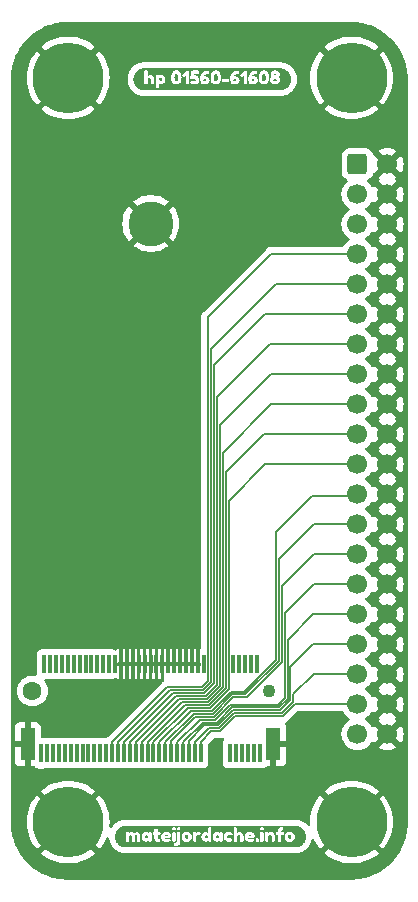
<source format=gbr>
%TF.GenerationSoftware,KiCad,Pcbnew,7.0.5-0*%
%TF.CreationDate,2023-07-31T21:54:07-04:00*%
%TF.ProjectId,carrier-hp,63617272-6965-4722-9d68-702e6b696361,rev?*%
%TF.SameCoordinates,Original*%
%TF.FileFunction,Copper,L1,Top*%
%TF.FilePolarity,Positive*%
%FSLAX46Y46*%
G04 Gerber Fmt 4.6, Leading zero omitted, Abs format (unit mm)*
G04 Created by KiCad (PCBNEW 7.0.5-0) date 2023-07-31 21:54:07*
%MOMM*%
%LPD*%
G01*
G04 APERTURE LIST*
G04 Aperture macros list*
%AMRoundRect*
0 Rectangle with rounded corners*
0 $1 Rounding radius*
0 $2 $3 $4 $5 $6 $7 $8 $9 X,Y pos of 4 corners*
0 Add a 4 corners polygon primitive as box body*
4,1,4,$2,$3,$4,$5,$6,$7,$8,$9,$2,$3,0*
0 Add four circle primitives for the rounded corners*
1,1,$1+$1,$2,$3*
1,1,$1+$1,$4,$5*
1,1,$1+$1,$6,$7*
1,1,$1+$1,$8,$9*
0 Add four rect primitives between the rounded corners*
20,1,$1+$1,$2,$3,$4,$5,0*
20,1,$1+$1,$4,$5,$6,$7,0*
20,1,$1+$1,$6,$7,$8,$9,0*
20,1,$1+$1,$8,$9,$2,$3,0*%
G04 Aperture macros list end*
%TA.AperFunction,ComponentPad*%
%ADD10C,6.000000*%
%TD*%
%TA.AperFunction,ComponentPad*%
%ADD11C,1.100000*%
%TD*%
%TA.AperFunction,ComponentPad*%
%ADD12C,1.600000*%
%TD*%
%TA.AperFunction,SMDPad,CuDef*%
%ADD13R,0.300000X1.550000*%
%TD*%
%TA.AperFunction,SMDPad,CuDef*%
%ADD14R,0.330000X1.600000*%
%TD*%
%TA.AperFunction,SMDPad,CuDef*%
%ADD15R,1.200000X2.750000*%
%TD*%
%TA.AperFunction,ComponentPad*%
%ADD16RoundRect,0.250000X-0.600000X-0.600000X0.600000X-0.600000X0.600000X0.600000X-0.600000X0.600000X0*%
%TD*%
%TA.AperFunction,ComponentPad*%
%ADD17C,1.700000*%
%TD*%
%TA.AperFunction,ComponentPad*%
%ADD18C,3.800000*%
%TD*%
%TA.AperFunction,Conductor*%
%ADD19C,0.150000*%
%TD*%
G04 APERTURE END LIST*
%TA.AperFunction,EtchedComponent*%
%TO.C,kibuzzard-64C862C8*%
G36*
X135376450Y-44761100D02*
G01*
X135414550Y-44855556D01*
X135374069Y-44949219D01*
X135275644Y-44990494D01*
X135180394Y-44948425D01*
X135143088Y-44855556D01*
X135179600Y-44761894D01*
X135277231Y-44719031D01*
X135376450Y-44761100D01*
G37*
%TD.AperFunction*%
%TA.AperFunction,EtchedComponent*%
G36*
X145078456Y-44834919D02*
G01*
X145114175Y-44916675D01*
X145079250Y-44998431D01*
X144974475Y-45036531D01*
X144868113Y-44998431D01*
X144831600Y-44915881D01*
X144868113Y-44834125D01*
X144973681Y-44796819D01*
X145078456Y-44834919D01*
G37*
%TD.AperFunction*%
%TA.AperFunction,EtchedComponent*%
G36*
X145052263Y-44392800D02*
G01*
X145079250Y-44452331D01*
X145053056Y-44512656D01*
X144975269Y-44541231D01*
X144895894Y-44512656D01*
X144868113Y-44451537D01*
X144893513Y-44392006D01*
X144972094Y-44365019D01*
X145052263Y-44392800D01*
G37*
%TD.AperFunction*%
%TA.AperFunction,EtchedComponent*%
G36*
X139123744Y-44868256D02*
G01*
X139151525Y-44936519D01*
X139120966Y-45016291D01*
X139029287Y-45042881D01*
X138927687Y-45006369D01*
X138912606Y-44971444D01*
X138908638Y-44925406D01*
X138941181Y-44865875D01*
X139034844Y-44836506D01*
X139123744Y-44868256D01*
G37*
%TD.AperFunction*%
%TA.AperFunction,EtchedComponent*%
G36*
X141665331Y-44868256D02*
G01*
X141693112Y-44936519D01*
X141662553Y-45016291D01*
X141570875Y-45042881D01*
X141469275Y-45006369D01*
X141454194Y-44971444D01*
X141450225Y-44925406D01*
X141482769Y-44865875D01*
X141576431Y-44836506D01*
X141665331Y-44868256D01*
G37*
%TD.AperFunction*%
%TA.AperFunction,EtchedComponent*%
G36*
X143200444Y-44868256D02*
G01*
X143228225Y-44936519D01*
X143197666Y-45016291D01*
X143105987Y-45042881D01*
X143004387Y-45006369D01*
X142989306Y-44971444D01*
X142985337Y-44925406D01*
X143017881Y-44865875D01*
X143111544Y-44836506D01*
X143200444Y-44868256D01*
G37*
%TD.AperFunction*%
%TA.AperFunction,EtchedComponent*%
G36*
X136680780Y-44402424D02*
G01*
X136731381Y-44462253D01*
X136761742Y-44561968D01*
X136771862Y-44701569D01*
X136771862Y-44711094D01*
X136761643Y-44847222D01*
X136730984Y-44944456D01*
X136679887Y-45002797D01*
X136608350Y-45022244D01*
X136538202Y-45002251D01*
X136488097Y-44942273D01*
X136458034Y-44842311D01*
X136448012Y-44702362D01*
X136458133Y-44562414D01*
X136488494Y-44462452D01*
X136539095Y-44402474D01*
X136609937Y-44382481D01*
X136680780Y-44402424D01*
G37*
%TD.AperFunction*%
%TA.AperFunction,EtchedComponent*%
G36*
X140022467Y-44402424D02*
G01*
X140073069Y-44462253D01*
X140103430Y-44561968D01*
X140113550Y-44701569D01*
X140113550Y-44711094D01*
X140103330Y-44847222D01*
X140072672Y-44944456D01*
X140021574Y-45002797D01*
X139950038Y-45022244D01*
X139879890Y-45002251D01*
X139829784Y-44942273D01*
X139799721Y-44842311D01*
X139789700Y-44702362D01*
X139799820Y-44562414D01*
X139830181Y-44462452D01*
X139880783Y-44402474D01*
X139951625Y-44382481D01*
X140022467Y-44402424D01*
G37*
%TD.AperFunction*%
%TA.AperFunction,EtchedComponent*%
G36*
X144099167Y-44402424D02*
G01*
X144149769Y-44462253D01*
X144180130Y-44561968D01*
X144190250Y-44701569D01*
X144190250Y-44711094D01*
X144180030Y-44847222D01*
X144149372Y-44944456D01*
X144098274Y-45002797D01*
X144026737Y-45022244D01*
X143956590Y-45002251D01*
X143906484Y-44942273D01*
X143876421Y-44842311D01*
X143866400Y-44702362D01*
X143876520Y-44562414D01*
X143906881Y-44462452D01*
X143957483Y-44402474D01*
X144028325Y-44382481D01*
X144099167Y-44402424D01*
G37*
%TD.AperFunction*%
%TA.AperFunction,EtchedComponent*%
G36*
X145486141Y-43927628D02*
G01*
X145576111Y-43940973D01*
X145664341Y-43963074D01*
X145749979Y-43993716D01*
X145832202Y-44032604D01*
X145910217Y-44079365D01*
X145983273Y-44133547D01*
X146050666Y-44194628D01*
X146111748Y-44262022D01*
X146165930Y-44335078D01*
X146212691Y-44413093D01*
X146251579Y-44495315D01*
X146282221Y-44580954D01*
X146304321Y-44669183D01*
X146317667Y-44759154D01*
X146322130Y-44850000D01*
X146317667Y-44940846D01*
X146304321Y-45030817D01*
X146282221Y-45119046D01*
X146251579Y-45204685D01*
X146212691Y-45286907D01*
X146165930Y-45364922D01*
X146111748Y-45437978D01*
X146050666Y-45505372D01*
X145983273Y-45566453D01*
X145910217Y-45620635D01*
X145832202Y-45667396D01*
X145749979Y-45706284D01*
X145664341Y-45736926D01*
X145576111Y-45759027D01*
X145486141Y-45772372D01*
X145395295Y-45776835D01*
X145395162Y-45776835D01*
X144972888Y-45776835D01*
X144029912Y-45776835D01*
X143112338Y-45776835D01*
X142451937Y-45776835D01*
X141577225Y-45776835D01*
X140966038Y-45776835D01*
X139953213Y-45776835D01*
X139035638Y-45776835D01*
X138141875Y-45776835D01*
X137533862Y-45776835D01*
X136611525Y-45776835D01*
X135001800Y-45776835D01*
X134598575Y-45776835D01*
X133904837Y-45776835D01*
X133904705Y-45776835D01*
X133813859Y-45772372D01*
X133723889Y-45759027D01*
X133635659Y-45736926D01*
X133550021Y-45706284D01*
X133467798Y-45667396D01*
X133389783Y-45620635D01*
X133316727Y-45566453D01*
X133254006Y-45509606D01*
X134865275Y-45509606D01*
X134867656Y-45563581D01*
X134881944Y-45603269D01*
X134923219Y-45635019D01*
X135001800Y-45644544D01*
X135079587Y-45635019D01*
X135120069Y-45602475D01*
X135134356Y-45561994D01*
X135136737Y-45508019D01*
X135136737Y-45187344D01*
X135213334Y-45242113D01*
X135325650Y-45260369D01*
X135410758Y-45246787D01*
X135492514Y-45206041D01*
X135570919Y-45138131D01*
X135634860Y-45052230D01*
X135673224Y-44957509D01*
X135686012Y-44853969D01*
X135673136Y-44750428D01*
X135653210Y-44701569D01*
X136167025Y-44701569D01*
X136172140Y-44812870D01*
X136187486Y-44916058D01*
X136213062Y-45011131D01*
X136247392Y-45090903D01*
X136290056Y-45158769D01*
X136346016Y-45215720D01*
X136420231Y-45262750D01*
X136509727Y-45294302D01*
X136611525Y-45304819D01*
X136712927Y-45294500D01*
X136801231Y-45263544D01*
X136874058Y-45216712D01*
X136929025Y-45158769D01*
X136983198Y-45067190D01*
X137021894Y-44960728D01*
X137045111Y-44839384D01*
X137052850Y-44703156D01*
X137047558Y-44598205D01*
X137031683Y-44497134D01*
X137029858Y-44490431D01*
X137116350Y-44490431D01*
X137166356Y-44588856D01*
X137262400Y-44644419D01*
X137373525Y-44595206D01*
X137394162Y-44576156D01*
X137394162Y-45142894D01*
X137396544Y-45200837D01*
X137411625Y-45244494D01*
X137454091Y-45275450D01*
X137533862Y-45285769D01*
X137615619Y-45275053D01*
X137657687Y-45242906D01*
X137672769Y-45200837D01*
X137675150Y-45146069D01*
X137675150Y-45093681D01*
X137762462Y-45093681D01*
X137822787Y-45188931D01*
X137835487Y-45200044D01*
X137875175Y-45230206D01*
X137957725Y-45271658D01*
X138046625Y-45296528D01*
X138141875Y-45304819D01*
X138248943Y-45291678D01*
X138343664Y-45252255D01*
X138426037Y-45186550D01*
X138489538Y-45102589D01*
X138527637Y-45008397D01*
X138540338Y-44903975D01*
X138530608Y-44828569D01*
X138619712Y-44828569D01*
X138631354Y-44959714D01*
X138666279Y-45073749D01*
X138724487Y-45170675D01*
X138805626Y-45244317D01*
X138909343Y-45288503D01*
X139035638Y-45303231D01*
X139139266Y-45291237D01*
X139232135Y-45255253D01*
X139314244Y-45195281D01*
X139378185Y-45117494D01*
X139416549Y-45028065D01*
X139429338Y-44926994D01*
X139416902Y-44843121D01*
X139379596Y-44765069D01*
X139324935Y-44701569D01*
X139508712Y-44701569D01*
X139513828Y-44812870D01*
X139529174Y-44916058D01*
X139554750Y-45011131D01*
X139589080Y-45090903D01*
X139631744Y-45158769D01*
X139687703Y-45215720D01*
X139761919Y-45262750D01*
X139851414Y-45294302D01*
X139953213Y-45304819D01*
X140054614Y-45294500D01*
X140142919Y-45263544D01*
X140215745Y-45216712D01*
X140270713Y-45158769D01*
X140324886Y-45067190D01*
X140363581Y-44960728D01*
X140368517Y-44934931D01*
X140473912Y-44934931D01*
X140481850Y-45007956D01*
X140517172Y-45048438D01*
X140588212Y-45061931D01*
X140966038Y-45061931D01*
X141045412Y-45047644D01*
X141073194Y-45008750D01*
X141081925Y-44936519D01*
X141072400Y-44863494D01*
X141042062Y-44828569D01*
X141161300Y-44828569D01*
X141172942Y-44959714D01*
X141207867Y-45073749D01*
X141266075Y-45170675D01*
X141347214Y-45244317D01*
X141450931Y-45288503D01*
X141577225Y-45303231D01*
X141680853Y-45291237D01*
X141773722Y-45255253D01*
X141855831Y-45195281D01*
X141919772Y-45117494D01*
X141958137Y-45028065D01*
X141970925Y-44926994D01*
X141958490Y-44843121D01*
X141921183Y-44765069D01*
X141859006Y-44692837D01*
X141779367Y-44635070D01*
X141689673Y-44600410D01*
X141589925Y-44588856D01*
X141472450Y-44615844D01*
X141480387Y-44593619D01*
X141509756Y-44538056D01*
X141553107Y-44490431D01*
X142034425Y-44490431D01*
X142084431Y-44588856D01*
X142180475Y-44644419D01*
X142291600Y-44595206D01*
X142312237Y-44576156D01*
X142312237Y-45142894D01*
X142314619Y-45200837D01*
X142329700Y-45244494D01*
X142372166Y-45275450D01*
X142451937Y-45285769D01*
X142533694Y-45275053D01*
X142575763Y-45242906D01*
X142590844Y-45200837D01*
X142593225Y-45146069D01*
X142593225Y-44828569D01*
X142696412Y-44828569D01*
X142708054Y-44959714D01*
X142742979Y-45073749D01*
X142801187Y-45170675D01*
X142882326Y-45244317D01*
X142986043Y-45288503D01*
X143112338Y-45303231D01*
X143215966Y-45291237D01*
X143308835Y-45255253D01*
X143390944Y-45195281D01*
X143454885Y-45117494D01*
X143493249Y-45028065D01*
X143506037Y-44926994D01*
X143493602Y-44843121D01*
X143456296Y-44765069D01*
X143401635Y-44701569D01*
X143585412Y-44701569D01*
X143590528Y-44812870D01*
X143605874Y-44916058D01*
X143631450Y-45011131D01*
X143665780Y-45090903D01*
X143708444Y-45158769D01*
X143764403Y-45215720D01*
X143838619Y-45262750D01*
X143928114Y-45294302D01*
X144029912Y-45304819D01*
X144131314Y-45294500D01*
X144219619Y-45263544D01*
X144292445Y-45216712D01*
X144347413Y-45158769D01*
X144401586Y-45067190D01*
X144440281Y-44960728D01*
X144450077Y-44909531D01*
X144550612Y-44909531D01*
X144564988Y-45021185D01*
X144608115Y-45116965D01*
X144679994Y-45196869D01*
X144770040Y-45256841D01*
X144867672Y-45292824D01*
X144972888Y-45304819D01*
X145078103Y-45292736D01*
X145175735Y-45256488D01*
X145265781Y-45196075D01*
X145337660Y-45115906D01*
X145380787Y-45020392D01*
X145395162Y-44909531D01*
X145386233Y-44843253D01*
X145359444Y-44777769D01*
X145302294Y-44691250D01*
X145266575Y-44658706D01*
X145290387Y-44633306D01*
X145337219Y-44558694D01*
X145360238Y-44461856D01*
X145347538Y-44361315D01*
X145309438Y-44273473D01*
X145245938Y-44198331D01*
X145165151Y-44141005D01*
X145075193Y-44106609D01*
X144976063Y-44095144D01*
X144876579Y-44106433D01*
X144785563Y-44140299D01*
X144703012Y-44196744D01*
X144637749Y-44270474D01*
X144598590Y-44356199D01*
X144585538Y-44453919D01*
X144611731Y-44564250D01*
X144653800Y-44633306D01*
X144680788Y-44658706D01*
X144647450Y-44688869D01*
X144583156Y-44780150D01*
X144558748Y-44843848D01*
X144550612Y-44909531D01*
X144450077Y-44909531D01*
X144463498Y-44839384D01*
X144471237Y-44703156D01*
X144465946Y-44598205D01*
X144450071Y-44497134D01*
X144423612Y-44399944D01*
X144390473Y-44319775D01*
X144348206Y-44250719D01*
X144292644Y-44192378D01*
X144219619Y-44144356D01*
X144130917Y-44112209D01*
X144028325Y-44101494D01*
X143925336Y-44112408D01*
X143835444Y-44145150D01*
X143761427Y-44193966D01*
X143706062Y-44253100D01*
X143662208Y-44329498D01*
X143622719Y-44430106D01*
X143601993Y-44510363D01*
X143589558Y-44600851D01*
X143585412Y-44701569D01*
X143401635Y-44701569D01*
X143394119Y-44692837D01*
X143314479Y-44635070D01*
X143224785Y-44600410D01*
X143125038Y-44588856D01*
X143007562Y-44615844D01*
X143015500Y-44593619D01*
X143044869Y-44538056D01*
X143101225Y-44476144D01*
X143197269Y-44422169D01*
X143323475Y-44399944D01*
X143415550Y-44390419D01*
X143447300Y-44369781D01*
X143466350Y-44328506D01*
X143474288Y-44255481D01*
X143464763Y-44179281D01*
X143427456Y-44134037D01*
X143339350Y-44118956D01*
X143225018Y-44127084D01*
X143120783Y-44151468D01*
X143026644Y-44192108D01*
X142942602Y-44249004D01*
X142868656Y-44322156D01*
X142806648Y-44407437D01*
X142758420Y-44500718D01*
X142723971Y-44602001D01*
X142703302Y-44711284D01*
X142696412Y-44828569D01*
X142593225Y-44828569D01*
X142593225Y-44261831D01*
X142585287Y-44177694D01*
X142563062Y-44143563D01*
X142521788Y-44125306D01*
X142446381Y-44117369D01*
X142356687Y-44158644D01*
X142351925Y-44161819D01*
X142091575Y-44396769D01*
X142034425Y-44490431D01*
X141553107Y-44490431D01*
X141566112Y-44476144D01*
X141662156Y-44422169D01*
X141788362Y-44399944D01*
X141880437Y-44390419D01*
X141912187Y-44369781D01*
X141931237Y-44328506D01*
X141939175Y-44255481D01*
X141929650Y-44179281D01*
X141892344Y-44134037D01*
X141804237Y-44118956D01*
X141689906Y-44127084D01*
X141585670Y-44151468D01*
X141491532Y-44192108D01*
X141407489Y-44249004D01*
X141333544Y-44322156D01*
X141271536Y-44407437D01*
X141223308Y-44500718D01*
X141188859Y-44602001D01*
X141168190Y-44711284D01*
X141161300Y-44828569D01*
X141042062Y-44828569D01*
X141038269Y-44824203D01*
X140967625Y-44811106D01*
X140589800Y-44811106D01*
X140513600Y-44825394D01*
X140483437Y-44863494D01*
X140473912Y-44934931D01*
X140368517Y-44934931D01*
X140386798Y-44839384D01*
X140394538Y-44703156D01*
X140389246Y-44598205D01*
X140373371Y-44497134D01*
X140346913Y-44399944D01*
X140313773Y-44319775D01*
X140271506Y-44250719D01*
X140215944Y-44192378D01*
X140142919Y-44144356D01*
X140054217Y-44112209D01*
X139951625Y-44101494D01*
X139848636Y-44112408D01*
X139758744Y-44145150D01*
X139684727Y-44193966D01*
X139629363Y-44253100D01*
X139585508Y-44329498D01*
X139546019Y-44430106D01*
X139525293Y-44510363D01*
X139512858Y-44600851D01*
X139508712Y-44701569D01*
X139324935Y-44701569D01*
X139317419Y-44692837D01*
X139237779Y-44635070D01*
X139148085Y-44600410D01*
X139048337Y-44588856D01*
X138930862Y-44615844D01*
X138938800Y-44593619D01*
X138968169Y-44538056D01*
X139024525Y-44476144D01*
X139120569Y-44422169D01*
X139246775Y-44399944D01*
X139338850Y-44390419D01*
X139370600Y-44369781D01*
X139389650Y-44328506D01*
X139397587Y-44255481D01*
X139388062Y-44179281D01*
X139350756Y-44134037D01*
X139262650Y-44118956D01*
X139148318Y-44127084D01*
X139044083Y-44151468D01*
X138949944Y-44192108D01*
X138865902Y-44249004D01*
X138791956Y-44322156D01*
X138729948Y-44407437D01*
X138681720Y-44500718D01*
X138647271Y-44602001D01*
X138626602Y-44711284D01*
X138619712Y-44828569D01*
X138530608Y-44828569D01*
X138526932Y-44800082D01*
X138486715Y-44707478D01*
X138419688Y-44626162D01*
X138335903Y-44563103D01*
X138245415Y-44525268D01*
X138148225Y-44512656D01*
X138092663Y-44515831D01*
X138108537Y-44395181D01*
X138386350Y-44395181D01*
X138437944Y-44392800D01*
X138476837Y-44377719D01*
X138506603Y-44338428D01*
X138516525Y-44261831D01*
X138505809Y-44177694D01*
X138473662Y-44134831D01*
X138432387Y-44119750D01*
X138376825Y-44117369D01*
X138227600Y-44117369D01*
X137986300Y-44115781D01*
X137922006Y-44130862D01*
X137880731Y-44164994D01*
X137857712Y-44207856D01*
X137846600Y-44241194D01*
X137837472Y-44307075D01*
X137813262Y-44485669D01*
X137789450Y-44667041D01*
X137781513Y-44741256D01*
X137798975Y-44780150D01*
X137872794Y-44828569D01*
X137972806Y-44858731D01*
X138059325Y-44822219D01*
X138135525Y-44793644D01*
X138220456Y-44824600D01*
X138257762Y-44908737D01*
X138223631Y-44992081D01*
X138118856Y-45022244D01*
X138019637Y-44988906D01*
X137913275Y-44938106D01*
X137821200Y-44990494D01*
X137762462Y-45093681D01*
X137675150Y-45093681D01*
X137675150Y-44261831D01*
X137667212Y-44177694D01*
X137644988Y-44143563D01*
X137603712Y-44125306D01*
X137528306Y-44117369D01*
X137438612Y-44158644D01*
X137433850Y-44161819D01*
X137173500Y-44396769D01*
X137116350Y-44490431D01*
X137029858Y-44490431D01*
X137005225Y-44399944D01*
X136972086Y-44319775D01*
X136929819Y-44250719D01*
X136874256Y-44192378D01*
X136801231Y-44144356D01*
X136712530Y-44112209D01*
X136609937Y-44101494D01*
X136506948Y-44112408D01*
X136417056Y-44145150D01*
X136343039Y-44193966D01*
X136287675Y-44253100D01*
X136243820Y-44329498D01*
X136204331Y-44430106D01*
X136183606Y-44510363D01*
X136171170Y-44600851D01*
X136167025Y-44701569D01*
X135653210Y-44701569D01*
X135634507Y-44655708D01*
X135570125Y-44569806D01*
X135491367Y-44501897D01*
X135409611Y-44461151D01*
X135324856Y-44447569D01*
X135212739Y-44468206D01*
X135135150Y-44530119D01*
X135101019Y-44467412D01*
X134987512Y-44445981D01*
X134918853Y-44456697D01*
X134881150Y-44488844D01*
X134867656Y-44528531D01*
X134865275Y-44582506D01*
X134865275Y-45509606D01*
X133254006Y-45509606D01*
X133249334Y-45505372D01*
X133188252Y-45437978D01*
X133134070Y-45364922D01*
X133087309Y-45286907D01*
X133048421Y-45204685D01*
X133026312Y-45142894D01*
X133904837Y-45142894D01*
X133907219Y-45198456D01*
X133920712Y-45239731D01*
X133962384Y-45271878D01*
X134042950Y-45282594D01*
X134124309Y-45272275D01*
X134165187Y-45241319D01*
X134180269Y-45199250D01*
X134182650Y-45144481D01*
X134182650Y-44836506D01*
X134231862Y-44759512D01*
X134331081Y-44725381D01*
X134423950Y-44761894D01*
X134460462Y-44863494D01*
X134460462Y-45141306D01*
X134462844Y-45198456D01*
X134477925Y-45241319D01*
X134519994Y-45272275D01*
X134598575Y-45282594D01*
X134679934Y-45272275D01*
X134720813Y-45241319D01*
X134735894Y-45199250D01*
X134738275Y-45144481D01*
X134738275Y-44865081D01*
X134726545Y-44754662D01*
X134691356Y-44656237D01*
X134632706Y-44569806D01*
X134556418Y-44502778D01*
X134468312Y-44462562D01*
X134368387Y-44449156D01*
X134268772Y-44473366D01*
X134182650Y-44545994D01*
X134182650Y-44195156D01*
X134180269Y-44140387D01*
X134165187Y-44098319D01*
X134124706Y-44066172D01*
X134044537Y-44055456D01*
X133962781Y-44066172D01*
X133920712Y-44098319D01*
X133907219Y-44138800D01*
X133904837Y-44193569D01*
X133904837Y-45142894D01*
X133026312Y-45142894D01*
X133017779Y-45119046D01*
X132995679Y-45030817D01*
X132982333Y-44940846D01*
X132977870Y-44850000D01*
X132982333Y-44759154D01*
X132995679Y-44669183D01*
X133017779Y-44580954D01*
X133048421Y-44495315D01*
X133087309Y-44413093D01*
X133134070Y-44335078D01*
X133188252Y-44262022D01*
X133249334Y-44194628D01*
X133316727Y-44133547D01*
X133389783Y-44079365D01*
X133467798Y-44032604D01*
X133550021Y-43993716D01*
X133635659Y-43963074D01*
X133723889Y-43940973D01*
X133813859Y-43927628D01*
X133904705Y-43923165D01*
X133904837Y-43923165D01*
X133904838Y-43923165D01*
X145395162Y-43923165D01*
X145395295Y-43923165D01*
X145486141Y-43927628D01*
G37*
%TD.AperFunction*%
%TA.AperFunction,EtchedComponent*%
%TO.C,kibuzzard-64C85072*%
G36*
X135866213Y-108829744D02*
G01*
X135893994Y-108888481D01*
X135833669Y-108939281D01*
X135633644Y-108939281D01*
X135684444Y-108849588D01*
X135786838Y-108807519D01*
X135866213Y-108829744D01*
G37*
%TD.AperFunction*%
%TA.AperFunction,EtchedComponent*%
G36*
X142935350Y-108829744D02*
G01*
X142963131Y-108888481D01*
X142902806Y-108939281D01*
X142702781Y-108939281D01*
X142753581Y-108849588D01*
X142855975Y-108807519D01*
X142935350Y-108829744D01*
G37*
%TD.AperFunction*%
%TA.AperFunction,EtchedComponent*%
G36*
X134197750Y-108896419D02*
G01*
X134235056Y-108992463D01*
X134196162Y-109086919D01*
X134098531Y-109129781D01*
X133998519Y-109087713D01*
X133957244Y-108993256D01*
X133996137Y-108896419D01*
X134097737Y-108851969D01*
X134197750Y-108896419D01*
G37*
%TD.AperFunction*%
%TA.AperFunction,EtchedComponent*%
G36*
X139257113Y-108898006D02*
G01*
X139294419Y-108994050D01*
X139255525Y-109088506D01*
X139157894Y-109131369D01*
X139057881Y-109088506D01*
X139016606Y-108993256D01*
X139054706Y-108897213D01*
X139156306Y-108853556D01*
X139257113Y-108898006D01*
G37*
%TD.AperFunction*%
%TA.AperFunction,EtchedComponent*%
G36*
X140198500Y-108896419D02*
G01*
X140235806Y-108992463D01*
X140196913Y-109086919D01*
X140099281Y-109129781D01*
X139999269Y-109087713D01*
X139957994Y-108993256D01*
X139996888Y-108896419D01*
X140098488Y-108851969D01*
X140198500Y-108896419D01*
G37*
%TD.AperFunction*%
%TA.AperFunction,EtchedComponent*%
G36*
X137595794Y-108872606D02*
G01*
X137632703Y-108920628D01*
X137645006Y-108988494D01*
X137631909Y-109056756D01*
X137592619Y-109105969D01*
X137487844Y-109145656D01*
X137384656Y-109106763D01*
X137346556Y-109058344D01*
X137333856Y-108990875D01*
X137346159Y-108923208D01*
X137383069Y-108874194D01*
X137489431Y-108834506D01*
X137595794Y-108872606D01*
G37*
%TD.AperFunction*%
%TA.AperFunction,EtchedComponent*%
G36*
X146317519Y-108872606D02*
G01*
X146354428Y-108920628D01*
X146366731Y-108988494D01*
X146353634Y-109056756D01*
X146314344Y-109105969D01*
X146209569Y-109145656D01*
X146106381Y-109106763D01*
X146068281Y-109058344D01*
X146055581Y-108990875D01*
X146067884Y-108923208D01*
X146104794Y-108874194D01*
X146211156Y-108834506D01*
X146317519Y-108872606D01*
G37*
%TD.AperFunction*%
%TA.AperFunction,EtchedComponent*%
G36*
X146738697Y-108052628D02*
G01*
X146828668Y-108065973D01*
X146916897Y-108088074D01*
X147002536Y-108118716D01*
X147084758Y-108157604D01*
X147162773Y-108204365D01*
X147235829Y-108258547D01*
X147303223Y-108319628D01*
X147364305Y-108387022D01*
X147418487Y-108460078D01*
X147465247Y-108538093D01*
X147504135Y-108620315D01*
X147534777Y-108705954D01*
X147556878Y-108794183D01*
X147570223Y-108884154D01*
X147574686Y-108975000D01*
X147570223Y-109065846D01*
X147556878Y-109155817D01*
X147534777Y-109244046D01*
X147504135Y-109329685D01*
X147465247Y-109411907D01*
X147418487Y-109489922D01*
X147364305Y-109562978D01*
X147303223Y-109630372D01*
X147235829Y-109691453D01*
X147162773Y-109745635D01*
X147084758Y-109792396D01*
X147002536Y-109831284D01*
X146916897Y-109861926D01*
X146828668Y-109884027D01*
X146738697Y-109897372D01*
X146647851Y-109901835D01*
X146647719Y-109901835D01*
X146211156Y-109901835D01*
X145328506Y-109901835D01*
X144817331Y-109901835D01*
X143855306Y-109901835D01*
X143475100Y-109901835D01*
X142858356Y-109901835D01*
X142164619Y-109901835D01*
X141058131Y-109901835D01*
X140398525Y-109901835D01*
X139425388Y-109901835D01*
X138167294Y-109901835D01*
X137489431Y-109901835D01*
X136538519Y-109901835D01*
X135789219Y-109901835D01*
X135092306Y-109901835D01*
X134397775Y-109901835D01*
X133436544Y-109901835D01*
X132352281Y-109901835D01*
X132352149Y-109901835D01*
X132261303Y-109897372D01*
X132171332Y-109884027D01*
X132083103Y-109861926D01*
X131997464Y-109831284D01*
X131915242Y-109792396D01*
X131837227Y-109745635D01*
X131764171Y-109691453D01*
X131704952Y-109637781D01*
X136403581Y-109637781D01*
X136413900Y-109713584D01*
X136444856Y-109753669D01*
X136484544Y-109767163D01*
X136538519Y-109769544D01*
X136638355Y-109757197D01*
X136732547Y-109720155D01*
X136821094Y-109658419D01*
X136892531Y-109576045D01*
X136935394Y-109477091D01*
X136949681Y-109361556D01*
X136949681Y-108993256D01*
X137052869Y-108993256D01*
X137069736Y-109113708D01*
X137120338Y-109221063D01*
X137195545Y-109309566D01*
X137286231Y-109373463D01*
X137386244Y-109412158D01*
X137489431Y-109425056D01*
X137592420Y-109412952D01*
X137691838Y-109376638D01*
X137780969Y-109315519D01*
X138029181Y-109315519D01*
X138057756Y-109383781D01*
X138167294Y-109410769D01*
X138248256Y-109400450D01*
X138291119Y-109369494D01*
X138306200Y-109327425D01*
X138308581Y-109272656D01*
X138308581Y-108992463D01*
X138738794Y-108992463D01*
X138751847Y-109098472D01*
X138791005Y-109195310D01*
X138856269Y-109282975D01*
X138937408Y-109352208D01*
X139024191Y-109393747D01*
X139116619Y-109407594D01*
X139222584Y-109388544D01*
X139302356Y-109331394D01*
X139339464Y-109389734D01*
X139425388Y-109409181D01*
X139514089Y-109398466D01*
X139559531Y-109366319D01*
X139574613Y-109325838D01*
X139576994Y-109271069D01*
X139576994Y-108990875D01*
X139680181Y-108990875D01*
X139693234Y-109096973D01*
X139732392Y-109194075D01*
X139797656Y-109282181D01*
X139878178Y-109351855D01*
X139963109Y-109393659D01*
X140052450Y-109407594D01*
X140170123Y-109386559D01*
X140248506Y-109323456D01*
X140282638Y-109386163D01*
X140398525Y-109407594D01*
X140468970Y-109397275D01*
X140507269Y-109366319D01*
X140520763Y-109324250D01*
X140523144Y-109269481D01*
X140523144Y-108989288D01*
X140626331Y-108989288D01*
X140636650Y-109087316D01*
X140667606Y-109176613D01*
X140714834Y-109253011D01*
X140773969Y-109312344D01*
X140866220Y-109371434D01*
X140960941Y-109406888D01*
X141058131Y-109418706D01*
X141179575Y-109402831D01*
X141280381Y-109355206D01*
X141345866Y-109300834D01*
X141357003Y-109271069D01*
X141470881Y-109271069D01*
X141473263Y-109326631D01*
X141486756Y-109367906D01*
X141528428Y-109400053D01*
X141608994Y-109410769D01*
X141690353Y-109400450D01*
X141731231Y-109369494D01*
X141746313Y-109327425D01*
X141748694Y-109272656D01*
X141748694Y-108964681D01*
X141797906Y-108887687D01*
X141897125Y-108853556D01*
X141989994Y-108890069D01*
X142026506Y-108991669D01*
X142026506Y-109269481D01*
X142028888Y-109326631D01*
X142043969Y-109369494D01*
X142086038Y-109400450D01*
X142164619Y-109410769D01*
X142245978Y-109400450D01*
X142286856Y-109369494D01*
X142301938Y-109327425D01*
X142304319Y-109272656D01*
X142304319Y-108996431D01*
X142407506Y-108996431D01*
X142418619Y-109098913D01*
X142451956Y-109194692D01*
X142507519Y-109283769D01*
X142568439Y-109343895D01*
X142649600Y-109390925D01*
X142747430Y-109421286D01*
X142858356Y-109431406D01*
X143006291Y-109422576D01*
X143111959Y-109396084D01*
X143175360Y-109351932D01*
X143196494Y-109290119D01*
X143190213Y-109267894D01*
X143317144Y-109267894D01*
X143348100Y-109382194D01*
X143395328Y-109404816D01*
X143475100Y-109412356D01*
X143553086Y-109400847D01*
X143594956Y-109366319D01*
X143611625Y-109322663D01*
X143613805Y-109271069D01*
X143717194Y-109271069D01*
X143719575Y-109326631D01*
X143733069Y-109367906D01*
X143774741Y-109400053D01*
X143855306Y-109410769D01*
X143936666Y-109400450D01*
X143977544Y-109369494D01*
X143992625Y-109327425D01*
X143995006Y-109272656D01*
X143995006Y-109269481D01*
X144122006Y-109269481D01*
X144124388Y-109324250D01*
X144137881Y-109366319D01*
X144179553Y-109398466D01*
X144260119Y-109409181D01*
X144341478Y-109398466D01*
X144382356Y-109366319D01*
X144397438Y-109325838D01*
X144399819Y-109271069D01*
X144399819Y-108990081D01*
X144438713Y-108890069D01*
X144540313Y-108851969D01*
X144640325Y-108888481D01*
X144677631Y-108990081D01*
X144677631Y-109269481D01*
X144687156Y-109350444D01*
X144728431Y-109394497D01*
X144817331Y-109409181D01*
X144899088Y-109398466D01*
X144941156Y-109366319D01*
X144954650Y-109325838D01*
X144957031Y-109271069D01*
X144957031Y-108991669D01*
X144945301Y-108881161D01*
X144910112Y-108782472D01*
X144864860Y-108715444D01*
X145044344Y-108715444D01*
X145074506Y-108831331D01*
X145133244Y-108850381D01*
X145190394Y-108850381D01*
X145190394Y-109271069D01*
X145192775Y-109326631D01*
X145207856Y-109368700D01*
X145249925Y-109402037D01*
X145328506Y-109412356D01*
X145408675Y-109402831D01*
X145454713Y-109363938D01*
X145469794Y-109274244D01*
X145469794Y-108993256D01*
X145774594Y-108993256D01*
X145791461Y-109113708D01*
X145842063Y-109221063D01*
X145917270Y-109309566D01*
X146007956Y-109373463D01*
X146107969Y-109412158D01*
X146211156Y-109425056D01*
X146314145Y-109412952D01*
X146413563Y-109376638D01*
X146503852Y-109314725D01*
X146579456Y-109225825D01*
X146630653Y-109116089D01*
X146647719Y-108991669D01*
X146633078Y-108872165D01*
X146589158Y-108767655D01*
X146515956Y-108678137D01*
X146423705Y-108609787D01*
X146322634Y-108568776D01*
X146212744Y-108555106D01*
X146102677Y-108568865D01*
X146001077Y-108610140D01*
X145907944Y-108678931D01*
X145833860Y-108768890D01*
X145789410Y-108873665D01*
X145774594Y-108993256D01*
X145469794Y-108993256D01*
X145469794Y-108848794D01*
X145571394Y-108855144D01*
X145668231Y-108836094D01*
X145700775Y-108794025D01*
X145711094Y-108715444D01*
X145701569Y-108636069D01*
X145659897Y-108590825D01*
X145572981Y-108575744D01*
X145469794Y-108585269D01*
X145469794Y-108497956D01*
X145528531Y-108458269D01*
X145572981Y-108458269D01*
X145642831Y-108429694D01*
X145669819Y-108320156D01*
X145659103Y-108238797D01*
X145626956Y-108197919D01*
X145584888Y-108182837D01*
X145530119Y-108180456D01*
X145428695Y-108191481D01*
X145344558Y-108224553D01*
X145277706Y-108279675D01*
X145212222Y-108384648D01*
X145190394Y-108501131D01*
X145190394Y-108585269D01*
X145138006Y-108585269D01*
X145067759Y-108617813D01*
X145044344Y-108715444D01*
X144864860Y-108715444D01*
X144851463Y-108695600D01*
X144775174Y-108628131D01*
X144687068Y-108587650D01*
X144587144Y-108574156D01*
X144468081Y-108610669D01*
X144425219Y-108644006D01*
X144396644Y-108675756D01*
X144380769Y-108610669D01*
X144339891Y-108583284D01*
X144261706Y-108574156D01*
X144181141Y-108584078D01*
X144139469Y-108613844D01*
X144124388Y-108654325D01*
X144122006Y-108707506D01*
X144122006Y-109269481D01*
X143995006Y-109269481D01*
X143995006Y-108717031D01*
X143993419Y-108670994D01*
X143964844Y-108602731D01*
X143856894Y-108575744D01*
X143856100Y-108575844D01*
X143775138Y-108586063D01*
X143733069Y-108617019D01*
X143719575Y-108659087D01*
X143717194Y-108713856D01*
X143717194Y-109271069D01*
X143613805Y-109271069D01*
X143614006Y-109266306D01*
X143614006Y-109259956D01*
X143587019Y-109148831D01*
X143535623Y-109123828D01*
X143454463Y-109115494D01*
X143376477Y-109127400D01*
X143334606Y-109163119D01*
X143319525Y-109205981D01*
X143317144Y-109261544D01*
X143317144Y-109267894D01*
X143190213Y-109267894D01*
X143175856Y-109217094D01*
X143088544Y-109145656D01*
X143025044Y-109163119D01*
X143007581Y-109169469D01*
X142945272Y-109183756D01*
X142863119Y-109188519D01*
X142758344Y-109158356D01*
X142705956Y-109083744D01*
X143082194Y-109083744D01*
X143189350Y-109036912D01*
X143225664Y-108977381D01*
X143237769Y-108892450D01*
X143224275Y-108798589D01*
X143183794Y-108712269D01*
X143124858Y-108644205D01*
X143051238Y-108595587D01*
X142962933Y-108566417D01*
X142859944Y-108556694D01*
X142737971Y-108570011D01*
X142630285Y-108609963D01*
X142536888Y-108676550D01*
X142465009Y-108765362D01*
X142421882Y-108871989D01*
X142407506Y-108996431D01*
X142304319Y-108996431D01*
X142304319Y-108993256D01*
X142292589Y-108882837D01*
X142257399Y-108784412D01*
X142198750Y-108697981D01*
X142122462Y-108630953D01*
X142034356Y-108590737D01*
X141934431Y-108577331D01*
X141834816Y-108601541D01*
X141748694Y-108674169D01*
X141748694Y-108323331D01*
X141748625Y-108321744D01*
X143717194Y-108321744D01*
X143719575Y-108376512D01*
X143733863Y-108418581D01*
X143775931Y-108451919D01*
X143856100Y-108461444D01*
X143936269Y-108451919D01*
X143978338Y-108419375D01*
X143992625Y-108378100D01*
X143995006Y-108323331D01*
X143992625Y-108268563D01*
X143977544Y-108226494D01*
X143937063Y-108194347D01*
X143856894Y-108183631D01*
X143775138Y-108194347D01*
X143733069Y-108226494D01*
X143719575Y-108266975D01*
X143717194Y-108321744D01*
X141748625Y-108321744D01*
X141746313Y-108268563D01*
X141731231Y-108226494D01*
X141690750Y-108194347D01*
X141610581Y-108183631D01*
X141528825Y-108194347D01*
X141486756Y-108226494D01*
X141473263Y-108266975D01*
X141470881Y-108321744D01*
X141470881Y-109271069D01*
X141357003Y-109271069D01*
X141367694Y-109242494D01*
X141331181Y-109159944D01*
X141268078Y-109096841D01*
X141215294Y-109075806D01*
X141144650Y-109105175D01*
X141050988Y-109134544D01*
X140956531Y-109097237D01*
X140912081Y-108992463D01*
X140958119Y-108886894D01*
X141057338Y-108848794D01*
X141139094Y-108875781D01*
X141224819Y-108910706D01*
X141278397Y-108888878D01*
X141334356Y-108823394D01*
X141367694Y-108732113D01*
X141326419Y-108659881D01*
X141281969Y-108629719D01*
X141256569Y-108613844D01*
X141172431Y-108581300D01*
X141054956Y-108564631D01*
X140957413Y-108576273D01*
X140863751Y-108611198D01*
X140773969Y-108669406D01*
X140714834Y-108728342D01*
X140667606Y-108803550D01*
X140636650Y-108891656D01*
X140626331Y-108989288D01*
X140523144Y-108989288D01*
X140523144Y-108713856D01*
X140520763Y-108659087D01*
X140506475Y-108617019D01*
X140464406Y-108583681D01*
X140372331Y-108574156D01*
X140283034Y-108596381D01*
X140246919Y-108663056D01*
X140218344Y-108630513D01*
X140156431Y-108594794D01*
X140058006Y-108575744D01*
X139966372Y-108589590D01*
X139879853Y-108631130D01*
X139798450Y-108700362D01*
X139732745Y-108788028D01*
X139693322Y-108884865D01*
X139680181Y-108990875D01*
X139576994Y-108990875D01*
X139576994Y-108323331D01*
X139574613Y-108268563D01*
X139560325Y-108226494D01*
X139518256Y-108193156D01*
X139438088Y-108183631D01*
X139357919Y-108193156D01*
X139315850Y-108225700D01*
X139301563Y-108266975D01*
X139299181Y-108321744D01*
X139299181Y-108655119D01*
X139220997Y-108595587D01*
X139116619Y-108575744D01*
X139024985Y-108589678D01*
X138938466Y-108631483D01*
X138857063Y-108701156D01*
X138791358Y-108789263D01*
X138751935Y-108886365D01*
X138738794Y-108992463D01*
X138308581Y-108992463D01*
X138308581Y-108939281D01*
X138345888Y-108866256D01*
X138426056Y-108836094D01*
X138495113Y-108848794D01*
X138549881Y-108861494D01*
X138637194Y-108801169D01*
X138667356Y-108690044D01*
X138647513Y-108616225D01*
X138597506Y-108583681D01*
X138541944Y-108570188D01*
X138479238Y-108566219D01*
X138392719Y-108593206D01*
X138328425Y-108636069D01*
X138305406Y-108663056D01*
X138287944Y-108610669D01*
X138246272Y-108583284D01*
X138168881Y-108574156D01*
X138087125Y-108584872D01*
X138045056Y-108617019D01*
X138031563Y-108657500D01*
X138029181Y-108712269D01*
X138029181Y-109269481D01*
X138029181Y-109315519D01*
X137780969Y-109315519D01*
X137782127Y-109314725D01*
X137857731Y-109225825D01*
X137908928Y-109116089D01*
X137925994Y-108991669D01*
X137911353Y-108872165D01*
X137867433Y-108767655D01*
X137794231Y-108678137D01*
X137701980Y-108609787D01*
X137600909Y-108568776D01*
X137491019Y-108555106D01*
X137380952Y-108568865D01*
X137279352Y-108610140D01*
X137186219Y-108678931D01*
X137112135Y-108768890D01*
X137067685Y-108873665D01*
X137052869Y-108993256D01*
X136949681Y-108993256D01*
X136949681Y-108707506D01*
X136947300Y-108652737D01*
X136933013Y-108611463D01*
X136892531Y-108578919D01*
X136814744Y-108569394D01*
X136811569Y-108569779D01*
X136736163Y-108578919D01*
X136691713Y-108614638D01*
X136676631Y-108696394D01*
X136676631Y-109350444D01*
X136665519Y-109420294D01*
X136632181Y-109464744D01*
X136529788Y-109496494D01*
X136437713Y-109520306D01*
X136412114Y-109561581D01*
X136409931Y-109581074D01*
X136403581Y-109637781D01*
X131704952Y-109637781D01*
X131696777Y-109630372D01*
X131635695Y-109562978D01*
X131581513Y-109489922D01*
X131534753Y-109411907D01*
X131495865Y-109329685D01*
X131474892Y-109271069D01*
X132352281Y-109271069D01*
X132354662Y-109326631D01*
X132368156Y-109367906D01*
X132409828Y-109400053D01*
X132490394Y-109410769D01*
X132571356Y-109400450D01*
X132614219Y-109369494D01*
X132629300Y-109327425D01*
X132631681Y-109272656D01*
X132631681Y-108991669D01*
X132655494Y-108888084D01*
X132726931Y-108853556D01*
X132800750Y-108888084D01*
X132825356Y-108991669D01*
X132825356Y-109269481D01*
X132827737Y-109324250D01*
X132841231Y-109366319D01*
X132882903Y-109399656D01*
X132963469Y-109410769D01*
X133045225Y-109400053D01*
X133087294Y-109367906D01*
X133102375Y-109326631D01*
X133104756Y-109271069D01*
X133104756Y-108993256D01*
X133124600Y-108890069D01*
X133200006Y-108853556D01*
X133273825Y-108888084D01*
X133298431Y-108991669D01*
X133298431Y-109269481D01*
X133300812Y-109324250D01*
X133314306Y-109366319D01*
X133355978Y-109399656D01*
X133436544Y-109410769D01*
X133517903Y-109400053D01*
X133558781Y-109367906D01*
X133573862Y-109325838D01*
X133576244Y-109271069D01*
X133576244Y-108993256D01*
X133576077Y-108990875D01*
X133679431Y-108990875D01*
X133692484Y-109096973D01*
X133731642Y-109194075D01*
X133796906Y-109282181D01*
X133877428Y-109351855D01*
X133962359Y-109393659D01*
X134051700Y-109407594D01*
X134169373Y-109386559D01*
X134247756Y-109323456D01*
X134281887Y-109386163D01*
X134397775Y-109407594D01*
X134468220Y-109397275D01*
X134506519Y-109366319D01*
X134520012Y-109324250D01*
X134522394Y-109269481D01*
X134522394Y-108734494D01*
X134609706Y-108734494D01*
X134632725Y-108826569D01*
X134690669Y-108853556D01*
X134755756Y-108848794D01*
X134755756Y-109083744D01*
X134765281Y-109190812D01*
X134793856Y-109274949D01*
X134841481Y-109336156D01*
X134907451Y-109377608D01*
X134991059Y-109402478D01*
X135092306Y-109410769D01*
X135145488Y-109408388D01*
X135187556Y-109394894D01*
X135220894Y-109353222D01*
X135232006Y-109272656D01*
X135195494Y-109166294D01*
X135153425Y-109151213D01*
X135096275Y-109148831D01*
X135045475Y-109129781D01*
X135031981Y-109067869D01*
X135031981Y-108996431D01*
X135338369Y-108996431D01*
X135349481Y-109098913D01*
X135382819Y-109194692D01*
X135438381Y-109283769D01*
X135499302Y-109343895D01*
X135580463Y-109390925D01*
X135678292Y-109421286D01*
X135789219Y-109431406D01*
X135937154Y-109422576D01*
X136042822Y-109396084D01*
X136106223Y-109351932D01*
X136127356Y-109290119D01*
X136121972Y-109271069D01*
X136271819Y-109271069D01*
X136274200Y-109326631D01*
X136287694Y-109367906D01*
X136329366Y-109400053D01*
X136409931Y-109410769D01*
X136491291Y-109400450D01*
X136532169Y-109369494D01*
X136547250Y-109327425D01*
X136549631Y-109272656D01*
X136549631Y-108717031D01*
X136548044Y-108670994D01*
X136519469Y-108602731D01*
X136411519Y-108575744D01*
X136410725Y-108575844D01*
X136329763Y-108586063D01*
X136287694Y-108617019D01*
X136274200Y-108659087D01*
X136271819Y-108713856D01*
X136271819Y-109271069D01*
X136121972Y-109271069D01*
X136106719Y-109217094D01*
X136019406Y-109145656D01*
X135955906Y-109163119D01*
X135938444Y-109169469D01*
X135876134Y-109183756D01*
X135793981Y-109188519D01*
X135689206Y-109158356D01*
X135636819Y-109083744D01*
X136013056Y-109083744D01*
X136120213Y-109036912D01*
X136156527Y-108977381D01*
X136168631Y-108892450D01*
X136155138Y-108798589D01*
X136114656Y-108712269D01*
X136055720Y-108644205D01*
X135982100Y-108595587D01*
X135893795Y-108566417D01*
X135790806Y-108556694D01*
X135668833Y-108570011D01*
X135561148Y-108609963D01*
X135467750Y-108676550D01*
X135395872Y-108765362D01*
X135352744Y-108871989D01*
X135338369Y-108996431D01*
X135031981Y-108996431D01*
X135031981Y-108848794D01*
X135135169Y-108855144D01*
X135189937Y-108852763D01*
X135232006Y-108839269D01*
X135264153Y-108797597D01*
X135274869Y-108717031D01*
X135264550Y-108635672D01*
X135233594Y-108594794D01*
X135191525Y-108579713D01*
X135137550Y-108577331D01*
X135031981Y-108583681D01*
X135031981Y-108428106D01*
X135024044Y-108347144D01*
X134999559Y-108321744D01*
X136271819Y-108321744D01*
X136274200Y-108376512D01*
X136288488Y-108418581D01*
X136330556Y-108451919D01*
X136410725Y-108461444D01*
X136490894Y-108451919D01*
X136532963Y-108419375D01*
X136547250Y-108378100D01*
X136549631Y-108323331D01*
X136549493Y-108320156D01*
X136676631Y-108320156D01*
X136679013Y-108374925D01*
X136693300Y-108416200D01*
X136733781Y-108448744D01*
X136811569Y-108458269D01*
X136890150Y-108449537D01*
X136932219Y-108418581D01*
X136947300Y-108378894D01*
X136949681Y-108326506D01*
X136949681Y-108316981D01*
X136947300Y-108264594D01*
X136933806Y-108226494D01*
X136892134Y-108195537D01*
X136814744Y-108185219D01*
X136734178Y-108195537D01*
X136692506Y-108226494D01*
X136679013Y-108266181D01*
X136676631Y-108320156D01*
X136549493Y-108320156D01*
X136547250Y-108268563D01*
X136532169Y-108226494D01*
X136491688Y-108194347D01*
X136411519Y-108183631D01*
X136329763Y-108194347D01*
X136287694Y-108226494D01*
X136274200Y-108266975D01*
X136271819Y-108321744D01*
X134999559Y-108321744D01*
X134981578Y-108303091D01*
X134895456Y-108288406D01*
X134814097Y-108298328D01*
X134773219Y-108328094D01*
X134758138Y-108366194D01*
X134755756Y-108420169D01*
X134755756Y-108583681D01*
X134703369Y-108577331D01*
X134639869Y-108597969D01*
X134617644Y-108640037D01*
X134609706Y-108734494D01*
X134522394Y-108734494D01*
X134522394Y-108713856D01*
X134520012Y-108659087D01*
X134505725Y-108617019D01*
X134463656Y-108583681D01*
X134371581Y-108574156D01*
X134282284Y-108596381D01*
X134246169Y-108663056D01*
X134217594Y-108630513D01*
X134155681Y-108594794D01*
X134057256Y-108575744D01*
X133965622Y-108589590D01*
X133879103Y-108631130D01*
X133797700Y-108700362D01*
X133731995Y-108788028D01*
X133692572Y-108884865D01*
X133679431Y-108990875D01*
X133576077Y-108990875D01*
X133566719Y-108857172D01*
X133538144Y-108749487D01*
X133490519Y-108670200D01*
X133394475Y-108596977D01*
X133277794Y-108572569D01*
X133166669Y-108603525D01*
X133088087Y-108660675D01*
X133046019Y-108710681D01*
X132983930Y-108633952D01*
X132903497Y-108587915D01*
X132804719Y-108572569D01*
X132707484Y-108600747D01*
X132625331Y-108685281D01*
X132598344Y-108602731D01*
X132482456Y-108574156D01*
X132409828Y-108584872D01*
X132369744Y-108617019D01*
X132354662Y-108657500D01*
X132352281Y-108712269D01*
X132352281Y-109271069D01*
X131474892Y-109271069D01*
X131465223Y-109244046D01*
X131443122Y-109155817D01*
X131429777Y-109065846D01*
X131425314Y-108975000D01*
X131429777Y-108884154D01*
X131443122Y-108794183D01*
X131465223Y-108705954D01*
X131495865Y-108620315D01*
X131534753Y-108538093D01*
X131581513Y-108460078D01*
X131635695Y-108387022D01*
X131696777Y-108319628D01*
X131764171Y-108258547D01*
X131837227Y-108204365D01*
X131915242Y-108157604D01*
X131997464Y-108118716D01*
X132083103Y-108088074D01*
X132171332Y-108065973D01*
X132261303Y-108052628D01*
X132352149Y-108048165D01*
X132352281Y-108048165D01*
X146647719Y-108048165D01*
X146647851Y-108048165D01*
X146738697Y-108052628D01*
G37*
%TD.AperFunction*%
%TD*%
D10*
%TO.P,H104,1,1*%
%TO.N,GND*%
X127450000Y-107750000D03*
%TD*%
%TO.P,H102,1,1*%
%TO.N,GND*%
X151450000Y-44750000D03*
%TD*%
D11*
%TO.P,CN101,*%
%TO.N,*%
X144425000Y-96650000D03*
D12*
X124425000Y-96650000D03*
D13*
%TO.P,CN101,1,1*%
%TO.N,unconnected-(CN101-Pad1)*%
X143675000Y-101920000D03*
%TO.P,CN101,2,2*%
%TO.N,unconnected-(CN101-Pad2)*%
X143425000Y-94380000D03*
%TO.P,CN101,3,3*%
%TO.N,unconnected-(CN101-Pad3)*%
X143175000Y-101920000D03*
%TO.P,CN101,4,4*%
%TO.N,unconnected-(CN101-Pad4)*%
X142925000Y-94380000D03*
%TO.P,CN101,5,5*%
%TO.N,unconnected-(CN101-Pad5)*%
X142675000Y-101920000D03*
%TO.P,CN101,6,6*%
%TO.N,unconnected-(CN101-Pad6)*%
X142425000Y-94380000D03*
%TO.P,CN101,7,7*%
%TO.N,unconnected-(CN101-Pad7)*%
X142175000Y-101920000D03*
%TO.P,CN101,8,8*%
%TO.N,unconnected-(CN101-Pad8)*%
X141925000Y-94380000D03*
%TO.P,CN101,9,9*%
%TO.N,unconnected-(CN101-Pad9)*%
X141675000Y-101920000D03*
%TO.P,CN101,10,10*%
%TO.N,unconnected-(CN101-Pad10)*%
X141425000Y-94380000D03*
%TO.P,CN101,11,11*%
%TO.N,unconnected-(CN101-Pad11)*%
X141175000Y-101920000D03*
%TO.P,CN101,20,20*%
%TO.N,GND*%
X138925000Y-94380000D03*
%TO.P,CN101,21,21*%
%TO.N,/IO15*%
X138675000Y-101920000D03*
%TO.P,CN101,22,22*%
%TO.N,GND*%
X138425000Y-94380000D03*
%TO.P,CN101,23,23*%
%TO.N,/IO14*%
X138175000Y-101920000D03*
%TO.P,CN101,24,24*%
%TO.N,GND*%
X137925000Y-94380000D03*
%TO.P,CN101,25,25*%
%TO.N,/IO13*%
X137675000Y-101920000D03*
%TO.P,CN101,26,26*%
%TO.N,GND*%
X137425000Y-94380000D03*
%TO.P,CN101,27,27*%
%TO.N,/IO12*%
X137175000Y-101920000D03*
%TO.P,CN101,28,28*%
%TO.N,GND*%
X136925000Y-94380000D03*
%TO.P,CN101,29,29*%
%TO.N,/IO11*%
X136675000Y-101920000D03*
%TO.P,CN101,30,30*%
%TO.N,GND*%
X136425000Y-94380000D03*
%TO.P,CN101,31,31*%
%TO.N,/IO10*%
X136175000Y-101920000D03*
%TO.P,CN101,32,32*%
%TO.N,GND*%
X135925000Y-94380000D03*
%TO.P,CN101,33,33*%
%TO.N,/IO9*%
X135675000Y-101920000D03*
%TO.P,CN101,34,34*%
%TO.N,GND*%
X135425000Y-94380000D03*
%TO.P,CN101,35,35*%
%TO.N,/IO8*%
X135175000Y-101920000D03*
%TO.P,CN101,36,36*%
%TO.N,GND*%
X134925000Y-94380000D03*
%TO.P,CN101,37,37*%
%TO.N,/IO7*%
X134675000Y-101920000D03*
%TO.P,CN101,38,38*%
%TO.N,GND*%
X134425000Y-94380000D03*
%TO.P,CN101,39,39*%
%TO.N,/IO6*%
X134175000Y-101920000D03*
%TO.P,CN101,40,40*%
%TO.N,GND*%
X133925000Y-94380000D03*
%TO.P,CN101,41,41*%
%TO.N,/IO5*%
X133675000Y-101920000D03*
%TO.P,CN101,42,42*%
%TO.N,GND*%
X133425000Y-94380000D03*
%TO.P,CN101,43,43*%
%TO.N,/IO4*%
X133175000Y-101920000D03*
%TO.P,CN101,44,44*%
%TO.N,GND*%
X132925000Y-94380000D03*
%TO.P,CN101,45,45*%
%TO.N,/IO3*%
X132675000Y-101920000D03*
%TO.P,CN101,46,46*%
%TO.N,GND*%
X132425000Y-94380000D03*
%TO.P,CN101,47,47*%
%TO.N,/IO2*%
X132175000Y-101920000D03*
%TO.P,CN101,48,48*%
%TO.N,GND*%
X131925000Y-94380000D03*
%TO.P,CN101,49,49*%
%TO.N,/IO1*%
X131675000Y-101920000D03*
%TO.P,CN101,50,50*%
%TO.N,GND*%
X131425000Y-94380000D03*
%TO.P,CN101,51,51*%
%TO.N,/IO0*%
X131175000Y-101920000D03*
%TO.P,CN101,52,52*%
%TO.N,unconnected-(CN101-Pad52)*%
X130925000Y-94380000D03*
%TO.P,CN101,53,53*%
%TO.N,unconnected-(CN101-Pad53)*%
X130675000Y-101920000D03*
%TO.P,CN101,54,54*%
%TO.N,unconnected-(CN101-Pad54)*%
X130425000Y-94380000D03*
%TO.P,CN101,55,55*%
%TO.N,unconnected-(CN101-Pad55)*%
X130175000Y-101920000D03*
%TO.P,CN101,56,56*%
%TO.N,unconnected-(CN101-Pad56)*%
X129925000Y-94380000D03*
%TO.P,CN101,57,57*%
%TO.N,unconnected-(CN101-Pad57)*%
X129675000Y-101920000D03*
%TO.P,CN101,58,58*%
%TO.N,unconnected-(CN101-Pad58)*%
X129425000Y-94380000D03*
%TO.P,CN101,59,59*%
%TO.N,unconnected-(CN101-Pad59)*%
X129175000Y-101920000D03*
%TO.P,CN101,60,60*%
%TO.N,unconnected-(CN101-Pad60)*%
X128925000Y-94380000D03*
%TO.P,CN101,61,61*%
%TO.N,unconnected-(CN101-Pad61)*%
X128675000Y-101920000D03*
%TO.P,CN101,62,62*%
%TO.N,unconnected-(CN101-Pad62)*%
X128425000Y-94380000D03*
%TO.P,CN101,63,63*%
%TO.N,unconnected-(CN101-Pad63)*%
X128175000Y-101920000D03*
%TO.P,CN101,64,64*%
%TO.N,unconnected-(CN101-Pad64)*%
X127925000Y-94380000D03*
%TO.P,CN101,65,65*%
%TO.N,unconnected-(CN101-Pad65)*%
X127675000Y-101920000D03*
%TO.P,CN101,66,66*%
%TO.N,unconnected-(CN101-Pad66)*%
X127425000Y-94380000D03*
%TO.P,CN101,67,67*%
%TO.N,unconnected-(CN101-Pad67)*%
X127175000Y-101920000D03*
%TO.P,CN101,68,68*%
%TO.N,unconnected-(CN101-Pad68)*%
X126925000Y-94380000D03*
%TO.P,CN101,69,69*%
%TO.N,unconnected-(CN101-Pad69)*%
X126675000Y-101920000D03*
%TO.P,CN101,70,70*%
%TO.N,unconnected-(CN101-Pad70)*%
X126425000Y-94380000D03*
%TO.P,CN101,71,71*%
%TO.N,unconnected-(CN101-Pad71)*%
X126175000Y-101920000D03*
%TO.P,CN101,72,72*%
%TO.N,unconnected-(CN101-Pad72)*%
X125925000Y-94380000D03*
%TO.P,CN101,73,73*%
%TO.N,unconnected-(CN101-Pad73)*%
X125675000Y-101920000D03*
%TO.P,CN101,74,74*%
%TO.N,unconnected-(CN101-Pad74)*%
X125425000Y-94380000D03*
D14*
%TO.P,CN101,75,75*%
%TO.N,unconnected-(CN101-Pad75)*%
X125175000Y-101920000D03*
D15*
%TO.P,CN101,76,76*%
%TO.N,GND*%
X124025000Y-101150000D03*
%TO.P,CN101,77,77*%
X144825000Y-101150000D03*
%TD*%
D16*
%TO.P,J101,1,Pin_1*%
%TO.N,unconnected-(J101-Pin_1-Pad1)*%
X151950000Y-52050000D03*
D17*
%TO.P,J101,2,Pin_2*%
%TO.N,GND*%
X154490000Y-52050000D03*
%TO.P,J101,3,Pin_3*%
%TO.N,unconnected-(J101-Pin_3-Pad3)*%
X151950000Y-54590000D03*
%TO.P,J101,4,Pin_4*%
%TO.N,GND*%
X154490000Y-54590000D03*
%TO.P,J101,5,Pin_5*%
%TO.N,unconnected-(J101-Pin_5-Pad5)*%
X151950000Y-57130000D03*
%TO.P,J101,6,Pin_6*%
%TO.N,GND*%
X154490000Y-57130000D03*
%TO.P,J101,7,Pin_7*%
%TO.N,/IO0*%
X151950000Y-59670000D03*
%TO.P,J101,8,Pin_8*%
%TO.N,GND*%
X154490000Y-59670000D03*
%TO.P,J101,9,Pin_9*%
%TO.N,/IO1*%
X151950000Y-62210000D03*
%TO.P,J101,10,Pin_10*%
%TO.N,GND*%
X154490000Y-62210000D03*
%TO.P,J101,11,Pin_11*%
%TO.N,/IO2*%
X151950000Y-64750000D03*
%TO.P,J101,12,Pin_12*%
%TO.N,GND*%
X154490000Y-64750000D03*
%TO.P,J101,13,Pin_13*%
%TO.N,/IO3*%
X151950000Y-67290000D03*
%TO.P,J101,14,Pin_14*%
%TO.N,GND*%
X154490000Y-67290000D03*
%TO.P,J101,15,Pin_15*%
%TO.N,/IO4*%
X151950000Y-69830000D03*
%TO.P,J101,16,Pin_16*%
%TO.N,GND*%
X154490000Y-69830000D03*
%TO.P,J101,17,Pin_17*%
%TO.N,/IO5*%
X151950000Y-72370000D03*
%TO.P,J101,18,Pin_18*%
%TO.N,GND*%
X154490000Y-72370000D03*
%TO.P,J101,19,Pin_19*%
%TO.N,/IO6*%
X151950000Y-74910000D03*
%TO.P,J101,20,Pin_20*%
%TO.N,GND*%
X154490000Y-74910000D03*
%TO.P,J101,21,Pin_21*%
%TO.N,/IO7*%
X151950000Y-77450000D03*
%TO.P,J101,22,Pin_22*%
%TO.N,GND*%
X154490000Y-77450000D03*
%TO.P,J101,23,Pin_23*%
%TO.N,/IO8*%
X151950000Y-79990000D03*
%TO.P,J101,24,Pin_24*%
%TO.N,GND*%
X154490000Y-79990000D03*
%TO.P,J101,25,Pin_25*%
%TO.N,/IO9*%
X151950000Y-82530000D03*
%TO.P,J101,26,Pin_26*%
%TO.N,GND*%
X154490000Y-82530000D03*
%TO.P,J101,27,Pin_27*%
%TO.N,/IO10*%
X151950000Y-85070000D03*
%TO.P,J101,28,Pin_28*%
%TO.N,GND*%
X154490000Y-85070000D03*
%TO.P,J101,29,Pin_29*%
%TO.N,/IO11*%
X151950000Y-87610000D03*
%TO.P,J101,30,Pin_30*%
%TO.N,GND*%
X154490000Y-87610000D03*
%TO.P,J101,31,Pin_31*%
%TO.N,/IO12*%
X151950000Y-90150000D03*
%TO.P,J101,32,Pin_32*%
%TO.N,GND*%
X154490000Y-90150000D03*
%TO.P,J101,33,Pin_33*%
%TO.N,/IO13*%
X151950000Y-92690000D03*
%TO.P,J101,34,Pin_34*%
%TO.N,GND*%
X154490000Y-92690000D03*
%TO.P,J101,35,Pin_35*%
%TO.N,/IO14*%
X151950000Y-95230000D03*
%TO.P,J101,36,Pin_36*%
%TO.N,GND*%
X154490000Y-95230000D03*
%TO.P,J101,37,Pin_37*%
%TO.N,/IO15*%
X151950000Y-97770000D03*
%TO.P,J101,38,Pin_38*%
%TO.N,GND*%
X154490000Y-97770000D03*
%TO.P,J101,39,Pin_39*%
%TO.N,unconnected-(J101-Pin_39-Pad39)*%
X151950000Y-100310000D03*
%TO.P,J101,40,Pin_40*%
%TO.N,GND*%
X154490000Y-100310000D03*
%TD*%
D10*
%TO.P,H103,1,1*%
%TO.N,GND*%
X151450000Y-107750000D03*
%TD*%
D18*
%TO.P,H105,1,1*%
%TO.N,GND*%
X134450000Y-57075000D03*
%TD*%
D10*
%TO.P,H101,1,1*%
%TO.N,GND*%
X127450000Y-44750000D03*
%TD*%
D19*
%TO.N,/IO0*%
X144610000Y-59665000D02*
X151945000Y-59665000D01*
%TO.N,/IO6*%
X143995000Y-74905000D02*
X151945000Y-74905000D01*
%TO.N,/IO10*%
X138200002Y-98824998D02*
X139810540Y-98824996D01*
%TO.N,/IO1*%
X145073554Y-62205000D02*
X151945000Y-62205000D01*
%TO.N,/IO8*%
X148135000Y-80115000D02*
X151825000Y-80115000D01*
%TO.N,/IO15*%
X151945000Y-97765000D02*
X151950000Y-97770000D01*
%TO.N,/IO5*%
X140550000Y-96317765D02*
X140550000Y-76475000D01*
%TO.N,/IO4*%
X144650000Y-69825000D02*
X151945000Y-69825000D01*
%TO.N,/IO5*%
X140550000Y-76475000D02*
X144660000Y-72365000D01*
%TO.N,/IO9*%
X139706986Y-98574996D02*
X141331982Y-96950000D01*
%TO.N,/IO1*%
X131675000Y-100995000D02*
X136095000Y-96575000D01*
%TO.N,/IO4*%
X140300000Y-74175000D02*
X144650000Y-69825000D01*
%TO.N,/IO10*%
X141435536Y-97200000D02*
X142557108Y-97200000D01*
X136175000Y-101920000D02*
X136175000Y-100850000D01*
%TO.N,/IO6*%
X140800000Y-78100000D02*
X143995000Y-74905000D01*
%TO.N,/IO13*%
X146275000Y-94600000D02*
X148190000Y-92685000D01*
%TO.N,/IO0*%
X131175000Y-100995000D02*
X135845000Y-96325000D01*
X139300000Y-95800000D02*
X139300000Y-64975000D01*
%TO.N,/IO7*%
X141050000Y-96524871D02*
X141050000Y-80550000D01*
%TO.N,/IO9*%
X142453554Y-96950000D02*
X145275000Y-94128553D01*
%TO.N,/IO5*%
X151945000Y-72365000D02*
X151950000Y-72370000D01*
%TO.N,/IO11*%
X136675000Y-100995000D02*
X138595002Y-99074998D01*
%TO.N,/IO2*%
X136345000Y-96825000D02*
X138982108Y-96825000D01*
%TO.N,/IO7*%
X134675000Y-100995000D02*
X137595000Y-98075000D01*
%TO.N,/IO0*%
X131175000Y-101920000D02*
X131175000Y-100995000D01*
%TO.N,/IO9*%
X145275000Y-85500000D02*
X148250000Y-82525000D01*
%TO.N,/IO14*%
X140224754Y-99824998D02*
X141499752Y-98550000D01*
X148235662Y-95225000D02*
X151945000Y-95225000D01*
%TO.N,/IO7*%
X141050000Y-80550000D02*
X144155000Y-77445000D01*
%TO.N,/IO15*%
X138675000Y-101920000D02*
X138675000Y-100950000D01*
%TO.N,/IO4*%
X133175000Y-101920000D02*
X133175000Y-100995000D01*
%TO.N,/IO10*%
X145525000Y-94232106D02*
X145525000Y-87775000D01*
%TO.N,/IO11*%
X138595002Y-99074998D02*
X139914092Y-99074998D01*
%TO.N,/IO6*%
X140800000Y-96421318D02*
X140800000Y-78100000D01*
X151945000Y-74905000D02*
X151950000Y-74910000D01*
%TO.N,/IO11*%
X145775000Y-97235784D02*
X145775000Y-90075000D01*
%TO.N,/IO13*%
X137675000Y-101920000D02*
X137675000Y-100850000D01*
%TO.N,/IO8*%
X135175000Y-100995000D02*
X137845001Y-98324999D01*
X151825000Y-80115000D02*
X151950000Y-79990000D01*
%TO.N,/IO9*%
X138095002Y-98574998D02*
X139706986Y-98574996D01*
%TO.N,/IO11*%
X145210784Y-97800000D02*
X145775000Y-97235784D01*
%TO.N,/IO0*%
X135845000Y-96325000D02*
X138775000Y-96325000D01*
%TO.N,/IO1*%
X136095000Y-96575000D02*
X138878554Y-96575000D01*
%TO.N,/IO0*%
X139300000Y-64975000D02*
X144610000Y-59665000D01*
%TO.N,/IO1*%
X138878554Y-96575000D02*
X139550000Y-95903553D01*
X139550000Y-95903553D02*
X139550000Y-67728554D01*
X151945000Y-62205000D02*
X151950000Y-62210000D01*
X139550000Y-67728554D02*
X145073554Y-62205000D01*
%TO.N,/IO2*%
X132175000Y-101920000D02*
X132175000Y-100995000D01*
X132175000Y-100995000D02*
X136345000Y-96825000D01*
%TO.N,/IO7*%
X151945000Y-77445000D02*
X151950000Y-77450000D01*
%TO.N,/IO2*%
X138982108Y-96825000D02*
X139800000Y-96007106D01*
%TO.N,/IO9*%
X151945000Y-82525000D02*
X151950000Y-82530000D01*
%TO.N,/IO13*%
X138950002Y-99574998D02*
X140121200Y-99574998D01*
%TO.N,/IO2*%
X139800000Y-96007106D02*
X139800000Y-69025000D01*
%TO.N,/IO3*%
X140050000Y-71800000D02*
X144565000Y-67285000D01*
%TO.N,/IO6*%
X134175000Y-100995000D02*
X137345000Y-97825000D01*
%TO.N,/IO2*%
X139800000Y-69025000D02*
X144080000Y-64745000D01*
%TO.N,/IO4*%
X139189216Y-97324999D02*
X140300000Y-96214212D01*
%TO.N,/IO2*%
X144080000Y-64745000D02*
X151945000Y-64745000D01*
X151945000Y-64745000D02*
X151950000Y-64750000D01*
%TO.N,/IO9*%
X148250000Y-82525000D02*
X151945000Y-82525000D01*
%TO.N,/IO8*%
X145025000Y-83225000D02*
X148135000Y-80115000D01*
%TO.N,/IO3*%
X132675000Y-101920000D02*
X132675000Y-100995000D01*
X139085662Y-97074999D02*
X140050000Y-96110659D01*
X132675000Y-100995000D02*
X136595000Y-97075000D01*
X136595000Y-97075000D02*
X139085662Y-97074999D01*
X140050000Y-96110659D02*
X140050000Y-71800000D01*
X144565000Y-67285000D02*
X151945000Y-67285000D01*
X151945000Y-67285000D02*
X151950000Y-67290000D01*
%TO.N,/IO4*%
X133175000Y-100995000D02*
X136845000Y-97325000D01*
X136845000Y-97325000D02*
X139189216Y-97324999D01*
X140300000Y-96214212D02*
X140300000Y-74175000D01*
%TO.N,/IO8*%
X145025000Y-94025000D02*
X145025000Y-83225000D01*
%TO.N,/IO4*%
X151945000Y-69825000D02*
X151950000Y-69830000D01*
%TO.N,/IO0*%
X151945000Y-59665000D02*
X151950000Y-59670000D01*
%TO.N,/IO5*%
X133675000Y-101920000D02*
X133675000Y-100995000D01*
X139292770Y-97574998D02*
X140550000Y-96317765D01*
%TO.N,/IO6*%
X134175000Y-101920000D02*
X134175000Y-100995000D01*
%TO.N,/IO7*%
X139499878Y-98074997D02*
X139974871Y-97600000D01*
%TO.N,/IO6*%
X139396324Y-97824997D02*
X140800000Y-96421318D01*
%TO.N,/IO9*%
X141331982Y-96950000D02*
X142453554Y-96950000D01*
%TO.N,/IO11*%
X141189090Y-97800000D02*
X145210784Y-97800000D01*
%TO.N,/IO6*%
X137345000Y-97825000D02*
X139396324Y-97824997D01*
%TO.N,/IO7*%
X139974871Y-97600000D02*
X141050000Y-96524871D01*
X137595000Y-98075000D02*
X139499878Y-98074997D01*
%TO.N,/IO12*%
X138845002Y-99324998D02*
X140017646Y-99324998D01*
%TO.N,/IO8*%
X135175000Y-101920000D02*
X135175000Y-100995000D01*
%TO.N,/IO14*%
X138175000Y-100995000D02*
X139345002Y-99824998D01*
%TO.N,/IO8*%
X137845001Y-98324999D02*
X139603432Y-98324996D01*
%TO.N,/IO1*%
X131675000Y-101920000D02*
X131675000Y-100995000D01*
%TO.N,/IO8*%
X139603432Y-98324996D02*
X141228428Y-96700000D01*
X141228428Y-96700000D02*
X142350000Y-96700000D01*
X142350000Y-96700000D02*
X145025000Y-94025000D01*
%TO.N,/IO14*%
X139345002Y-99824998D02*
X140224754Y-99824998D01*
%TO.N,/IO9*%
X145275000Y-94128553D02*
X145275000Y-85500000D01*
X135675000Y-101920000D02*
X135675000Y-100995000D01*
X135675000Y-100995000D02*
X138095002Y-98574998D01*
%TO.N,/IO10*%
X136175000Y-100850000D02*
X138200002Y-98824998D01*
%TO.N,/IO12*%
X141292644Y-98050000D02*
X145314338Y-98050000D01*
%TO.N,/IO10*%
X139810540Y-98824996D02*
X141435536Y-97200000D01*
X142557108Y-97200000D02*
X145525000Y-94232106D01*
X145525000Y-87775000D02*
X148235000Y-85065000D01*
X148235000Y-85065000D02*
X151945000Y-85065000D01*
%TO.N,/IO5*%
X137095000Y-97575000D02*
X139292770Y-97574998D01*
%TO.N,/IO10*%
X151945000Y-85065000D02*
X151950000Y-85070000D01*
%TO.N,/IO15*%
X141603306Y-98800000D02*
X145625000Y-98800000D01*
%TO.N,/IO11*%
X136675000Y-101920000D02*
X136675000Y-100995000D01*
X139914092Y-99074998D02*
X141189090Y-97800000D01*
%TO.N,/IO5*%
X144660000Y-72365000D02*
X151945000Y-72365000D01*
%TO.N,/IO11*%
X145775000Y-90075000D02*
X148245000Y-87605000D01*
%TO.N,/IO12*%
X151945000Y-90145000D02*
X151950000Y-90150000D01*
%TO.N,/IO11*%
X148245000Y-87605000D02*
X151945000Y-87605000D01*
%TO.N,/IO5*%
X133675000Y-100995000D02*
X137095000Y-97575000D01*
%TO.N,/IO11*%
X151945000Y-87605000D02*
X151950000Y-87610000D01*
%TO.N,/IO0*%
X138775000Y-96325000D02*
X139300000Y-95800000D01*
%TO.N,/IO12*%
X137175000Y-101920000D02*
X137175000Y-100995000D01*
X137175000Y-100995000D02*
X138845002Y-99324998D01*
%TO.N,/IO7*%
X134675000Y-101920000D02*
X134675000Y-100995000D01*
%TO.N,/IO12*%
X140017646Y-99324998D02*
X141292644Y-98050000D01*
X145314338Y-98050000D02*
X146025000Y-97339338D01*
%TO.N,/IO7*%
X144155000Y-77445000D02*
X151945000Y-77445000D01*
%TO.N,/IO12*%
X146025000Y-92325000D02*
X148205000Y-90145000D01*
X148205000Y-90145000D02*
X151945000Y-90145000D01*
%TO.N,/IO13*%
X137675000Y-100850000D02*
X138950002Y-99574998D01*
%TO.N,/IO12*%
X146025000Y-97339338D02*
X146025000Y-92325000D01*
%TO.N,/IO14*%
X138175000Y-101920000D02*
X138175000Y-100995000D01*
%TO.N,/IO13*%
X140121200Y-99574998D02*
X141396198Y-98300000D01*
X141396198Y-98300000D02*
X145417892Y-98300000D01*
X145417892Y-98300000D02*
X146275000Y-97442892D01*
X146275000Y-97442892D02*
X146275000Y-94600000D01*
X148190000Y-92685000D02*
X151945000Y-92685000D01*
X151945000Y-92685000D02*
X151950000Y-92690000D01*
%TO.N,/IO14*%
X141499752Y-98550000D02*
X145521446Y-98550000D01*
X145521446Y-98550000D02*
X146525003Y-97546443D01*
X146525003Y-97546443D02*
X146525003Y-96935659D01*
X146525003Y-96935659D02*
X148235662Y-95225000D01*
X151945000Y-95225000D02*
X151950000Y-95230000D01*
%TO.N,/IO15*%
X138675000Y-100950000D02*
X139550001Y-100074999D01*
X139550001Y-100074999D02*
X140328308Y-100074998D01*
X140328308Y-100074998D02*
X141603306Y-98800000D01*
X145625000Y-98800000D02*
X146660000Y-97765000D01*
X146660000Y-97765000D02*
X151945000Y-97765000D01*
%TD*%
%TA.AperFunction,Conductor*%
%TO.N,GND*%
G36*
X154030507Y-97979844D02*
G01*
X154108239Y-98100798D01*
X154216900Y-98194952D01*
X154347685Y-98254680D01*
X154357466Y-98256086D01*
X153728625Y-98884925D01*
X153805031Y-98938425D01*
X153848655Y-98993002D01*
X153855848Y-99062501D01*
X153824326Y-99124855D01*
X153805029Y-99141576D01*
X153728626Y-99195072D01*
X153728625Y-99195073D01*
X154357466Y-99823913D01*
X154347685Y-99825320D01*
X154216900Y-99885048D01*
X154108239Y-99979202D01*
X154030507Y-100100156D01*
X154006923Y-100180475D01*
X153375073Y-99548626D01*
X153321881Y-99624594D01*
X153267304Y-99668219D01*
X153197806Y-99675413D01*
X153135451Y-99643891D01*
X153118730Y-99624594D01*
X152988494Y-99438597D01*
X152821402Y-99271506D01*
X152821396Y-99271501D01*
X152635842Y-99141575D01*
X152592217Y-99086998D01*
X152585023Y-99017500D01*
X152616546Y-98955145D01*
X152635842Y-98938425D01*
X152712248Y-98884925D01*
X152821401Y-98808495D01*
X152988495Y-98641401D01*
X153118732Y-98455403D01*
X153173307Y-98411780D01*
X153242805Y-98404586D01*
X153305160Y-98436109D01*
X153321880Y-98455405D01*
X153375073Y-98531373D01*
X154006923Y-97899523D01*
X154030507Y-97979844D01*
G37*
%TD.AperFunction*%
%TA.AperFunction,Conductor*%
G36*
X154030507Y-95439844D02*
G01*
X154108239Y-95560798D01*
X154216900Y-95654952D01*
X154347685Y-95714680D01*
X154357466Y-95716086D01*
X153728625Y-96344925D01*
X153805031Y-96398425D01*
X153848655Y-96453002D01*
X153855848Y-96522501D01*
X153824326Y-96584855D01*
X153805029Y-96601576D01*
X153728625Y-96655072D01*
X154357466Y-97283913D01*
X154347685Y-97285320D01*
X154216900Y-97345048D01*
X154108239Y-97439202D01*
X154030507Y-97560156D01*
X154006923Y-97640475D01*
X153375073Y-97008626D01*
X153321881Y-97084594D01*
X153267304Y-97128219D01*
X153197806Y-97135413D01*
X153135451Y-97103891D01*
X153118730Y-97084594D01*
X152988494Y-96898597D01*
X152821402Y-96731506D01*
X152821396Y-96731501D01*
X152635842Y-96601575D01*
X152592217Y-96546998D01*
X152585023Y-96477500D01*
X152616546Y-96415145D01*
X152635842Y-96398425D01*
X152712248Y-96344925D01*
X152821401Y-96268495D01*
X152988495Y-96101401D01*
X153118732Y-95915403D01*
X153173307Y-95871780D01*
X153242805Y-95864586D01*
X153305160Y-95896109D01*
X153321880Y-95915405D01*
X153375073Y-95991373D01*
X154006923Y-95359523D01*
X154030507Y-95439844D01*
G37*
%TD.AperFunction*%
%TA.AperFunction,Conductor*%
G36*
X154030507Y-92899844D02*
G01*
X154108239Y-93020798D01*
X154216900Y-93114952D01*
X154347685Y-93174680D01*
X154357466Y-93176086D01*
X153728625Y-93804925D01*
X153805031Y-93858425D01*
X153848655Y-93913002D01*
X153855848Y-93982501D01*
X153824326Y-94044855D01*
X153805029Y-94061576D01*
X153728625Y-94115072D01*
X154357466Y-94743913D01*
X154347685Y-94745320D01*
X154216900Y-94805048D01*
X154108239Y-94899202D01*
X154030507Y-95020156D01*
X154006923Y-95100475D01*
X153375073Y-94468626D01*
X153321881Y-94544594D01*
X153267304Y-94588219D01*
X153197806Y-94595413D01*
X153135451Y-94563891D01*
X153118730Y-94544594D01*
X152988494Y-94358597D01*
X152821402Y-94191506D01*
X152821396Y-94191501D01*
X152635842Y-94061575D01*
X152592217Y-94006998D01*
X152585023Y-93937500D01*
X152616546Y-93875145D01*
X152635842Y-93858425D01*
X152658026Y-93842891D01*
X152821401Y-93728495D01*
X152988495Y-93561401D01*
X153118732Y-93375403D01*
X153173307Y-93331780D01*
X153242805Y-93324586D01*
X153305160Y-93356109D01*
X153321880Y-93375405D01*
X153375073Y-93451373D01*
X154006923Y-92819523D01*
X154030507Y-92899844D01*
G37*
%TD.AperFunction*%
%TA.AperFunction,Conductor*%
G36*
X154030507Y-90359844D02*
G01*
X154108239Y-90480798D01*
X154216900Y-90574952D01*
X154347685Y-90634680D01*
X154357466Y-90636086D01*
X153728625Y-91264925D01*
X153805031Y-91318425D01*
X153848655Y-91373002D01*
X153855848Y-91442501D01*
X153824326Y-91504855D01*
X153805029Y-91521576D01*
X153728625Y-91575072D01*
X154357466Y-92203913D01*
X154347685Y-92205320D01*
X154216900Y-92265048D01*
X154108239Y-92359202D01*
X154030507Y-92480156D01*
X154006923Y-92560475D01*
X153375073Y-91928626D01*
X153321881Y-92004594D01*
X153267304Y-92048219D01*
X153197806Y-92055413D01*
X153135451Y-92023891D01*
X153118730Y-92004594D01*
X152988494Y-91818597D01*
X152821402Y-91651506D01*
X152821396Y-91651501D01*
X152635842Y-91521575D01*
X152592217Y-91466998D01*
X152585023Y-91397500D01*
X152616546Y-91335145D01*
X152635842Y-91318425D01*
X152712248Y-91264925D01*
X152821401Y-91188495D01*
X152988495Y-91021401D01*
X153118732Y-90835403D01*
X153173307Y-90791780D01*
X153242805Y-90784586D01*
X153305160Y-90816109D01*
X153321880Y-90835405D01*
X153375073Y-90911373D01*
X154006923Y-90279523D01*
X154030507Y-90359844D01*
G37*
%TD.AperFunction*%
%TA.AperFunction,Conductor*%
G36*
X154030507Y-87819844D02*
G01*
X154108239Y-87940798D01*
X154216900Y-88034952D01*
X154347685Y-88094680D01*
X154357466Y-88096086D01*
X153728625Y-88724925D01*
X153805031Y-88778425D01*
X153848655Y-88833002D01*
X153855848Y-88902501D01*
X153824326Y-88964855D01*
X153805029Y-88981576D01*
X153728625Y-89035072D01*
X154357466Y-89663913D01*
X154347685Y-89665320D01*
X154216900Y-89725048D01*
X154108239Y-89819202D01*
X154030507Y-89940156D01*
X154006923Y-90020475D01*
X153375073Y-89388626D01*
X153321881Y-89464594D01*
X153267304Y-89508219D01*
X153197806Y-89515413D01*
X153135451Y-89483891D01*
X153118730Y-89464594D01*
X152988494Y-89278597D01*
X152821402Y-89111506D01*
X152821396Y-89111501D01*
X152635842Y-88981575D01*
X152592217Y-88926998D01*
X152585023Y-88857500D01*
X152616546Y-88795145D01*
X152635842Y-88778425D01*
X152732753Y-88710567D01*
X152821401Y-88648495D01*
X152988495Y-88481401D01*
X153118732Y-88295403D01*
X153173307Y-88251780D01*
X153242805Y-88244586D01*
X153305160Y-88276109D01*
X153321880Y-88295405D01*
X153375073Y-88371373D01*
X154006923Y-87739523D01*
X154030507Y-87819844D01*
G37*
%TD.AperFunction*%
%TA.AperFunction,Conductor*%
G36*
X154030507Y-85279844D02*
G01*
X154108239Y-85400798D01*
X154216900Y-85494952D01*
X154347685Y-85554680D01*
X154357466Y-85556086D01*
X153728625Y-86184925D01*
X153805031Y-86238425D01*
X153848655Y-86293002D01*
X153855848Y-86362501D01*
X153824326Y-86424855D01*
X153805029Y-86441576D01*
X153728625Y-86495072D01*
X154357466Y-87123913D01*
X154347685Y-87125320D01*
X154216900Y-87185048D01*
X154108239Y-87279202D01*
X154030507Y-87400156D01*
X154006923Y-87480474D01*
X153375073Y-86848626D01*
X153321881Y-86924594D01*
X153267304Y-86968219D01*
X153197806Y-86975413D01*
X153135451Y-86943891D01*
X153118730Y-86924594D01*
X152988494Y-86738597D01*
X152821402Y-86571506D01*
X152821396Y-86571501D01*
X152635842Y-86441575D01*
X152592217Y-86386998D01*
X152585023Y-86317500D01*
X152616546Y-86255145D01*
X152635842Y-86238425D01*
X152712248Y-86184925D01*
X152821401Y-86108495D01*
X152988495Y-85941401D01*
X153118732Y-85755403D01*
X153173307Y-85711780D01*
X153242805Y-85704586D01*
X153305160Y-85736109D01*
X153321880Y-85755405D01*
X153375073Y-85831373D01*
X154006922Y-85199522D01*
X154030507Y-85279844D01*
G37*
%TD.AperFunction*%
%TA.AperFunction,Conductor*%
G36*
X154030507Y-82739844D02*
G01*
X154108239Y-82860798D01*
X154216900Y-82954952D01*
X154347685Y-83014680D01*
X154357466Y-83016086D01*
X153728625Y-83644925D01*
X153805031Y-83698425D01*
X153848655Y-83753002D01*
X153855848Y-83822501D01*
X153824326Y-83884855D01*
X153805029Y-83901576D01*
X153728626Y-83955072D01*
X153728625Y-83955073D01*
X154357466Y-84583913D01*
X154347685Y-84585320D01*
X154216900Y-84645048D01*
X154108239Y-84739202D01*
X154030507Y-84860156D01*
X154006923Y-84940475D01*
X153375073Y-84308626D01*
X153321881Y-84384594D01*
X153267304Y-84428219D01*
X153197806Y-84435413D01*
X153135451Y-84403891D01*
X153118730Y-84384594D01*
X152988494Y-84198597D01*
X152821402Y-84031506D01*
X152821396Y-84031501D01*
X152635842Y-83901575D01*
X152592217Y-83846998D01*
X152585023Y-83777500D01*
X152616546Y-83715145D01*
X152635842Y-83698425D01*
X152712248Y-83644925D01*
X152821401Y-83568495D01*
X152988495Y-83401401D01*
X153118732Y-83215403D01*
X153173307Y-83171780D01*
X153242805Y-83164586D01*
X153305160Y-83196109D01*
X153321880Y-83215405D01*
X153375073Y-83291373D01*
X154006923Y-82659523D01*
X154030507Y-82739844D01*
G37*
%TD.AperFunction*%
%TA.AperFunction,Conductor*%
G36*
X154030507Y-80199844D02*
G01*
X154108239Y-80320798D01*
X154216900Y-80414952D01*
X154347685Y-80474680D01*
X154357466Y-80476086D01*
X153728625Y-81104925D01*
X153805031Y-81158425D01*
X153848655Y-81213002D01*
X153855848Y-81282501D01*
X153824326Y-81344855D01*
X153805029Y-81361576D01*
X153728625Y-81415072D01*
X154357466Y-82043913D01*
X154347685Y-82045320D01*
X154216900Y-82105048D01*
X154108239Y-82199202D01*
X154030507Y-82320156D01*
X154006923Y-82400475D01*
X153375073Y-81768626D01*
X153321881Y-81844594D01*
X153267304Y-81888219D01*
X153197806Y-81895413D01*
X153135451Y-81863891D01*
X153118730Y-81844594D01*
X152988494Y-81658597D01*
X152821402Y-81491506D01*
X152821396Y-81491501D01*
X152635842Y-81361575D01*
X152592217Y-81306998D01*
X152585023Y-81237500D01*
X152616546Y-81175145D01*
X152635842Y-81158425D01*
X152712248Y-81104925D01*
X152821401Y-81028495D01*
X152988495Y-80861401D01*
X153118732Y-80675403D01*
X153173307Y-80631780D01*
X153242805Y-80624586D01*
X153305160Y-80656109D01*
X153321880Y-80675405D01*
X153375073Y-80751373D01*
X154006923Y-80119523D01*
X154030507Y-80199844D01*
G37*
%TD.AperFunction*%
%TA.AperFunction,Conductor*%
G36*
X154030507Y-77659844D02*
G01*
X154108239Y-77780798D01*
X154216900Y-77874952D01*
X154347685Y-77934680D01*
X154357466Y-77936086D01*
X153728625Y-78564925D01*
X153805031Y-78618425D01*
X153848655Y-78673002D01*
X153855848Y-78742501D01*
X153824326Y-78804855D01*
X153805029Y-78821576D01*
X153728625Y-78875072D01*
X154357466Y-79503913D01*
X154347685Y-79505320D01*
X154216900Y-79565048D01*
X154108239Y-79659202D01*
X154030507Y-79780156D01*
X154006923Y-79860475D01*
X153375073Y-79228626D01*
X153321881Y-79304594D01*
X153267304Y-79348219D01*
X153197806Y-79355413D01*
X153135451Y-79323891D01*
X153118730Y-79304594D01*
X152988494Y-79118597D01*
X152821402Y-78951506D01*
X152821396Y-78951501D01*
X152635842Y-78821575D01*
X152592217Y-78766998D01*
X152585023Y-78697500D01*
X152616546Y-78635145D01*
X152635842Y-78618425D01*
X152712248Y-78564925D01*
X152821401Y-78488495D01*
X152988495Y-78321401D01*
X153118732Y-78135403D01*
X153173307Y-78091780D01*
X153242805Y-78084586D01*
X153305160Y-78116109D01*
X153321880Y-78135405D01*
X153375073Y-78211373D01*
X154006923Y-77579523D01*
X154030507Y-77659844D01*
G37*
%TD.AperFunction*%
%TA.AperFunction,Conductor*%
G36*
X154030507Y-75119844D02*
G01*
X154108239Y-75240798D01*
X154216900Y-75334952D01*
X154347685Y-75394680D01*
X154357466Y-75396086D01*
X153728625Y-76024925D01*
X153805031Y-76078425D01*
X153848655Y-76133002D01*
X153855848Y-76202501D01*
X153824326Y-76264855D01*
X153805029Y-76281576D01*
X153728625Y-76335072D01*
X154357466Y-76963913D01*
X154347685Y-76965320D01*
X154216900Y-77025048D01*
X154108239Y-77119202D01*
X154030507Y-77240156D01*
X154006923Y-77320475D01*
X153375073Y-76688626D01*
X153321881Y-76764594D01*
X153267304Y-76808219D01*
X153197806Y-76815413D01*
X153135451Y-76783891D01*
X153118730Y-76764594D01*
X152988494Y-76578597D01*
X152821402Y-76411506D01*
X152821401Y-76411505D01*
X152699746Y-76326321D01*
X152635841Y-76281574D01*
X152592216Y-76226997D01*
X152585024Y-76157498D01*
X152616546Y-76095144D01*
X152635836Y-76078428D01*
X152821401Y-75948495D01*
X152988495Y-75781401D01*
X153118732Y-75595403D01*
X153173307Y-75551780D01*
X153242805Y-75544586D01*
X153305160Y-75576109D01*
X153321880Y-75595405D01*
X153375073Y-75671373D01*
X154006923Y-75039523D01*
X154030507Y-75119844D01*
G37*
%TD.AperFunction*%
%TA.AperFunction,Conductor*%
G36*
X154030507Y-72579844D02*
G01*
X154108239Y-72700798D01*
X154216900Y-72794952D01*
X154347685Y-72854680D01*
X154357466Y-72856086D01*
X153728625Y-73484925D01*
X153805031Y-73538425D01*
X153848655Y-73593002D01*
X153855848Y-73662501D01*
X153824326Y-73724855D01*
X153805029Y-73741576D01*
X153728625Y-73795072D01*
X154357466Y-74423913D01*
X154347685Y-74425320D01*
X154216900Y-74485048D01*
X154108239Y-74579202D01*
X154030507Y-74700156D01*
X154006923Y-74780474D01*
X153375073Y-74148626D01*
X153321881Y-74224594D01*
X153267304Y-74268219D01*
X153197806Y-74275413D01*
X153135451Y-74243891D01*
X153118730Y-74224594D01*
X152988494Y-74038597D01*
X152821402Y-73871506D01*
X152821396Y-73871501D01*
X152635842Y-73741575D01*
X152592217Y-73686998D01*
X152585023Y-73617500D01*
X152616546Y-73555145D01*
X152635842Y-73538425D01*
X152712248Y-73484925D01*
X152821401Y-73408495D01*
X152988495Y-73241401D01*
X153118732Y-73055403D01*
X153173307Y-73011780D01*
X153242805Y-73004586D01*
X153305160Y-73036109D01*
X153321880Y-73055405D01*
X153375073Y-73131373D01*
X154006923Y-72499523D01*
X154030507Y-72579844D01*
G37*
%TD.AperFunction*%
%TA.AperFunction,Conductor*%
G36*
X154030507Y-70039844D02*
G01*
X154108239Y-70160798D01*
X154216900Y-70254952D01*
X154347685Y-70314680D01*
X154357466Y-70316086D01*
X153728625Y-70944925D01*
X153805031Y-70998425D01*
X153848655Y-71053002D01*
X153855848Y-71122501D01*
X153824326Y-71184855D01*
X153805029Y-71201576D01*
X153728625Y-71255072D01*
X154357466Y-71883913D01*
X154347685Y-71885320D01*
X154216900Y-71945048D01*
X154108239Y-72039202D01*
X154030507Y-72160156D01*
X154006923Y-72240475D01*
X153375073Y-71608625D01*
X153321881Y-71684594D01*
X153267304Y-71728219D01*
X153197806Y-71735413D01*
X153135451Y-71703891D01*
X153118730Y-71684594D01*
X152988494Y-71498597D01*
X152821402Y-71331506D01*
X152821401Y-71331505D01*
X152699746Y-71246321D01*
X152635841Y-71201574D01*
X152592216Y-71146997D01*
X152585024Y-71077498D01*
X152616546Y-71015144D01*
X152635836Y-70998428D01*
X152821401Y-70868495D01*
X152988495Y-70701401D01*
X153118732Y-70515403D01*
X153173307Y-70471780D01*
X153242805Y-70464586D01*
X153305160Y-70496109D01*
X153321880Y-70515405D01*
X153375073Y-70591373D01*
X154006922Y-69959522D01*
X154030507Y-70039844D01*
G37*
%TD.AperFunction*%
%TA.AperFunction,Conductor*%
G36*
X154030507Y-67499844D02*
G01*
X154108239Y-67620798D01*
X154216900Y-67714952D01*
X154347685Y-67774680D01*
X154357466Y-67776086D01*
X153728625Y-68404925D01*
X153805031Y-68458425D01*
X153848655Y-68513002D01*
X153855848Y-68582501D01*
X153824326Y-68644855D01*
X153805029Y-68661576D01*
X153728626Y-68715072D01*
X153728625Y-68715073D01*
X154357466Y-69343913D01*
X154347685Y-69345320D01*
X154216900Y-69405048D01*
X154108239Y-69499202D01*
X154030507Y-69620156D01*
X154006923Y-69700475D01*
X153375073Y-69068626D01*
X153321881Y-69144594D01*
X153267304Y-69188219D01*
X153197806Y-69195413D01*
X153135451Y-69163891D01*
X153118730Y-69144594D01*
X152988494Y-68958597D01*
X152821402Y-68791506D01*
X152821396Y-68791501D01*
X152635842Y-68661575D01*
X152592217Y-68606998D01*
X152585023Y-68537500D01*
X152616546Y-68475145D01*
X152635842Y-68458425D01*
X152712248Y-68404925D01*
X152821401Y-68328495D01*
X152988495Y-68161401D01*
X153118732Y-67975403D01*
X153173307Y-67931780D01*
X153242805Y-67924586D01*
X153305160Y-67956109D01*
X153321880Y-67975405D01*
X153375073Y-68051373D01*
X154006923Y-67419523D01*
X154030507Y-67499844D01*
G37*
%TD.AperFunction*%
%TA.AperFunction,Conductor*%
G36*
X154030507Y-64959844D02*
G01*
X154108239Y-65080798D01*
X154216900Y-65174952D01*
X154347685Y-65234680D01*
X154357466Y-65236086D01*
X153728625Y-65864925D01*
X153805031Y-65918425D01*
X153848655Y-65973002D01*
X153855848Y-66042501D01*
X153824326Y-66104855D01*
X153805029Y-66121576D01*
X153728625Y-66175072D01*
X154357466Y-66803913D01*
X154347685Y-66805320D01*
X154216900Y-66865048D01*
X154108239Y-66959202D01*
X154030507Y-67080156D01*
X154006923Y-67160475D01*
X153375073Y-66528626D01*
X153321881Y-66604594D01*
X153267304Y-66648219D01*
X153197806Y-66655413D01*
X153135451Y-66623891D01*
X153118730Y-66604594D01*
X152988494Y-66418597D01*
X152821402Y-66251506D01*
X152821401Y-66251505D01*
X152699746Y-66166321D01*
X152635841Y-66121574D01*
X152592216Y-66066997D01*
X152585024Y-65997498D01*
X152616546Y-65935144D01*
X152635836Y-65918428D01*
X152821401Y-65788495D01*
X152988495Y-65621401D01*
X153118732Y-65435403D01*
X153173307Y-65391780D01*
X153242805Y-65384586D01*
X153305160Y-65416109D01*
X153321880Y-65435405D01*
X153375073Y-65511373D01*
X154006923Y-64879523D01*
X154030507Y-64959844D01*
G37*
%TD.AperFunction*%
%TA.AperFunction,Conductor*%
G36*
X154030507Y-62419844D02*
G01*
X154108239Y-62540798D01*
X154216900Y-62634952D01*
X154347685Y-62694680D01*
X154357466Y-62696086D01*
X153728625Y-63324925D01*
X153805031Y-63378425D01*
X153848655Y-63433002D01*
X153855848Y-63502501D01*
X153824326Y-63564855D01*
X153805029Y-63581576D01*
X153728625Y-63635072D01*
X154357466Y-64263913D01*
X154347685Y-64265320D01*
X154216900Y-64325048D01*
X154108239Y-64419202D01*
X154030507Y-64540156D01*
X154006923Y-64620475D01*
X153375073Y-63988626D01*
X153321881Y-64064594D01*
X153267304Y-64108219D01*
X153197806Y-64115413D01*
X153135451Y-64083891D01*
X153118730Y-64064594D01*
X152988494Y-63878597D01*
X152821402Y-63711506D01*
X152821396Y-63711501D01*
X152635842Y-63581575D01*
X152592217Y-63526998D01*
X152585023Y-63457500D01*
X152616546Y-63395145D01*
X152635842Y-63378425D01*
X152712248Y-63324925D01*
X152821401Y-63248495D01*
X152988495Y-63081401D01*
X153118732Y-62895403D01*
X153173307Y-62851780D01*
X153242805Y-62844586D01*
X153305160Y-62876109D01*
X153321880Y-62895405D01*
X153375073Y-62971373D01*
X154006923Y-62339523D01*
X154030507Y-62419844D01*
G37*
%TD.AperFunction*%
%TA.AperFunction,Conductor*%
G36*
X154030507Y-59879844D02*
G01*
X154108239Y-60000798D01*
X154216900Y-60094952D01*
X154347685Y-60154680D01*
X154357466Y-60156086D01*
X153728625Y-60784925D01*
X153805031Y-60838425D01*
X153848655Y-60893002D01*
X153855848Y-60962501D01*
X153824326Y-61024855D01*
X153805029Y-61041576D01*
X153728625Y-61095072D01*
X154357466Y-61723913D01*
X154347685Y-61725320D01*
X154216900Y-61785048D01*
X154108239Y-61879202D01*
X154030507Y-62000156D01*
X154006923Y-62080475D01*
X153375073Y-61448626D01*
X153321881Y-61524594D01*
X153267304Y-61568219D01*
X153197806Y-61575413D01*
X153135451Y-61543891D01*
X153118730Y-61524594D01*
X152988494Y-61338597D01*
X152821402Y-61171506D01*
X152821401Y-61171505D01*
X152699746Y-61086321D01*
X152635841Y-61041574D01*
X152592216Y-60986997D01*
X152585024Y-60917498D01*
X152616546Y-60855144D01*
X152635836Y-60838428D01*
X152821401Y-60708495D01*
X152988495Y-60541401D01*
X153118732Y-60355403D01*
X153173307Y-60311780D01*
X153242805Y-60304586D01*
X153305160Y-60336109D01*
X153321880Y-60355405D01*
X153375073Y-60431373D01*
X154006923Y-59799523D01*
X154030507Y-59879844D01*
G37*
%TD.AperFunction*%
%TA.AperFunction,Conductor*%
G36*
X154030507Y-57339844D02*
G01*
X154108239Y-57460798D01*
X154216900Y-57554952D01*
X154347685Y-57614680D01*
X154357466Y-57616086D01*
X153728625Y-58244925D01*
X153805031Y-58298425D01*
X153848655Y-58353002D01*
X153855848Y-58422501D01*
X153824326Y-58484855D01*
X153805029Y-58501576D01*
X153728625Y-58555072D01*
X154357466Y-59183913D01*
X154347685Y-59185320D01*
X154216900Y-59245048D01*
X154108239Y-59339202D01*
X154030507Y-59460156D01*
X154006923Y-59540474D01*
X153375073Y-58908626D01*
X153321881Y-58984594D01*
X153267304Y-59028219D01*
X153197806Y-59035413D01*
X153135451Y-59003891D01*
X153118730Y-58984594D01*
X152988494Y-58798597D01*
X152821402Y-58631506D01*
X152821396Y-58631501D01*
X152635842Y-58501575D01*
X152592217Y-58446998D01*
X152585023Y-58377500D01*
X152616546Y-58315145D01*
X152635842Y-58298425D01*
X152712248Y-58244925D01*
X152821401Y-58168495D01*
X152988495Y-58001401D01*
X153118732Y-57815403D01*
X153173307Y-57771780D01*
X153242805Y-57764586D01*
X153305160Y-57796109D01*
X153321880Y-57815405D01*
X153375073Y-57891373D01*
X154006923Y-57259523D01*
X154030507Y-57339844D01*
G37*
%TD.AperFunction*%
%TA.AperFunction,Conductor*%
G36*
X154030507Y-54799844D02*
G01*
X154108239Y-54920798D01*
X154216900Y-55014952D01*
X154347685Y-55074680D01*
X154357466Y-55076086D01*
X153728625Y-55704925D01*
X153805031Y-55758425D01*
X153848655Y-55813002D01*
X153855848Y-55882501D01*
X153824326Y-55944855D01*
X153805029Y-55961576D01*
X153728625Y-56015072D01*
X154357466Y-56643913D01*
X154347685Y-56645320D01*
X154216900Y-56705048D01*
X154108239Y-56799202D01*
X154030507Y-56920156D01*
X154006923Y-57000475D01*
X153375073Y-56368626D01*
X153321881Y-56444594D01*
X153267304Y-56488219D01*
X153197806Y-56495413D01*
X153135451Y-56463891D01*
X153118730Y-56444594D01*
X152988494Y-56258597D01*
X152821402Y-56091506D01*
X152821401Y-56091505D01*
X152655015Y-55975000D01*
X152635841Y-55961574D01*
X152592216Y-55906997D01*
X152585024Y-55837498D01*
X152616546Y-55775144D01*
X152635836Y-55758428D01*
X152821401Y-55628495D01*
X152988495Y-55461401D01*
X153118732Y-55275403D01*
X153173307Y-55231780D01*
X153242805Y-55224586D01*
X153305160Y-55256109D01*
X153321880Y-55275405D01*
X153375073Y-55351373D01*
X154006923Y-54719523D01*
X154030507Y-54799844D01*
G37*
%TD.AperFunction*%
%TA.AperFunction,Conductor*%
G36*
X154030507Y-52259844D02*
G01*
X154108239Y-52380798D01*
X154216900Y-52474952D01*
X154347685Y-52534680D01*
X154357466Y-52536086D01*
X153728625Y-53164925D01*
X153805031Y-53218425D01*
X153848655Y-53273002D01*
X153855848Y-53342501D01*
X153824326Y-53404855D01*
X153805029Y-53421576D01*
X153728625Y-53475072D01*
X154357466Y-54103913D01*
X154347685Y-54105320D01*
X154216900Y-54165048D01*
X154108239Y-54259202D01*
X154030507Y-54380156D01*
X154006923Y-54460475D01*
X153375073Y-53828626D01*
X153321881Y-53904594D01*
X153267304Y-53948219D01*
X153197806Y-53955413D01*
X153135451Y-53923891D01*
X153118730Y-53904594D01*
X152988494Y-53718597D01*
X152821398Y-53551501D01*
X152820030Y-53550354D01*
X152819592Y-53549696D01*
X152817573Y-53547677D01*
X152817978Y-53547271D01*
X152781330Y-53492182D01*
X152780224Y-53422321D01*
X152817063Y-53362952D01*
X152860737Y-53337662D01*
X152869334Y-53334814D01*
X153018656Y-53242712D01*
X153142712Y-53118656D01*
X153234814Y-52969334D01*
X153258794Y-52896965D01*
X153298565Y-52839523D01*
X153363081Y-52812699D01*
X153373861Y-52812585D01*
X154006923Y-52179523D01*
X154030507Y-52259844D01*
G37*
%TD.AperFunction*%
%TA.AperFunction,Conductor*%
G36*
X151378689Y-39997905D02*
G01*
X151573610Y-40006416D01*
X151802034Y-40016974D01*
X151807203Y-40017433D01*
X152019183Y-40045342D01*
X152231632Y-40074979D01*
X152236441Y-40075847D01*
X152447560Y-40122652D01*
X152654246Y-40171266D01*
X152658689Y-40172487D01*
X152865995Y-40237851D01*
X153066522Y-40305063D01*
X153070521Y-40306559D01*
X153271346Y-40389744D01*
X153272539Y-40390255D01*
X153465141Y-40475298D01*
X153468627Y-40476972D01*
X153661702Y-40577482D01*
X153663202Y-40578290D01*
X153846774Y-40680541D01*
X153849918Y-40682415D01*
X154033586Y-40799425D01*
X154035312Y-40800565D01*
X154208516Y-40919213D01*
X154211156Y-40921127D01*
X154384096Y-41053829D01*
X154385895Y-41055266D01*
X154547324Y-41189315D01*
X154549603Y-41191303D01*
X154710295Y-41338551D01*
X154712249Y-41340422D01*
X154860591Y-41488764D01*
X154862461Y-41490718D01*
X154915138Y-41548204D01*
X155009697Y-41651397D01*
X155011667Y-41653655D01*
X155145724Y-41815096D01*
X155147213Y-41816961D01*
X155279852Y-41989819D01*
X155281814Y-41992524D01*
X155400449Y-42165710D01*
X155401568Y-42167402D01*
X155518594Y-42351098D01*
X155520469Y-42354241D01*
X155622700Y-42537782D01*
X155623530Y-42539323D01*
X155724006Y-42732333D01*
X155725729Y-42735920D01*
X155810736Y-42928442D01*
X155811277Y-42929706D01*
X155894439Y-43130477D01*
X155895945Y-43134502D01*
X155963157Y-43335033D01*
X156028514Y-43542317D01*
X156029737Y-43546767D01*
X156078345Y-43753436D01*
X156125150Y-43964551D01*
X156126025Y-43969407D01*
X156155675Y-44181951D01*
X156183563Y-44393778D01*
X156184027Y-44399009D01*
X156194485Y-44625167D01*
X156202804Y-44815668D01*
X156203106Y-44822571D01*
X156203165Y-44825276D01*
X156203165Y-107798646D01*
X156203106Y-107801351D01*
X156194944Y-107988273D01*
X156183969Y-108225210D01*
X156183505Y-108230436D01*
X156156514Y-108435458D01*
X156125907Y-108654872D01*
X156125032Y-108659727D01*
X156079175Y-108866572D01*
X156029559Y-109077529D01*
X156028336Y-109081979D01*
X155963993Y-109286050D01*
X155895691Y-109489839D01*
X155894185Y-109493864D01*
X155812112Y-109692004D01*
X155811549Y-109693320D01*
X155725397Y-109888437D01*
X155723674Y-109892023D01*
X155624341Y-110082842D01*
X155623511Y-110084383D01*
X155520039Y-110270152D01*
X155518164Y-110273296D01*
X155402388Y-110455027D01*
X155401248Y-110456753D01*
X155281269Y-110631903D01*
X155279306Y-110634608D01*
X155147992Y-110805741D01*
X155146503Y-110807607D01*
X155011028Y-110970753D01*
X155009040Y-110973031D01*
X154863218Y-111132171D01*
X154861347Y-111134126D01*
X154711450Y-111284023D01*
X154709496Y-111285893D01*
X154550358Y-111431717D01*
X154548080Y-111433705D01*
X154384943Y-111569173D01*
X154383078Y-111570663D01*
X154211920Y-111701999D01*
X154209215Y-111703961D01*
X154034116Y-111823908D01*
X154032390Y-111825048D01*
X153850622Y-111940849D01*
X153847478Y-111942723D01*
X153661711Y-112046196D01*
X153660170Y-112047026D01*
X153469360Y-112146357D01*
X153465774Y-112148080D01*
X153270682Y-112234222D01*
X153269365Y-112234786D01*
X153071200Y-112316871D01*
X153067175Y-112318377D01*
X152863396Y-112386678D01*
X152659307Y-112451028D01*
X152654857Y-112452251D01*
X152443925Y-112501862D01*
X152237059Y-112547725D01*
X152232203Y-112548601D01*
X152012801Y-112579208D01*
X151807806Y-112606198D01*
X151802574Y-112606662D01*
X151556897Y-112618022D01*
X151379548Y-112625768D01*
X151376842Y-112625827D01*
X127428690Y-112625827D01*
X127425986Y-112625768D01*
X127239061Y-112617607D01*
X127002122Y-112606634D01*
X126996896Y-112606170D01*
X126791911Y-112579185D01*
X126572457Y-112548574D01*
X126567601Y-112547699D01*
X126360869Y-112501868D01*
X126149791Y-112452225D01*
X126145340Y-112451002D01*
X125941245Y-112386652D01*
X125737500Y-112318365D01*
X125733491Y-112316866D01*
X125535310Y-112234778D01*
X125534002Y-112234219D01*
X125338874Y-112148062D01*
X125335320Y-112146355D01*
X125265029Y-112109764D01*
X125144503Y-112047022D01*
X125142962Y-112046192D01*
X124957176Y-111942712D01*
X124954032Y-111940837D01*
X124772299Y-111825062D01*
X124770573Y-111823921D01*
X124595420Y-111703940D01*
X124592715Y-111701977D01*
X124421605Y-111570682D01*
X124419740Y-111569193D01*
X124256557Y-111433689D01*
X124254278Y-111431701D01*
X124095174Y-111285910D01*
X124093220Y-111284039D01*
X123943288Y-111134108D01*
X123941417Y-111132154D01*
X123795614Y-110973039D01*
X123793626Y-110970760D01*
X123776486Y-110950119D01*
X123658117Y-110807573D01*
X123656654Y-110805741D01*
X123525342Y-110634613D01*
X123523380Y-110631908D01*
X123403385Y-110456738D01*
X123402275Y-110455059D01*
X123286453Y-110273255D01*
X123284622Y-110270185D01*
X123181131Y-110084383D01*
X123180323Y-110082885D01*
X123080951Y-109891994D01*
X123079255Y-109888464D01*
X122993069Y-109693272D01*
X122992561Y-109692084D01*
X122910449Y-109493849D01*
X122908949Y-109489839D01*
X122840649Y-109286061D01*
X122833900Y-109264656D01*
X122776296Y-109081959D01*
X122775085Y-109077552D01*
X122725457Y-108866551D01*
X122679598Y-108659692D01*
X122678734Y-108654901D01*
X122648134Y-108435539D01*
X122621131Y-108230431D01*
X122620670Y-108225231D01*
X122618994Y-108188981D01*
X122609318Y-107979697D01*
X122601570Y-107802232D01*
X122601511Y-107799528D01*
X122601511Y-107750000D01*
X123945197Y-107750000D01*
X123964397Y-108116353D01*
X124021784Y-108478684D01*
X124021784Y-108478686D01*
X124116736Y-108833051D01*
X124248204Y-109175535D01*
X124414754Y-109502406D01*
X124614549Y-109810064D01*
X124803297Y-110043147D01*
X126226389Y-108620056D01*
X126342632Y-108769404D01*
X126525523Y-108937768D01*
X126580116Y-108973435D01*
X125156851Y-110396701D01*
X125389935Y-110585450D01*
X125697593Y-110785245D01*
X126024464Y-110951795D01*
X126366948Y-111083263D01*
X126721314Y-111178215D01*
X127083646Y-111235602D01*
X127449999Y-111254803D01*
X127450001Y-111254803D01*
X127816353Y-111235602D01*
X128178684Y-111178215D01*
X128178686Y-111178215D01*
X128533051Y-111083263D01*
X128875535Y-110951795D01*
X129202406Y-110785245D01*
X129510065Y-110585450D01*
X129743148Y-110396702D01*
X129743148Y-110396701D01*
X128319883Y-108973435D01*
X128374477Y-108937768D01*
X128557368Y-108769404D01*
X128673610Y-108620057D01*
X130096701Y-110043148D01*
X130096702Y-110043148D01*
X130285450Y-109810065D01*
X130485245Y-109502406D01*
X130651796Y-109175532D01*
X130690562Y-109074545D01*
X130732964Y-109019012D01*
X130798658Y-108995219D01*
X130866786Y-109010720D01*
X130915719Y-109060594D01*
X130928984Y-109100790D01*
X130930639Y-109111945D01*
X130931235Y-109118002D01*
X130931636Y-109126164D01*
X130936071Y-109148994D01*
X130936537Y-109151719D01*
X130946196Y-109216834D01*
X130946540Y-109219577D01*
X130948922Y-109242699D01*
X130948924Y-109242709D01*
X130950905Y-109250619D01*
X130952092Y-109256582D01*
X130953291Y-109264662D01*
X130958854Y-109283301D01*
X130959936Y-109286926D01*
X130960667Y-109289591D01*
X130976674Y-109353490D01*
X130977286Y-109356187D01*
X130981919Y-109378947D01*
X130981922Y-109378960D01*
X130984672Y-109386645D01*
X130986436Y-109392462D01*
X130988423Y-109400391D01*
X130988425Y-109400398D01*
X130997229Y-109421919D01*
X130998211Y-109424482D01*
X131020391Y-109486474D01*
X131021258Y-109489080D01*
X131028111Y-109511310D01*
X131028117Y-109511327D01*
X131031606Y-109518705D01*
X131033932Y-109524321D01*
X131036680Y-109532001D01*
X131047546Y-109552550D01*
X131048783Y-109555022D01*
X131076944Y-109614564D01*
X131078061Y-109617069D01*
X131087055Y-109638508D01*
X131091252Y-109645510D01*
X131094117Y-109650871D01*
X131097610Y-109658257D01*
X131110450Y-109677660D01*
X131111925Y-109680001D01*
X131145763Y-109736459D01*
X131147131Y-109738861D01*
X131158182Y-109759315D01*
X131163047Y-109765875D01*
X131166424Y-109770930D01*
X131168845Y-109774968D01*
X131170622Y-109777934D01*
X131170629Y-109777943D01*
X131175643Y-109784108D01*
X131185308Y-109795993D01*
X131186985Y-109798153D01*
X131226207Y-109851036D01*
X131227805Y-109853294D01*
X131240806Y-109872566D01*
X131240809Y-109872569D01*
X131246292Y-109878619D01*
X131250151Y-109883322D01*
X131255009Y-109889871D01*
X131255015Y-109889879D01*
X131264632Y-109899583D01*
X131271380Y-109906392D01*
X131273283Y-109908399D01*
X131317496Y-109957181D01*
X131319307Y-109959271D01*
X131334137Y-109977178D01*
X131334138Y-109977179D01*
X131334140Y-109977181D01*
X131338714Y-109981327D01*
X131340184Y-109982659D01*
X131344491Y-109986966D01*
X131349971Y-109993012D01*
X131362775Y-110003616D01*
X131367880Y-110007844D01*
X131369970Y-110009655D01*
X131418768Y-110053881D01*
X131420736Y-110055745D01*
X131437265Y-110072128D01*
X131437270Y-110072133D01*
X131437275Y-110072137D01*
X131443826Y-110076996D01*
X131448522Y-110080849D01*
X131454585Y-110086344D01*
X131459076Y-110089373D01*
X131473862Y-110099350D01*
X131476121Y-110100948D01*
X131503146Y-110120990D01*
X131529017Y-110140178D01*
X131531152Y-110141836D01*
X131544178Y-110152429D01*
X131549207Y-110156520D01*
X131549209Y-110156521D01*
X131549210Y-110156522D01*
X131556224Y-110160726D01*
X131561249Y-110164082D01*
X131567833Y-110168966D01*
X131587562Y-110179625D01*
X131588294Y-110180020D01*
X131590698Y-110181389D01*
X131647168Y-110215236D01*
X131649462Y-110216681D01*
X131668889Y-110229537D01*
X131668894Y-110229540D01*
X131676273Y-110233029D01*
X131681636Y-110235895D01*
X131688637Y-110240092D01*
X131710060Y-110249079D01*
X131712584Y-110250204D01*
X131736813Y-110261663D01*
X131772148Y-110278375D01*
X131774568Y-110279586D01*
X131795145Y-110290467D01*
X131802815Y-110293211D01*
X131802824Y-110293214D01*
X131808451Y-110295544D01*
X131815835Y-110299037D01*
X131838075Y-110305891D01*
X131840679Y-110306759D01*
X131902643Y-110328929D01*
X131905230Y-110329920D01*
X131926758Y-110338726D01*
X131926759Y-110338726D01*
X131926761Y-110338727D01*
X131934698Y-110340715D01*
X131940486Y-110342470D01*
X131948197Y-110345229D01*
X131971006Y-110349871D01*
X131973654Y-110350472D01*
X131991776Y-110355012D01*
X132037552Y-110366479D01*
X132040221Y-110367212D01*
X132057982Y-110372513D01*
X132062487Y-110373858D01*
X132070554Y-110375054D01*
X132076522Y-110376241D01*
X132084442Y-110378225D01*
X132107571Y-110380607D01*
X132107581Y-110380608D01*
X132110321Y-110380952D01*
X132175433Y-110390610D01*
X132178142Y-110391074D01*
X132200989Y-110395513D01*
X132209160Y-110395914D01*
X132215196Y-110396508D01*
X132223281Y-110397708D01*
X132246549Y-110397811D01*
X132249247Y-110397883D01*
X132301248Y-110400437D01*
X132307034Y-110400995D01*
X132316348Y-110402335D01*
X132316350Y-110402335D01*
X132316482Y-110402335D01*
X132338327Y-110402335D01*
X132341369Y-110402410D01*
X132350481Y-110402856D01*
X132363347Y-110403489D01*
X132372731Y-110402606D01*
X132378534Y-110402335D01*
X133364583Y-110402335D01*
X133400745Y-110402335D01*
X134325814Y-110402335D01*
X134361976Y-110402335D01*
X135020345Y-110402335D01*
X135056507Y-110402335D01*
X135717258Y-110402335D01*
X135753420Y-110402335D01*
X136466558Y-110402335D01*
X136502720Y-110402335D01*
X137417470Y-110402335D01*
X137453632Y-110402335D01*
X138095333Y-110402335D01*
X138131495Y-110402335D01*
X139353427Y-110402335D01*
X139389589Y-110402335D01*
X140326564Y-110402335D01*
X140362726Y-110402335D01*
X140986170Y-110402335D01*
X141022332Y-110402335D01*
X142092658Y-110402335D01*
X142128820Y-110402335D01*
X142786395Y-110402335D01*
X142822557Y-110402335D01*
X143403139Y-110402335D01*
X143439301Y-110402335D01*
X143783345Y-110402335D01*
X143819507Y-110402335D01*
X144745370Y-110402335D01*
X144781532Y-110402335D01*
X145256545Y-110402335D01*
X145292707Y-110402335D01*
X146139195Y-110402335D01*
X146175357Y-110402335D01*
X146611920Y-110402335D01*
X146621467Y-110402335D01*
X146627269Y-110402606D01*
X146636654Y-110403489D01*
X146649786Y-110402843D01*
X146658632Y-110402410D01*
X146661674Y-110402335D01*
X146683643Y-110402335D01*
X146683650Y-110402335D01*
X146692993Y-110400990D01*
X146698731Y-110400438D01*
X146750751Y-110397883D01*
X146753448Y-110397811D01*
X146776719Y-110397708D01*
X146784785Y-110396511D01*
X146790844Y-110395913D01*
X146799012Y-110395513D01*
X146821869Y-110391072D01*
X146824545Y-110390614D01*
X146889710Y-110380947D01*
X146892406Y-110380609D01*
X146915558Y-110378225D01*
X146923470Y-110376242D01*
X146929443Y-110375055D01*
X146937503Y-110373860D01*
X146937505Y-110373859D01*
X146937513Y-110373858D01*
X146959787Y-110367208D01*
X146962451Y-110366478D01*
X146994395Y-110358475D01*
X147026358Y-110350469D01*
X147028997Y-110349870D01*
X147051803Y-110345229D01*
X147059488Y-110342479D01*
X147065301Y-110340715D01*
X147073239Y-110338727D01*
X147094784Y-110329913D01*
X147097307Y-110328946D01*
X147159341Y-110306751D01*
X147161896Y-110305900D01*
X147184165Y-110299037D01*
X147191557Y-110295540D01*
X147197154Y-110293221D01*
X147204855Y-110290467D01*
X147225413Y-110279595D01*
X147227876Y-110278363D01*
X147287402Y-110250210D01*
X147289928Y-110249083D01*
X147289938Y-110249079D01*
X147311363Y-110240092D01*
X147318373Y-110235889D01*
X147323726Y-110233029D01*
X147331111Y-110229537D01*
X147350561Y-110216664D01*
X147352802Y-110215252D01*
X147409337Y-110181367D01*
X147411667Y-110180039D01*
X147432166Y-110168966D01*
X147438734Y-110164093D01*
X147443776Y-110160724D01*
X147450790Y-110156522D01*
X147468839Y-110141841D01*
X147471011Y-110140155D01*
X147523919Y-110100916D01*
X147526092Y-110099378D01*
X147545415Y-110086344D01*
X147551490Y-110080836D01*
X147556157Y-110077006D01*
X147562730Y-110072133D01*
X147579227Y-110055781D01*
X147581232Y-110053881D01*
X147630040Y-110009644D01*
X147632118Y-110007844D01*
X147650029Y-109993012D01*
X147655516Y-109986956D01*
X147659819Y-109982655D01*
X147665860Y-109977181D01*
X147680727Y-109959228D01*
X147682475Y-109957211D01*
X147726748Y-109908363D01*
X147728592Y-109906418D01*
X147744985Y-109889879D01*
X147749841Y-109883329D01*
X147753707Y-109878619D01*
X147759193Y-109872567D01*
X147772196Y-109853291D01*
X147773771Y-109851065D01*
X147813036Y-109798122D01*
X147814673Y-109796014D01*
X147829377Y-109777935D01*
X147833581Y-109770920D01*
X147836941Y-109765891D01*
X147841818Y-109759316D01*
X147852888Y-109738823D01*
X147854235Y-109736459D01*
X147888094Y-109679967D01*
X147889549Y-109677660D01*
X147902388Y-109658260D01*
X147905884Y-109650866D01*
X147908755Y-109645497D01*
X147912945Y-109638508D01*
X147921948Y-109617040D01*
X147923065Y-109614539D01*
X147951234Y-109554981D01*
X147952427Y-109552598D01*
X147963318Y-109532004D01*
X147966067Y-109524317D01*
X147968398Y-109518693D01*
X147971887Y-109511316D01*
X147974633Y-109502406D01*
X147978747Y-109489057D01*
X147979596Y-109486505D01*
X148001801Y-109424444D01*
X148002753Y-109421960D01*
X148011578Y-109400388D01*
X148013566Y-109392450D01*
X148015332Y-109386631D01*
X148018080Y-109378952D01*
X148022721Y-109356146D01*
X148023324Y-109353490D01*
X148039329Y-109289600D01*
X148040061Y-109286932D01*
X148040324Y-109286050D01*
X148046709Y-109264662D01*
X148046710Y-109264648D01*
X148046831Y-109264112D01*
X148046922Y-109263946D01*
X148047976Y-109260417D01*
X148048743Y-109260646D01*
X148080592Y-109202941D01*
X148142066Y-109169733D01*
X148211734Y-109175032D01*
X148267478Y-109217155D01*
X148278362Y-109234722D01*
X148414754Y-109502406D01*
X148614549Y-109810064D01*
X148803297Y-110043147D01*
X150226389Y-108620056D01*
X150342632Y-108769404D01*
X150525523Y-108937768D01*
X150580116Y-108973435D01*
X149156851Y-110396701D01*
X149389935Y-110585450D01*
X149697593Y-110785245D01*
X150024464Y-110951795D01*
X150366948Y-111083263D01*
X150721314Y-111178215D01*
X151083646Y-111235602D01*
X151449999Y-111254803D01*
X151450001Y-111254803D01*
X151816353Y-111235602D01*
X152178684Y-111178215D01*
X152178686Y-111178215D01*
X152533051Y-111083263D01*
X152875535Y-110951795D01*
X153202406Y-110785245D01*
X153510065Y-110585450D01*
X153743148Y-110396702D01*
X153743148Y-110396701D01*
X152319883Y-108973435D01*
X152374477Y-108937768D01*
X152557368Y-108769404D01*
X152673610Y-108620057D01*
X154096701Y-110043148D01*
X154096702Y-110043148D01*
X154285450Y-109810065D01*
X154485245Y-109502406D01*
X154651795Y-109175535D01*
X154783263Y-108833051D01*
X154878215Y-108478686D01*
X154878215Y-108478684D01*
X154935602Y-108116353D01*
X154954803Y-107750000D01*
X154954803Y-107749999D01*
X154935602Y-107383646D01*
X154878215Y-107021315D01*
X154878215Y-107021313D01*
X154783263Y-106666948D01*
X154651795Y-106324464D01*
X154485245Y-105997594D01*
X154285450Y-105689935D01*
X154096701Y-105456851D01*
X152673609Y-106879942D01*
X152557368Y-106730596D01*
X152374477Y-106562232D01*
X152319882Y-106526563D01*
X153743148Y-105103297D01*
X153510064Y-104914549D01*
X153202406Y-104714754D01*
X152875535Y-104548204D01*
X152533051Y-104416736D01*
X152178685Y-104321784D01*
X151816353Y-104264397D01*
X151450001Y-104245197D01*
X151449999Y-104245197D01*
X151083646Y-104264397D01*
X150721315Y-104321784D01*
X150721313Y-104321784D01*
X150366948Y-104416736D01*
X150024464Y-104548204D01*
X149697594Y-104714754D01*
X149389929Y-104914553D01*
X149156851Y-105103297D01*
X150580117Y-106526563D01*
X150525523Y-106562232D01*
X150342632Y-106730596D01*
X150226389Y-106879943D01*
X148803297Y-105456851D01*
X148614553Y-105689929D01*
X148414754Y-105997594D01*
X148248204Y-106324464D01*
X148116736Y-106666948D01*
X148021784Y-107021313D01*
X148021784Y-107021315D01*
X147964397Y-107383646D01*
X147945197Y-107749999D01*
X147945197Y-107750001D01*
X147956515Y-107965968D01*
X147940366Y-108033945D01*
X147890029Y-108082401D01*
X147821486Y-108095950D01*
X147756498Y-108070291D01*
X147744612Y-108059745D01*
X147728618Y-108043607D01*
X147726749Y-108041636D01*
X147682504Y-107992819D01*
X147680693Y-107990729D01*
X147671296Y-107979383D01*
X147665860Y-107972819D01*
X147665856Y-107972815D01*
X147665855Y-107972814D01*
X147663461Y-107970644D01*
X147659807Y-107967333D01*
X147655511Y-107963037D01*
X147650029Y-107956988D01*
X147632123Y-107942159D01*
X147630045Y-107940359D01*
X147581232Y-107896117D01*
X147579225Y-107894215D01*
X147571994Y-107887049D01*
X147562730Y-107877867D01*
X147562725Y-107877863D01*
X147562719Y-107877858D01*
X147556176Y-107873006D01*
X147551466Y-107869141D01*
X147545417Y-107863657D01*
X147545415Y-107863656D01*
X147526131Y-107850646D01*
X147526124Y-107850641D01*
X147523867Y-107849043D01*
X147471021Y-107809851D01*
X147468833Y-107808152D01*
X147468824Y-107808145D01*
X147459021Y-107800172D01*
X147450796Y-107793482D01*
X147450791Y-107793479D01*
X147450790Y-107793478D01*
X147443785Y-107789279D01*
X147438723Y-107785897D01*
X147432167Y-107781034D01*
X147419250Y-107774055D01*
X147411697Y-107769975D01*
X147409312Y-107768616D01*
X147352853Y-107734776D01*
X147350513Y-107733302D01*
X147331103Y-107720458D01*
X147323724Y-107716968D01*
X147318361Y-107714102D01*
X147315434Y-107712348D01*
X147311363Y-107709908D01*
X147308770Y-107708820D01*
X147289930Y-107700916D01*
X147287408Y-107699791D01*
X147227874Y-107671634D01*
X147225402Y-107670397D01*
X147219722Y-107667394D01*
X147204855Y-107659533D01*
X147204315Y-107659339D01*
X147197172Y-107656783D01*
X147191556Y-107654457D01*
X147184178Y-107650968D01*
X147184168Y-107650964D01*
X147184165Y-107650963D01*
X147161950Y-107644115D01*
X147161931Y-107644109D01*
X147159353Y-107643251D01*
X147097333Y-107621062D01*
X147094789Y-107620087D01*
X147088055Y-107617333D01*
X147073249Y-107611276D01*
X147073242Y-107611274D01*
X147073240Y-107611273D01*
X147073239Y-107611273D01*
X147065312Y-107609286D01*
X147059496Y-107607523D01*
X147051811Y-107604773D01*
X147051804Y-107604771D01*
X147051803Y-107604771D01*
X147029040Y-107600137D01*
X147026341Y-107599525D01*
X146962442Y-107583518D01*
X146959777Y-107582787D01*
X146956152Y-107581705D01*
X146937513Y-107576142D01*
X146937507Y-107576141D01*
X146929433Y-107574943D01*
X146923470Y-107573756D01*
X146915560Y-107571775D01*
X146915550Y-107571773D01*
X146892428Y-107569391D01*
X146889685Y-107569047D01*
X146824570Y-107559388D01*
X146821845Y-107558922D01*
X146799015Y-107554487D01*
X146794026Y-107554241D01*
X146790852Y-107554085D01*
X146784800Y-107553490D01*
X146776720Y-107552292D01*
X146753482Y-107552188D01*
X146750719Y-107552114D01*
X146698753Y-107549561D01*
X146692970Y-107549005D01*
X146691317Y-107548767D01*
X146683653Y-107547665D01*
X146683650Y-107547665D01*
X146683518Y-107547665D01*
X146661674Y-107547665D01*
X146658632Y-107547590D01*
X146636654Y-107546511D01*
X146636653Y-107546511D01*
X146627270Y-107547393D01*
X146621467Y-107547665D01*
X132378534Y-107547665D01*
X132372731Y-107547393D01*
X132363347Y-107546511D01*
X132363346Y-107546511D01*
X132341369Y-107547590D01*
X132338327Y-107547665D01*
X132316347Y-107547665D01*
X132307025Y-107549005D01*
X132301248Y-107549560D01*
X132249282Y-107552113D01*
X132246518Y-107552188D01*
X132223281Y-107552292D01*
X132215197Y-107553490D01*
X132209154Y-107554085D01*
X132200988Y-107554486D01*
X132200986Y-107554487D01*
X132178150Y-107558923D01*
X132175425Y-107559389D01*
X132110315Y-107569047D01*
X132107572Y-107569391D01*
X132084448Y-107571773D01*
X132084437Y-107571775D01*
X132076519Y-107573758D01*
X132070570Y-107574941D01*
X132062499Y-107576139D01*
X132062480Y-107576143D01*
X132040206Y-107582791D01*
X132037540Y-107583522D01*
X131973660Y-107599523D01*
X131970965Y-107600135D01*
X131948203Y-107604769D01*
X131948189Y-107604773D01*
X131940503Y-107607523D01*
X131934696Y-107609284D01*
X131926765Y-107611271D01*
X131926754Y-107611275D01*
X131905229Y-107620079D01*
X131902644Y-107621069D01*
X131840669Y-107643243D01*
X131838048Y-107644115D01*
X131815844Y-107650960D01*
X131815828Y-107650965D01*
X131808446Y-107654456D01*
X131802835Y-107656780D01*
X131795159Y-107659526D01*
X131795136Y-107659537D01*
X131774595Y-107670397D01*
X131772125Y-107671633D01*
X131712587Y-107699793D01*
X131710066Y-107700917D01*
X131688641Y-107709906D01*
X131688633Y-107709910D01*
X131681634Y-107714104D01*
X131676276Y-107716968D01*
X131668892Y-107720461D01*
X131668878Y-107720469D01*
X131649486Y-107733302D01*
X131647163Y-107734765D01*
X131623299Y-107749069D01*
X131590702Y-107768607D01*
X131588300Y-107769975D01*
X131567844Y-107781027D01*
X131567823Y-107781040D01*
X131561259Y-107785908D01*
X131556212Y-107789280D01*
X131549208Y-107793479D01*
X131549205Y-107793481D01*
X131531172Y-107808145D01*
X131528990Y-107809841D01*
X131476122Y-107849050D01*
X131473866Y-107850646D01*
X131454583Y-107863657D01*
X131448520Y-107869151D01*
X131443829Y-107873000D01*
X131437275Y-107877862D01*
X131437266Y-107877870D01*
X131420773Y-107894216D01*
X131418766Y-107896118D01*
X131369965Y-107940349D01*
X131367875Y-107942159D01*
X131349971Y-107956987D01*
X131349967Y-107956991D01*
X131344487Y-107963037D01*
X131340189Y-107967335D01*
X131334142Y-107972815D01*
X131328703Y-107979383D01*
X131319297Y-107990739D01*
X131317500Y-107992813D01*
X131273282Y-108041600D01*
X131271383Y-108043604D01*
X131255013Y-108060123D01*
X131255012Y-108060124D01*
X131250156Y-108066672D01*
X131246296Y-108071375D01*
X131240808Y-108077430D01*
X131240805Y-108077434D01*
X131227809Y-108096696D01*
X131226212Y-108098953D01*
X131186989Y-108151840D01*
X131185295Y-108154021D01*
X131170626Y-108172060D01*
X131170619Y-108172071D01*
X131166428Y-108179063D01*
X131163052Y-108184116D01*
X131159445Y-108188981D01*
X131103704Y-108231109D01*
X131034036Y-108236414D01*
X130972560Y-108203211D01*
X130938793Y-108142043D01*
X130936007Y-108108638D01*
X130954803Y-107750000D01*
X130954803Y-107749999D01*
X130935602Y-107383646D01*
X130878215Y-107021315D01*
X130878215Y-107021313D01*
X130783263Y-106666948D01*
X130651795Y-106324464D01*
X130485245Y-105997594D01*
X130285450Y-105689935D01*
X130096701Y-105456851D01*
X128673609Y-106879942D01*
X128557368Y-106730596D01*
X128374477Y-106562232D01*
X128319882Y-106526563D01*
X129743148Y-105103297D01*
X129510064Y-104914549D01*
X129202406Y-104714754D01*
X128875535Y-104548204D01*
X128533051Y-104416736D01*
X128178685Y-104321784D01*
X127816353Y-104264397D01*
X127450001Y-104245197D01*
X127449999Y-104245197D01*
X127083646Y-104264397D01*
X126721315Y-104321784D01*
X126721313Y-104321784D01*
X126366948Y-104416736D01*
X126024464Y-104548204D01*
X125697594Y-104714754D01*
X125389929Y-104914553D01*
X125156851Y-105103297D01*
X126580117Y-106526563D01*
X126525523Y-106562232D01*
X126342632Y-106730596D01*
X126226389Y-106879943D01*
X124803297Y-105456851D01*
X124614553Y-105689929D01*
X124414754Y-105997594D01*
X124248204Y-106324464D01*
X124116736Y-106666948D01*
X124021784Y-107021313D01*
X124021784Y-107021315D01*
X123964397Y-107383646D01*
X123945197Y-107749999D01*
X123945197Y-107750000D01*
X122601511Y-107750000D01*
X122601511Y-101400000D01*
X122925000Y-101400000D01*
X122925000Y-102572844D01*
X122931401Y-102632372D01*
X122931403Y-102632379D01*
X122981645Y-102767086D01*
X122981649Y-102767093D01*
X123067809Y-102882187D01*
X123067812Y-102882190D01*
X123182906Y-102968350D01*
X123182913Y-102968354D01*
X123317620Y-103018596D01*
X123317627Y-103018598D01*
X123377155Y-103024999D01*
X123377172Y-103025000D01*
X123774999Y-103025000D01*
X124275000Y-103025000D01*
X124551049Y-103025000D01*
X124618088Y-103044685D01*
X124650313Y-103074686D01*
X124652454Y-103077546D01*
X124652455Y-103077546D01*
X124652456Y-103077548D01*
X124767664Y-103163793D01*
X124767671Y-103163797D01*
X124812618Y-103180560D01*
X124902517Y-103214091D01*
X124962127Y-103220500D01*
X125387872Y-103220499D01*
X125447483Y-103214091D01*
X125476365Y-103203317D01*
X125519700Y-103195499D01*
X125872872Y-103195499D01*
X125872885Y-103195498D01*
X125911744Y-103191320D01*
X125938252Y-103191320D01*
X125977127Y-103195500D01*
X126372872Y-103195499D01*
X126372873Y-103195498D01*
X126372885Y-103195498D01*
X126411744Y-103191320D01*
X126438252Y-103191320D01*
X126477127Y-103195500D01*
X126872872Y-103195499D01*
X126872873Y-103195498D01*
X126872885Y-103195498D01*
X126911744Y-103191320D01*
X126938252Y-103191320D01*
X126977127Y-103195500D01*
X127372872Y-103195499D01*
X127372873Y-103195498D01*
X127372885Y-103195498D01*
X127411744Y-103191320D01*
X127438252Y-103191320D01*
X127477127Y-103195500D01*
X127872872Y-103195499D01*
X127872873Y-103195498D01*
X127872885Y-103195498D01*
X127911744Y-103191320D01*
X127938252Y-103191320D01*
X127977127Y-103195500D01*
X128372872Y-103195499D01*
X128372873Y-103195498D01*
X128372885Y-103195498D01*
X128411744Y-103191320D01*
X128438252Y-103191320D01*
X128477127Y-103195500D01*
X128872872Y-103195499D01*
X128872873Y-103195498D01*
X128872885Y-103195498D01*
X128911744Y-103191320D01*
X128938252Y-103191320D01*
X128977127Y-103195500D01*
X129372872Y-103195499D01*
X129372873Y-103195498D01*
X129372885Y-103195498D01*
X129411744Y-103191320D01*
X129438252Y-103191320D01*
X129477127Y-103195500D01*
X129872872Y-103195499D01*
X129872873Y-103195498D01*
X129872885Y-103195498D01*
X129911744Y-103191320D01*
X129938252Y-103191320D01*
X129977127Y-103195500D01*
X130372872Y-103195499D01*
X130372873Y-103195498D01*
X130372885Y-103195498D01*
X130411744Y-103191320D01*
X130438252Y-103191320D01*
X130477127Y-103195500D01*
X130872872Y-103195499D01*
X130872873Y-103195498D01*
X130872885Y-103195498D01*
X130911744Y-103191320D01*
X130938252Y-103191320D01*
X130977127Y-103195500D01*
X131372872Y-103195499D01*
X131372873Y-103195498D01*
X131372885Y-103195498D01*
X131411744Y-103191320D01*
X131438252Y-103191320D01*
X131477127Y-103195500D01*
X131872872Y-103195499D01*
X131872873Y-103195498D01*
X131872885Y-103195498D01*
X131911744Y-103191320D01*
X131938252Y-103191320D01*
X131977127Y-103195500D01*
X132372872Y-103195499D01*
X132372873Y-103195498D01*
X132372885Y-103195498D01*
X132411744Y-103191320D01*
X132438252Y-103191320D01*
X132477127Y-103195500D01*
X132872872Y-103195499D01*
X132872873Y-103195498D01*
X132872885Y-103195498D01*
X132911744Y-103191320D01*
X132938252Y-103191320D01*
X132977127Y-103195500D01*
X133372872Y-103195499D01*
X133372873Y-103195498D01*
X133372885Y-103195498D01*
X133411744Y-103191320D01*
X133438252Y-103191320D01*
X133477127Y-103195500D01*
X133872872Y-103195499D01*
X133872873Y-103195498D01*
X133872885Y-103195498D01*
X133911744Y-103191320D01*
X133938252Y-103191320D01*
X133977127Y-103195500D01*
X134372872Y-103195499D01*
X134372873Y-103195498D01*
X134372885Y-103195498D01*
X134411744Y-103191320D01*
X134438252Y-103191320D01*
X134477127Y-103195500D01*
X134872872Y-103195499D01*
X134872873Y-103195498D01*
X134872885Y-103195498D01*
X134911744Y-103191320D01*
X134938252Y-103191320D01*
X134977127Y-103195500D01*
X135372872Y-103195499D01*
X135372873Y-103195498D01*
X135372885Y-103195498D01*
X135411744Y-103191320D01*
X135438252Y-103191320D01*
X135477127Y-103195500D01*
X135872872Y-103195499D01*
X135872873Y-103195498D01*
X135872885Y-103195498D01*
X135911744Y-103191320D01*
X135938252Y-103191320D01*
X135977127Y-103195500D01*
X136372872Y-103195499D01*
X136372873Y-103195498D01*
X136372885Y-103195498D01*
X136411744Y-103191320D01*
X136438252Y-103191320D01*
X136477127Y-103195500D01*
X136872872Y-103195499D01*
X136872873Y-103195498D01*
X136872885Y-103195498D01*
X136911744Y-103191320D01*
X136938252Y-103191320D01*
X136977127Y-103195500D01*
X137372872Y-103195499D01*
X137372873Y-103195498D01*
X137372885Y-103195498D01*
X137411744Y-103191320D01*
X137438252Y-103191320D01*
X137477127Y-103195500D01*
X137872872Y-103195499D01*
X137872873Y-103195498D01*
X137872885Y-103195498D01*
X137911744Y-103191320D01*
X137938252Y-103191320D01*
X137977127Y-103195500D01*
X138372872Y-103195499D01*
X138372873Y-103195498D01*
X138372885Y-103195498D01*
X138411744Y-103191320D01*
X138438252Y-103191320D01*
X138477127Y-103195500D01*
X138872872Y-103195499D01*
X138932483Y-103189091D01*
X139067331Y-103138796D01*
X139182546Y-103052546D01*
X139268796Y-102937331D01*
X139319091Y-102802483D01*
X139325500Y-102742873D01*
X139325499Y-101164740D01*
X139345184Y-101097702D01*
X139361813Y-101077065D01*
X139752062Y-100686817D01*
X139813385Y-100653332D01*
X139839743Y-100650498D01*
X140286527Y-100650498D01*
X140294625Y-100651028D01*
X140312121Y-100653332D01*
X140328307Y-100655463D01*
X140328308Y-100655463D01*
X140364308Y-100650723D01*
X140364335Y-100650721D01*
X140366029Y-100650498D01*
X140478545Y-100635685D01*
X140499438Y-100627030D01*
X140568903Y-100619561D01*
X140631383Y-100650834D01*
X140667037Y-100710922D01*
X140664545Y-100780747D01*
X140646157Y-100815901D01*
X140581206Y-100902665D01*
X140581202Y-100902671D01*
X140530908Y-101037517D01*
X140524501Y-101097116D01*
X140524500Y-101097135D01*
X140524500Y-102742870D01*
X140524501Y-102742876D01*
X140530908Y-102802483D01*
X140581202Y-102937328D01*
X140581206Y-102937335D01*
X140667452Y-103052544D01*
X140667455Y-103052547D01*
X140782664Y-103138793D01*
X140782671Y-103138797D01*
X140827618Y-103155561D01*
X140917517Y-103189091D01*
X140977127Y-103195500D01*
X141372872Y-103195499D01*
X141372873Y-103195498D01*
X141372885Y-103195498D01*
X141411744Y-103191320D01*
X141438252Y-103191320D01*
X141477127Y-103195500D01*
X141872872Y-103195499D01*
X141872873Y-103195498D01*
X141872885Y-103195498D01*
X141911744Y-103191320D01*
X141938252Y-103191320D01*
X141977127Y-103195500D01*
X142372872Y-103195499D01*
X142372873Y-103195498D01*
X142372885Y-103195498D01*
X142411744Y-103191320D01*
X142438252Y-103191320D01*
X142477127Y-103195500D01*
X142872872Y-103195499D01*
X142872873Y-103195498D01*
X142872885Y-103195498D01*
X142911744Y-103191320D01*
X142938252Y-103191320D01*
X142977127Y-103195500D01*
X143372872Y-103195499D01*
X143372873Y-103195498D01*
X143372885Y-103195498D01*
X143411744Y-103191320D01*
X143438252Y-103191320D01*
X143477127Y-103195500D01*
X143872872Y-103195499D01*
X143932483Y-103189091D01*
X144067331Y-103138796D01*
X144149148Y-103077548D01*
X144186303Y-103049734D01*
X144251767Y-103025316D01*
X144260614Y-103025000D01*
X144575000Y-103025000D01*
X144575000Y-101400000D01*
X145075000Y-101400000D01*
X145075000Y-103025000D01*
X145472828Y-103025000D01*
X145472844Y-103024999D01*
X145532372Y-103018598D01*
X145532379Y-103018596D01*
X145667086Y-102968354D01*
X145667093Y-102968350D01*
X145782187Y-102882190D01*
X145782190Y-102882187D01*
X145868350Y-102767093D01*
X145868354Y-102767086D01*
X145918596Y-102632379D01*
X145918598Y-102632372D01*
X145924999Y-102572844D01*
X145925000Y-102572827D01*
X145925000Y-101400000D01*
X145075000Y-101400000D01*
X144575000Y-101400000D01*
X144575000Y-101024000D01*
X144594685Y-100956961D01*
X144647489Y-100911206D01*
X144699000Y-100900000D01*
X145925000Y-100900000D01*
X145925000Y-99727172D01*
X145924999Y-99727155D01*
X145918598Y-99667627D01*
X145918596Y-99667620D01*
X145868354Y-99532913D01*
X145868350Y-99532906D01*
X145843562Y-99499793D01*
X145819145Y-99434329D01*
X145833997Y-99366056D01*
X145883402Y-99316651D01*
X145895373Y-99310924D01*
X145915233Y-99302698D01*
X145938604Y-99284765D01*
X146005268Y-99233612D01*
X146005269Y-99233609D01*
X146013357Y-99227404D01*
X146013358Y-99227402D01*
X146035451Y-99210451D01*
X146056138Y-99183489D01*
X146061480Y-99177398D01*
X146862060Y-98376819D01*
X146923384Y-98343334D01*
X146949742Y-98340500D01*
X150646919Y-98340500D01*
X150713958Y-98360185D01*
X150759301Y-98412095D01*
X150775964Y-98447829D01*
X150775965Y-98447831D01*
X150834462Y-98531373D01*
X150911501Y-98641396D01*
X150911506Y-98641402D01*
X151078597Y-98808493D01*
X151078603Y-98808498D01*
X151264158Y-98938425D01*
X151307783Y-98993002D01*
X151314977Y-99062500D01*
X151283454Y-99124855D01*
X151264158Y-99141575D01*
X151078597Y-99271505D01*
X150911505Y-99438597D01*
X150775965Y-99632169D01*
X150775964Y-99632171D01*
X150676098Y-99846335D01*
X150676094Y-99846344D01*
X150614938Y-100074586D01*
X150614936Y-100074596D01*
X150594341Y-100309999D01*
X150594341Y-100310000D01*
X150614936Y-100545403D01*
X150614938Y-100545413D01*
X150676094Y-100773655D01*
X150676096Y-100773659D01*
X150676097Y-100773663D01*
X150695793Y-100815901D01*
X150775965Y-100987830D01*
X150775967Y-100987834D01*
X150852496Y-101097128D01*
X150911505Y-101181401D01*
X151078599Y-101348495D01*
X151152156Y-101400000D01*
X151272165Y-101484032D01*
X151272167Y-101484033D01*
X151272170Y-101484035D01*
X151486337Y-101583903D01*
X151714592Y-101645063D01*
X151902918Y-101661539D01*
X151949999Y-101665659D01*
X151950000Y-101665659D01*
X151950001Y-101665659D01*
X151989234Y-101662226D01*
X152185408Y-101645063D01*
X152413663Y-101583903D01*
X152627830Y-101484035D01*
X152821401Y-101348495D01*
X152988495Y-101181401D01*
X153118732Y-100995403D01*
X153173307Y-100951780D01*
X153242805Y-100944586D01*
X153305160Y-100976109D01*
X153321880Y-100995405D01*
X153375073Y-101071373D01*
X154006922Y-100439522D01*
X154030507Y-100519844D01*
X154108239Y-100640798D01*
X154216900Y-100734952D01*
X154347685Y-100794680D01*
X154357466Y-100796086D01*
X153728625Y-101424925D01*
X153812421Y-101483599D01*
X154026507Y-101583429D01*
X154026516Y-101583433D01*
X154254673Y-101644567D01*
X154254684Y-101644569D01*
X154489998Y-101665157D01*
X154490002Y-101665157D01*
X154725315Y-101644569D01*
X154725326Y-101644567D01*
X154953483Y-101583433D01*
X154953492Y-101583429D01*
X155167578Y-101483600D01*
X155167582Y-101483598D01*
X155251373Y-101424926D01*
X155251373Y-101424925D01*
X154622533Y-100796086D01*
X154632315Y-100794680D01*
X154763100Y-100734952D01*
X154871761Y-100640798D01*
X154949493Y-100519844D01*
X154973076Y-100439524D01*
X155604925Y-101071373D01*
X155604926Y-101071373D01*
X155663598Y-100987582D01*
X155663600Y-100987578D01*
X155763429Y-100773492D01*
X155763433Y-100773483D01*
X155824567Y-100545326D01*
X155824569Y-100545315D01*
X155845157Y-100310001D01*
X155845157Y-100309998D01*
X155824569Y-100074684D01*
X155824567Y-100074673D01*
X155763433Y-99846516D01*
X155763429Y-99846507D01*
X155663600Y-99632423D01*
X155663599Y-99632421D01*
X155604925Y-99548626D01*
X155604925Y-99548625D01*
X154973076Y-100180475D01*
X154949493Y-100100156D01*
X154871761Y-99979202D01*
X154763100Y-99885048D01*
X154632315Y-99825320D01*
X154622531Y-99823913D01*
X155251373Y-99195073D01*
X155174969Y-99141576D01*
X155131344Y-99086999D01*
X155124150Y-99017501D01*
X155155672Y-98955146D01*
X155174968Y-98938425D01*
X155251373Y-98884925D01*
X154622533Y-98256086D01*
X154632315Y-98254680D01*
X154763100Y-98194952D01*
X154871761Y-98100798D01*
X154949493Y-97979844D01*
X154973076Y-97899524D01*
X155604925Y-98531373D01*
X155604926Y-98531373D01*
X155663598Y-98447582D01*
X155663600Y-98447578D01*
X155763429Y-98233492D01*
X155763433Y-98233483D01*
X155824567Y-98005326D01*
X155824569Y-98005315D01*
X155845157Y-97770001D01*
X155845157Y-97769998D01*
X155824569Y-97534684D01*
X155824567Y-97534673D01*
X155763433Y-97306516D01*
X155763429Y-97306507D01*
X155663600Y-97092423D01*
X155663599Y-97092421D01*
X155604925Y-97008626D01*
X155604925Y-97008625D01*
X154973076Y-97640475D01*
X154949493Y-97560156D01*
X154871761Y-97439202D01*
X154763100Y-97345048D01*
X154632315Y-97285320D01*
X154622533Y-97283913D01*
X155251373Y-96655073D01*
X155174969Y-96601576D01*
X155131344Y-96546999D01*
X155124150Y-96477501D01*
X155155672Y-96415146D01*
X155174968Y-96398425D01*
X155251373Y-96344925D01*
X154622533Y-95716086D01*
X154632315Y-95714680D01*
X154763100Y-95654952D01*
X154871761Y-95560798D01*
X154949493Y-95439844D01*
X154973077Y-95359523D01*
X155604926Y-95991373D01*
X155663598Y-95907582D01*
X155663600Y-95907578D01*
X155763429Y-95693492D01*
X155763433Y-95693483D01*
X155824567Y-95465326D01*
X155824569Y-95465315D01*
X155845157Y-95230001D01*
X155845157Y-95229998D01*
X155824569Y-94994684D01*
X155824567Y-94994673D01*
X155763433Y-94766516D01*
X155763429Y-94766507D01*
X155663600Y-94552423D01*
X155663599Y-94552421D01*
X155604925Y-94468626D01*
X155604925Y-94468625D01*
X154973076Y-95100474D01*
X154949493Y-95020156D01*
X154871761Y-94899202D01*
X154763100Y-94805048D01*
X154632315Y-94745320D01*
X154622533Y-94743913D01*
X155251373Y-94115073D01*
X155174969Y-94061576D01*
X155131344Y-94006999D01*
X155124150Y-93937501D01*
X155155672Y-93875146D01*
X155174968Y-93858425D01*
X155251373Y-93804925D01*
X154622533Y-93176086D01*
X154632315Y-93174680D01*
X154763100Y-93114952D01*
X154871761Y-93020798D01*
X154949493Y-92899844D01*
X154973077Y-92819523D01*
X155604926Y-93451373D01*
X155663598Y-93367582D01*
X155663600Y-93367578D01*
X155763429Y-93153492D01*
X155763433Y-93153483D01*
X155824567Y-92925326D01*
X155824569Y-92925315D01*
X155845157Y-92690001D01*
X155845157Y-92689998D01*
X155824569Y-92454684D01*
X155824567Y-92454673D01*
X155763433Y-92226516D01*
X155763429Y-92226507D01*
X155663600Y-92012423D01*
X155663599Y-92012421D01*
X155604925Y-91928626D01*
X155604925Y-91928625D01*
X154973076Y-92560474D01*
X154949493Y-92480156D01*
X154871761Y-92359202D01*
X154763100Y-92265048D01*
X154632315Y-92205320D01*
X154622533Y-92203913D01*
X155251373Y-91575073D01*
X155174969Y-91521576D01*
X155131344Y-91466999D01*
X155124150Y-91397501D01*
X155155672Y-91335146D01*
X155174968Y-91318425D01*
X155251373Y-91264925D01*
X154622533Y-90636086D01*
X154632315Y-90634680D01*
X154763100Y-90574952D01*
X154871761Y-90480798D01*
X154949493Y-90359844D01*
X154973076Y-90279524D01*
X155604925Y-90911373D01*
X155604926Y-90911373D01*
X155663598Y-90827582D01*
X155663600Y-90827578D01*
X155763429Y-90613492D01*
X155763433Y-90613483D01*
X155824567Y-90385326D01*
X155824569Y-90385315D01*
X155845157Y-90150001D01*
X155845157Y-90149998D01*
X155824569Y-89914684D01*
X155824567Y-89914673D01*
X155763433Y-89686516D01*
X155763429Y-89686507D01*
X155663600Y-89472423D01*
X155663599Y-89472421D01*
X155604925Y-89388626D01*
X155604925Y-89388625D01*
X154973076Y-90020475D01*
X154949493Y-89940156D01*
X154871761Y-89819202D01*
X154763100Y-89725048D01*
X154632315Y-89665320D01*
X154622533Y-89663913D01*
X155251373Y-89035073D01*
X155174969Y-88981576D01*
X155131344Y-88926999D01*
X155124150Y-88857501D01*
X155155672Y-88795146D01*
X155174968Y-88778425D01*
X155251373Y-88724925D01*
X154622533Y-88096086D01*
X154632315Y-88094680D01*
X154763100Y-88034952D01*
X154871761Y-87940798D01*
X154949493Y-87819844D01*
X154973076Y-87739524D01*
X155604925Y-88371373D01*
X155604926Y-88371373D01*
X155663598Y-88287582D01*
X155663600Y-88287578D01*
X155763429Y-88073492D01*
X155763433Y-88073483D01*
X155824567Y-87845326D01*
X155824569Y-87845315D01*
X155845157Y-87610001D01*
X155845157Y-87609998D01*
X155824569Y-87374684D01*
X155824567Y-87374673D01*
X155763433Y-87146516D01*
X155763429Y-87146507D01*
X155663600Y-86932423D01*
X155663599Y-86932421D01*
X155604925Y-86848626D01*
X155604925Y-86848625D01*
X154973076Y-87480475D01*
X154949493Y-87400156D01*
X154871761Y-87279202D01*
X154763100Y-87185048D01*
X154632315Y-87125320D01*
X154622533Y-87123913D01*
X155251373Y-86495073D01*
X155174969Y-86441576D01*
X155131344Y-86386999D01*
X155124150Y-86317501D01*
X155155672Y-86255146D01*
X155174968Y-86238425D01*
X155251373Y-86184925D01*
X154622533Y-85556086D01*
X154632315Y-85554680D01*
X154763100Y-85494952D01*
X154871761Y-85400798D01*
X154949493Y-85279844D01*
X154973076Y-85199524D01*
X155604925Y-85831373D01*
X155604926Y-85831373D01*
X155663598Y-85747582D01*
X155663600Y-85747578D01*
X155763429Y-85533492D01*
X155763433Y-85533483D01*
X155824567Y-85305326D01*
X155824569Y-85305315D01*
X155845157Y-85070001D01*
X155845157Y-85069998D01*
X155824569Y-84834684D01*
X155824567Y-84834673D01*
X155763433Y-84606516D01*
X155763429Y-84606507D01*
X155663600Y-84392423D01*
X155663599Y-84392421D01*
X155604925Y-84308626D01*
X155604925Y-84308625D01*
X154973076Y-84940475D01*
X154949493Y-84860156D01*
X154871761Y-84739202D01*
X154763100Y-84645048D01*
X154632315Y-84585320D01*
X154622531Y-84583913D01*
X155251373Y-83955073D01*
X155174969Y-83901576D01*
X155131344Y-83846999D01*
X155124150Y-83777501D01*
X155155672Y-83715146D01*
X155174968Y-83698425D01*
X155251373Y-83644925D01*
X154622533Y-83016086D01*
X154632315Y-83014680D01*
X154763100Y-82954952D01*
X154871761Y-82860798D01*
X154949493Y-82739844D01*
X154973077Y-82659523D01*
X155604926Y-83291373D01*
X155663598Y-83207582D01*
X155663600Y-83207578D01*
X155763429Y-82993492D01*
X155763433Y-82993483D01*
X155824567Y-82765326D01*
X155824569Y-82765315D01*
X155845157Y-82530001D01*
X155845157Y-82529998D01*
X155824569Y-82294684D01*
X155824567Y-82294673D01*
X155763433Y-82066516D01*
X155763429Y-82066507D01*
X155663600Y-81852423D01*
X155663599Y-81852421D01*
X155604925Y-81768626D01*
X155604925Y-81768625D01*
X154973076Y-82400474D01*
X154949493Y-82320156D01*
X154871761Y-82199202D01*
X154763100Y-82105048D01*
X154632315Y-82045320D01*
X154622533Y-82043913D01*
X155251373Y-81415073D01*
X155174969Y-81361576D01*
X155131344Y-81306999D01*
X155124150Y-81237501D01*
X155155672Y-81175146D01*
X155174968Y-81158425D01*
X155251373Y-81104925D01*
X154622533Y-80476086D01*
X154632315Y-80474680D01*
X154763100Y-80414952D01*
X154871761Y-80320798D01*
X154949493Y-80199844D01*
X154973076Y-80119524D01*
X155604925Y-80751373D01*
X155604926Y-80751373D01*
X155663598Y-80667582D01*
X155663600Y-80667578D01*
X155763429Y-80453492D01*
X155763433Y-80453483D01*
X155824567Y-80225326D01*
X155824569Y-80225315D01*
X155845157Y-79990001D01*
X155845157Y-79989998D01*
X155824569Y-79754684D01*
X155824567Y-79754673D01*
X155763433Y-79526516D01*
X155763429Y-79526507D01*
X155663600Y-79312423D01*
X155663599Y-79312421D01*
X155604925Y-79228626D01*
X155604925Y-79228625D01*
X154973076Y-79860475D01*
X154949493Y-79780156D01*
X154871761Y-79659202D01*
X154763100Y-79565048D01*
X154632315Y-79505320D01*
X154622533Y-79503913D01*
X155251373Y-78875073D01*
X155174969Y-78821576D01*
X155131344Y-78766999D01*
X155124150Y-78697501D01*
X155155672Y-78635146D01*
X155174968Y-78618425D01*
X155251373Y-78564925D01*
X154622533Y-77936086D01*
X154632315Y-77934680D01*
X154763100Y-77874952D01*
X154871761Y-77780798D01*
X154949493Y-77659844D01*
X154973077Y-77579523D01*
X155604926Y-78211373D01*
X155663598Y-78127582D01*
X155663600Y-78127578D01*
X155763429Y-77913492D01*
X155763433Y-77913483D01*
X155824567Y-77685326D01*
X155824569Y-77685315D01*
X155845157Y-77450001D01*
X155845157Y-77449998D01*
X155824569Y-77214684D01*
X155824567Y-77214673D01*
X155763433Y-76986516D01*
X155763429Y-76986507D01*
X155663600Y-76772423D01*
X155663599Y-76772421D01*
X155604925Y-76688626D01*
X155604925Y-76688625D01*
X154973076Y-77320474D01*
X154949493Y-77240156D01*
X154871761Y-77119202D01*
X154763100Y-77025048D01*
X154632315Y-76965320D01*
X154622533Y-76963913D01*
X155251373Y-76335073D01*
X155174969Y-76281576D01*
X155131344Y-76226999D01*
X155124150Y-76157501D01*
X155155672Y-76095146D01*
X155174968Y-76078425D01*
X155251373Y-76024925D01*
X154622533Y-75396086D01*
X154632315Y-75394680D01*
X154763100Y-75334952D01*
X154871761Y-75240798D01*
X154949493Y-75119844D01*
X154973076Y-75039524D01*
X155604925Y-75671373D01*
X155604926Y-75671373D01*
X155663598Y-75587582D01*
X155663600Y-75587578D01*
X155763429Y-75373492D01*
X155763433Y-75373483D01*
X155824567Y-75145326D01*
X155824569Y-75145315D01*
X155845157Y-74910001D01*
X155845157Y-74909998D01*
X155824569Y-74674684D01*
X155824567Y-74674673D01*
X155763433Y-74446516D01*
X155763429Y-74446507D01*
X155663600Y-74232423D01*
X155663599Y-74232421D01*
X155604925Y-74148626D01*
X155604925Y-74148625D01*
X154973076Y-74780475D01*
X154949493Y-74700156D01*
X154871761Y-74579202D01*
X154763100Y-74485048D01*
X154632315Y-74425320D01*
X154622533Y-74423913D01*
X155251373Y-73795073D01*
X155174969Y-73741576D01*
X155131344Y-73686999D01*
X155124150Y-73617501D01*
X155155672Y-73555146D01*
X155174968Y-73538425D01*
X155251373Y-73484925D01*
X154622533Y-72856086D01*
X154632315Y-72854680D01*
X154763100Y-72794952D01*
X154871761Y-72700798D01*
X154949493Y-72579844D01*
X154973076Y-72499524D01*
X155604925Y-73131373D01*
X155604926Y-73131373D01*
X155663598Y-73047582D01*
X155663600Y-73047578D01*
X155763429Y-72833492D01*
X155763433Y-72833483D01*
X155824567Y-72605326D01*
X155824569Y-72605315D01*
X155845157Y-72370001D01*
X155845157Y-72369998D01*
X155824569Y-72134684D01*
X155824567Y-72134673D01*
X155763433Y-71906516D01*
X155763429Y-71906507D01*
X155663600Y-71692423D01*
X155663599Y-71692421D01*
X155604925Y-71608626D01*
X155604925Y-71608625D01*
X154973076Y-72240475D01*
X154949493Y-72160156D01*
X154871761Y-72039202D01*
X154763100Y-71945048D01*
X154632315Y-71885320D01*
X154622533Y-71883913D01*
X155251373Y-71255073D01*
X155174969Y-71201576D01*
X155131344Y-71146999D01*
X155124150Y-71077501D01*
X155155672Y-71015146D01*
X155174968Y-70998425D01*
X155251373Y-70944925D01*
X154622533Y-70316086D01*
X154632315Y-70314680D01*
X154763100Y-70254952D01*
X154871761Y-70160798D01*
X154949493Y-70039844D01*
X154973076Y-69959524D01*
X155604925Y-70591373D01*
X155604926Y-70591373D01*
X155663598Y-70507582D01*
X155663600Y-70507578D01*
X155763429Y-70293492D01*
X155763433Y-70293483D01*
X155824567Y-70065326D01*
X155824569Y-70065315D01*
X155845157Y-69830001D01*
X155845157Y-69829998D01*
X155824569Y-69594684D01*
X155824567Y-69594673D01*
X155763433Y-69366516D01*
X155763429Y-69366507D01*
X155663600Y-69152423D01*
X155663599Y-69152421D01*
X155604925Y-69068626D01*
X155604925Y-69068625D01*
X154973076Y-69700475D01*
X154949493Y-69620156D01*
X154871761Y-69499202D01*
X154763100Y-69405048D01*
X154632315Y-69345320D01*
X154622531Y-69343913D01*
X155251373Y-68715073D01*
X155174969Y-68661576D01*
X155131344Y-68606999D01*
X155124150Y-68537501D01*
X155155672Y-68475146D01*
X155174968Y-68458425D01*
X155251373Y-68404925D01*
X154622533Y-67776086D01*
X154632315Y-67774680D01*
X154763100Y-67714952D01*
X154871761Y-67620798D01*
X154949493Y-67499844D01*
X154973077Y-67419523D01*
X155604926Y-68051373D01*
X155663598Y-67967582D01*
X155663600Y-67967578D01*
X155763429Y-67753492D01*
X155763433Y-67753483D01*
X155824567Y-67525326D01*
X155824569Y-67525315D01*
X155845157Y-67290001D01*
X155845157Y-67289998D01*
X155824569Y-67054684D01*
X155824567Y-67054673D01*
X155763433Y-66826516D01*
X155763429Y-66826507D01*
X155663600Y-66612423D01*
X155663599Y-66612421D01*
X155604925Y-66528626D01*
X155604925Y-66528625D01*
X154973076Y-67160474D01*
X154949493Y-67080156D01*
X154871761Y-66959202D01*
X154763100Y-66865048D01*
X154632315Y-66805320D01*
X154622533Y-66803913D01*
X155251373Y-66175073D01*
X155174969Y-66121576D01*
X155131344Y-66066999D01*
X155124150Y-65997501D01*
X155155672Y-65935146D01*
X155174968Y-65918425D01*
X155251373Y-65864925D01*
X154622533Y-65236086D01*
X154632315Y-65234680D01*
X154763100Y-65174952D01*
X154871761Y-65080798D01*
X154949493Y-64959844D01*
X154973077Y-64879523D01*
X155604926Y-65511373D01*
X155663598Y-65427582D01*
X155663600Y-65427578D01*
X155763429Y-65213492D01*
X155763433Y-65213483D01*
X155824567Y-64985326D01*
X155824569Y-64985315D01*
X155845157Y-64750001D01*
X155845157Y-64749998D01*
X155824569Y-64514684D01*
X155824567Y-64514673D01*
X155763433Y-64286516D01*
X155763429Y-64286507D01*
X155663600Y-64072423D01*
X155663599Y-64072421D01*
X155604925Y-63988626D01*
X155604925Y-63988625D01*
X154973076Y-64620474D01*
X154949493Y-64540156D01*
X154871761Y-64419202D01*
X154763100Y-64325048D01*
X154632315Y-64265320D01*
X154622533Y-64263913D01*
X155251373Y-63635073D01*
X155174969Y-63581576D01*
X155131344Y-63526999D01*
X155124150Y-63457501D01*
X155155672Y-63395146D01*
X155174968Y-63378425D01*
X155251373Y-63324925D01*
X154622533Y-62696086D01*
X154632315Y-62694680D01*
X154763100Y-62634952D01*
X154871761Y-62540798D01*
X154949493Y-62419844D01*
X154973076Y-62339524D01*
X155604925Y-62971373D01*
X155604926Y-62971373D01*
X155663598Y-62887582D01*
X155663600Y-62887578D01*
X155763429Y-62673492D01*
X155763433Y-62673483D01*
X155824567Y-62445326D01*
X155824569Y-62445315D01*
X155845157Y-62210001D01*
X155845157Y-62209998D01*
X155824569Y-61974684D01*
X155824567Y-61974673D01*
X155763433Y-61746516D01*
X155763429Y-61746507D01*
X155663600Y-61532423D01*
X155663599Y-61532421D01*
X155604925Y-61448626D01*
X155604925Y-61448625D01*
X154973076Y-62080475D01*
X154949493Y-62000156D01*
X154871761Y-61879202D01*
X154763100Y-61785048D01*
X154632315Y-61725320D01*
X154622533Y-61723913D01*
X155251373Y-61095073D01*
X155174969Y-61041576D01*
X155131344Y-60986999D01*
X155124150Y-60917501D01*
X155155672Y-60855146D01*
X155174968Y-60838425D01*
X155251373Y-60784925D01*
X154622533Y-60156086D01*
X154632315Y-60154680D01*
X154763100Y-60094952D01*
X154871761Y-60000798D01*
X154949493Y-59879844D01*
X154973077Y-59799523D01*
X155604926Y-60431373D01*
X155663598Y-60347582D01*
X155663600Y-60347578D01*
X155763429Y-60133492D01*
X155763433Y-60133483D01*
X155824567Y-59905326D01*
X155824569Y-59905315D01*
X155845157Y-59670001D01*
X155845157Y-59669998D01*
X155824569Y-59434684D01*
X155824567Y-59434673D01*
X155763433Y-59206516D01*
X155763429Y-59206507D01*
X155663600Y-58992423D01*
X155663599Y-58992421D01*
X155604925Y-58908626D01*
X155604925Y-58908625D01*
X154973076Y-59540474D01*
X154949493Y-59460156D01*
X154871761Y-59339202D01*
X154763100Y-59245048D01*
X154632315Y-59185320D01*
X154622533Y-59183913D01*
X155251373Y-58555073D01*
X155174969Y-58501576D01*
X155131344Y-58446999D01*
X155124150Y-58377501D01*
X155155672Y-58315146D01*
X155174968Y-58298425D01*
X155251373Y-58244925D01*
X154622533Y-57616086D01*
X154632315Y-57614680D01*
X154763100Y-57554952D01*
X154871761Y-57460798D01*
X154949493Y-57339844D01*
X154973076Y-57259524D01*
X155604925Y-57891373D01*
X155604926Y-57891373D01*
X155663598Y-57807582D01*
X155663600Y-57807578D01*
X155763429Y-57593492D01*
X155763433Y-57593483D01*
X155824567Y-57365326D01*
X155824569Y-57365315D01*
X155845157Y-57130001D01*
X155845157Y-57129998D01*
X155824569Y-56894684D01*
X155824567Y-56894673D01*
X155763433Y-56666516D01*
X155763429Y-56666507D01*
X155663600Y-56452423D01*
X155663599Y-56452421D01*
X155604925Y-56368626D01*
X155604925Y-56368625D01*
X154973076Y-57000475D01*
X154949493Y-56920156D01*
X154871761Y-56799202D01*
X154763100Y-56705048D01*
X154632315Y-56645320D01*
X154622533Y-56643913D01*
X155251373Y-56015073D01*
X155174969Y-55961576D01*
X155131344Y-55906999D01*
X155124150Y-55837501D01*
X155155672Y-55775146D01*
X155174968Y-55758425D01*
X155251373Y-55704925D01*
X154622533Y-55076086D01*
X154632315Y-55074680D01*
X154763100Y-55014952D01*
X154871761Y-54920798D01*
X154949493Y-54799844D01*
X154973076Y-54719524D01*
X155604925Y-55351373D01*
X155604926Y-55351373D01*
X155663598Y-55267582D01*
X155663600Y-55267578D01*
X155763429Y-55053492D01*
X155763433Y-55053483D01*
X155824567Y-54825326D01*
X155824569Y-54825315D01*
X155845157Y-54590001D01*
X155845157Y-54589998D01*
X155824569Y-54354684D01*
X155824567Y-54354673D01*
X155763433Y-54126516D01*
X155763429Y-54126507D01*
X155663600Y-53912423D01*
X155663599Y-53912421D01*
X155604925Y-53828626D01*
X155604925Y-53828625D01*
X154973076Y-54460475D01*
X154949493Y-54380156D01*
X154871761Y-54259202D01*
X154763100Y-54165048D01*
X154632315Y-54105320D01*
X154622533Y-54103913D01*
X155251373Y-53475073D01*
X155174969Y-53421576D01*
X155131344Y-53366999D01*
X155124150Y-53297501D01*
X155155672Y-53235146D01*
X155174968Y-53218425D01*
X155251373Y-53164925D01*
X154622533Y-52536086D01*
X154632315Y-52534680D01*
X154763100Y-52474952D01*
X154871761Y-52380798D01*
X154949493Y-52259844D01*
X154973077Y-52179523D01*
X155604926Y-52811373D01*
X155663598Y-52727582D01*
X155663600Y-52727578D01*
X155763429Y-52513492D01*
X155763433Y-52513483D01*
X155824567Y-52285326D01*
X155824569Y-52285315D01*
X155845157Y-52050001D01*
X155845157Y-52049998D01*
X155824569Y-51814684D01*
X155824567Y-51814673D01*
X155763433Y-51586516D01*
X155763429Y-51586507D01*
X155663600Y-51372423D01*
X155663599Y-51372421D01*
X155604925Y-51288626D01*
X155604925Y-51288625D01*
X154973076Y-51920474D01*
X154949493Y-51840156D01*
X154871761Y-51719202D01*
X154763100Y-51625048D01*
X154632315Y-51565320D01*
X154622531Y-51563913D01*
X155251373Y-50935073D01*
X155251373Y-50935072D01*
X155167583Y-50876402D01*
X155167579Y-50876400D01*
X154953492Y-50776570D01*
X154953483Y-50776566D01*
X154725326Y-50715432D01*
X154725315Y-50715430D01*
X154490002Y-50694843D01*
X154489998Y-50694843D01*
X154254684Y-50715430D01*
X154254673Y-50715432D01*
X154026516Y-50776566D01*
X154026507Y-50776570D01*
X153812419Y-50876401D01*
X153728626Y-50935072D01*
X153728625Y-50935073D01*
X154357466Y-51563913D01*
X154347685Y-51565320D01*
X154216900Y-51625048D01*
X154108239Y-51719202D01*
X154030507Y-51840156D01*
X154006923Y-51920474D01*
X153370655Y-51284208D01*
X153318806Y-51273788D01*
X153268623Y-51225173D01*
X153258793Y-51203031D01*
X153234814Y-51130666D01*
X153142712Y-50981344D01*
X153018656Y-50857288D01*
X152869334Y-50765186D01*
X152702797Y-50710001D01*
X152702795Y-50710000D01*
X152600010Y-50699500D01*
X151299998Y-50699500D01*
X151299981Y-50699501D01*
X151197203Y-50710000D01*
X151197200Y-50710001D01*
X151030668Y-50765185D01*
X151030663Y-50765187D01*
X150881342Y-50857289D01*
X150757289Y-50981342D01*
X150665187Y-51130663D01*
X150665185Y-51130666D01*
X150665186Y-51130666D01*
X150610001Y-51297203D01*
X150610001Y-51297204D01*
X150610000Y-51297204D01*
X150599500Y-51399983D01*
X150599500Y-52700001D01*
X150599501Y-52700018D01*
X150610000Y-52802796D01*
X150610001Y-52802799D01*
X150641206Y-52896968D01*
X150665186Y-52969334D01*
X150757288Y-53118656D01*
X150881344Y-53242712D01*
X151030666Y-53334814D01*
X151039264Y-53337663D01*
X151096707Y-53377433D01*
X151123531Y-53441948D01*
X151111217Y-53510724D01*
X151082234Y-53547483D01*
X151082427Y-53547676D01*
X151080798Y-53549304D01*
X151079975Y-53550349D01*
X151078599Y-53551503D01*
X150911505Y-53718597D01*
X150775965Y-53912169D01*
X150775964Y-53912171D01*
X150676098Y-54126335D01*
X150676094Y-54126344D01*
X150614938Y-54354586D01*
X150614936Y-54354596D01*
X150594341Y-54589999D01*
X150594341Y-54590000D01*
X150614936Y-54825403D01*
X150614938Y-54825413D01*
X150676094Y-55053655D01*
X150676096Y-55053659D01*
X150676097Y-55053663D01*
X150748071Y-55208012D01*
X150775965Y-55267830D01*
X150775967Y-55267834D01*
X150834462Y-55351373D01*
X150911501Y-55461396D01*
X150911506Y-55461402D01*
X151078597Y-55628493D01*
X151078603Y-55628498D01*
X151264158Y-55758425D01*
X151307783Y-55813002D01*
X151314977Y-55882500D01*
X151283454Y-55944855D01*
X151264158Y-55961575D01*
X151078597Y-56091505D01*
X150911505Y-56258597D01*
X150775965Y-56452169D01*
X150775964Y-56452171D01*
X150676098Y-56666335D01*
X150676094Y-56666344D01*
X150614938Y-56894586D01*
X150614936Y-56894596D01*
X150594341Y-57129999D01*
X150594341Y-57130000D01*
X150614936Y-57365403D01*
X150614938Y-57365413D01*
X150676094Y-57593655D01*
X150676096Y-57593659D01*
X150676097Y-57593663D01*
X150733128Y-57715965D01*
X150775965Y-57807830D01*
X150775967Y-57807834D01*
X150822808Y-57874729D01*
X150911501Y-58001396D01*
X150911506Y-58001402D01*
X151078597Y-58168493D01*
X151078603Y-58168498D01*
X151264158Y-58298425D01*
X151307783Y-58353002D01*
X151314977Y-58422500D01*
X151283454Y-58484855D01*
X151264158Y-58501575D01*
X151078597Y-58631505D01*
X150911505Y-58798597D01*
X150775965Y-58992169D01*
X150775962Y-58992175D01*
X150763965Y-59017904D01*
X150717793Y-59070344D01*
X150651583Y-59089500D01*
X144651781Y-59089500D01*
X144643682Y-59088969D01*
X144623265Y-59086281D01*
X144610001Y-59084535D01*
X144610000Y-59084535D01*
X144602450Y-59085528D01*
X144576316Y-59088969D01*
X144576315Y-59088968D01*
X144459764Y-59104313D01*
X144459760Y-59104314D01*
X144312302Y-59165392D01*
X144303523Y-59174766D01*
X144231366Y-59230132D01*
X144231367Y-59230133D01*
X144229732Y-59231388D01*
X144229729Y-59231390D01*
X144211931Y-59245048D01*
X144199548Y-59254550D01*
X144178861Y-59281507D01*
X144173510Y-59287608D01*
X138922608Y-64538510D01*
X138916507Y-64543861D01*
X138889550Y-64564548D01*
X138865540Y-64595835D01*
X138865530Y-64595850D01*
X138784208Y-64701829D01*
X138784449Y-64703209D01*
X138775801Y-64736673D01*
X138739314Y-64824760D01*
X138739313Y-64824764D01*
X138723968Y-64941315D01*
X138723969Y-64941316D01*
X138719535Y-64975000D01*
X138720894Y-64985326D01*
X138723969Y-65008678D01*
X138724500Y-65016780D01*
X138724500Y-92981000D01*
X138704815Y-93048039D01*
X138652011Y-93093794D01*
X138600500Y-93105000D01*
X138575000Y-93105000D01*
X138575000Y-94230000D01*
X138600500Y-94230000D01*
X138667539Y-94249685D01*
X138713294Y-94302489D01*
X138724500Y-94354000D01*
X138724500Y-94406000D01*
X138704815Y-94473039D01*
X138652011Y-94518794D01*
X138600500Y-94530000D01*
X135575000Y-94530000D01*
X135575000Y-95666724D01*
X135594382Y-95702220D01*
X135589398Y-95771912D01*
X135548703Y-95826953D01*
X135466367Y-95890133D01*
X135464732Y-95891388D01*
X135464729Y-95891390D01*
X135443634Y-95907578D01*
X135434548Y-95914550D01*
X135413861Y-95941507D01*
X135408510Y-95947608D01*
X130797608Y-100558510D01*
X130791507Y-100563861D01*
X130764549Y-100584549D01*
X130755768Y-100595992D01*
X130699337Y-100637192D01*
X130657397Y-100644500D01*
X130477131Y-100644500D01*
X130477119Y-100644501D01*
X130438253Y-100648679D01*
X130411748Y-100648679D01*
X130372874Y-100644500D01*
X129977130Y-100644500D01*
X129977119Y-100644501D01*
X129938253Y-100648679D01*
X129911748Y-100648679D01*
X129872874Y-100644500D01*
X129477130Y-100644500D01*
X129477119Y-100644501D01*
X129438253Y-100648679D01*
X129411748Y-100648679D01*
X129372874Y-100644500D01*
X128977130Y-100644500D01*
X128977119Y-100644501D01*
X128938253Y-100648679D01*
X128911748Y-100648679D01*
X128872874Y-100644500D01*
X128477130Y-100644500D01*
X128477119Y-100644501D01*
X128438253Y-100648679D01*
X128411748Y-100648679D01*
X128372874Y-100644500D01*
X127977130Y-100644500D01*
X127977119Y-100644501D01*
X127938253Y-100648679D01*
X127911748Y-100648679D01*
X127872874Y-100644500D01*
X127477130Y-100644500D01*
X127477119Y-100644501D01*
X127438253Y-100648679D01*
X127411748Y-100648679D01*
X127372874Y-100644500D01*
X126977130Y-100644500D01*
X126977119Y-100644501D01*
X126938253Y-100648679D01*
X126911748Y-100648679D01*
X126872874Y-100644500D01*
X126477130Y-100644500D01*
X126477119Y-100644501D01*
X126438253Y-100648679D01*
X126411748Y-100648679D01*
X126372874Y-100644500D01*
X125977130Y-100644500D01*
X125977119Y-100644501D01*
X125938253Y-100648679D01*
X125911748Y-100648679D01*
X125872875Y-100644500D01*
X125872873Y-100644500D01*
X125519702Y-100644500D01*
X125476372Y-100636683D01*
X125447483Y-100625909D01*
X125447482Y-100625908D01*
X125387883Y-100619501D01*
X125387881Y-100619500D01*
X125387873Y-100619500D01*
X125387865Y-100619500D01*
X125249000Y-100619500D01*
X125181961Y-100599815D01*
X125136206Y-100547011D01*
X125125000Y-100495500D01*
X125125000Y-99727172D01*
X125124999Y-99727155D01*
X125118598Y-99667627D01*
X125118596Y-99667620D01*
X125068354Y-99532913D01*
X125068350Y-99532906D01*
X124982190Y-99417812D01*
X124982187Y-99417809D01*
X124867093Y-99331649D01*
X124867086Y-99331645D01*
X124732379Y-99281403D01*
X124732372Y-99281401D01*
X124672844Y-99275000D01*
X124275000Y-99275000D01*
X124275000Y-103025000D01*
X123774999Y-103025000D01*
X123775000Y-101400000D01*
X122925000Y-101400000D01*
X122601511Y-101400000D01*
X122601511Y-100900000D01*
X122925000Y-100900000D01*
X123774999Y-100900000D01*
X123775000Y-99275000D01*
X123377155Y-99275000D01*
X123317627Y-99281401D01*
X123317620Y-99281403D01*
X123182913Y-99331645D01*
X123182906Y-99331649D01*
X123067812Y-99417809D01*
X123067809Y-99417812D01*
X122981649Y-99532906D01*
X122981645Y-99532913D01*
X122931403Y-99667620D01*
X122931401Y-99667627D01*
X122925000Y-99727155D01*
X122925000Y-100900000D01*
X122601511Y-100900000D01*
X122601511Y-96650001D01*
X123119532Y-96650001D01*
X123139364Y-96876686D01*
X123139366Y-96876697D01*
X123198258Y-97096488D01*
X123198261Y-97096497D01*
X123294431Y-97302732D01*
X123294432Y-97302734D01*
X123424954Y-97489141D01*
X123585858Y-97650045D01*
X123585861Y-97650047D01*
X123772266Y-97780568D01*
X123978504Y-97876739D01*
X124198308Y-97935635D01*
X124360230Y-97949801D01*
X124424998Y-97955468D01*
X124425000Y-97955468D01*
X124425002Y-97955468D01*
X124481672Y-97950509D01*
X124651692Y-97935635D01*
X124871496Y-97876739D01*
X125077734Y-97780568D01*
X125264139Y-97650047D01*
X125425047Y-97489139D01*
X125555568Y-97302734D01*
X125651739Y-97096496D01*
X125710635Y-96876692D01*
X125730468Y-96650000D01*
X125710635Y-96423308D01*
X125651739Y-96203504D01*
X125555568Y-95997266D01*
X125464482Y-95867180D01*
X125452888Y-95850622D01*
X125430561Y-95784415D01*
X125447572Y-95716648D01*
X125498520Y-95668836D01*
X125554463Y-95655499D01*
X125622872Y-95655499D01*
X125622885Y-95655498D01*
X125661744Y-95651320D01*
X125688252Y-95651320D01*
X125727127Y-95655500D01*
X126122872Y-95655499D01*
X126122873Y-95655498D01*
X126122885Y-95655498D01*
X126161744Y-95651320D01*
X126188252Y-95651320D01*
X126227127Y-95655500D01*
X126622872Y-95655499D01*
X126622873Y-95655498D01*
X126622885Y-95655498D01*
X126661744Y-95651320D01*
X126688252Y-95651320D01*
X126727127Y-95655500D01*
X127122872Y-95655499D01*
X127122873Y-95655498D01*
X127122885Y-95655498D01*
X127161744Y-95651320D01*
X127188252Y-95651320D01*
X127227127Y-95655500D01*
X127622872Y-95655499D01*
X127622873Y-95655498D01*
X127622885Y-95655498D01*
X127661744Y-95651320D01*
X127688252Y-95651320D01*
X127727127Y-95655500D01*
X128122872Y-95655499D01*
X128122873Y-95655498D01*
X128122885Y-95655498D01*
X128161744Y-95651320D01*
X128188252Y-95651320D01*
X128227127Y-95655500D01*
X128622872Y-95655499D01*
X128622873Y-95655498D01*
X128622885Y-95655498D01*
X128661744Y-95651320D01*
X128688252Y-95651320D01*
X128727127Y-95655500D01*
X129122872Y-95655499D01*
X129122873Y-95655498D01*
X129122885Y-95655498D01*
X129161744Y-95651320D01*
X129188252Y-95651320D01*
X129227127Y-95655500D01*
X129622872Y-95655499D01*
X129622873Y-95655498D01*
X129622885Y-95655498D01*
X129661744Y-95651320D01*
X129688252Y-95651320D01*
X129727127Y-95655500D01*
X130122872Y-95655499D01*
X130122873Y-95655498D01*
X130122885Y-95655498D01*
X130161744Y-95651320D01*
X130188252Y-95651320D01*
X130227127Y-95655500D01*
X130622872Y-95655499D01*
X130622873Y-95655498D01*
X130622885Y-95655498D01*
X130661744Y-95651320D01*
X130688252Y-95651320D01*
X130727127Y-95655500D01*
X131122872Y-95655499D01*
X131131711Y-95654548D01*
X131164094Y-95651068D01*
X131190606Y-95651068D01*
X131227166Y-95654999D01*
X131227182Y-95655000D01*
X131275000Y-95655000D01*
X131290611Y-95639388D01*
X131294685Y-95625515D01*
X131324686Y-95593289D01*
X131376690Y-95554359D01*
X131442154Y-95529943D01*
X131510426Y-95544795D01*
X131559832Y-95594200D01*
X131575000Y-95653627D01*
X131575000Y-95655000D01*
X131622821Y-95655000D01*
X131622831Y-95654999D01*
X131661742Y-95650815D01*
X131688258Y-95650815D01*
X131727168Y-95654999D01*
X131727179Y-95655000D01*
X131775000Y-95655000D01*
X131775000Y-94530000D01*
X132075000Y-94530000D01*
X132075000Y-95655000D01*
X132122821Y-95655000D01*
X132122831Y-95654999D01*
X132161742Y-95650815D01*
X132188258Y-95650815D01*
X132227168Y-95654999D01*
X132227179Y-95655000D01*
X132275000Y-95655000D01*
X132275000Y-94530000D01*
X132575000Y-94530000D01*
X132575000Y-95655000D01*
X132622821Y-95655000D01*
X132622831Y-95654999D01*
X132661742Y-95650815D01*
X132688258Y-95650815D01*
X132727168Y-95654999D01*
X132727179Y-95655000D01*
X132775000Y-95655000D01*
X132774999Y-95654999D01*
X132775000Y-94530000D01*
X133075000Y-94530000D01*
X133075000Y-95655000D01*
X133122821Y-95655000D01*
X133122831Y-95654999D01*
X133161742Y-95650815D01*
X133188258Y-95650815D01*
X133227168Y-95654999D01*
X133227179Y-95655000D01*
X133275000Y-95655000D01*
X133275000Y-95654999D01*
X133574999Y-95654999D01*
X133575000Y-95655000D01*
X133622821Y-95655000D01*
X133622829Y-95654999D01*
X133661740Y-95650815D01*
X133688257Y-95650815D01*
X133727168Y-95654999D01*
X133727179Y-95655000D01*
X133775000Y-95655000D01*
X133775000Y-94530000D01*
X134075000Y-94530000D01*
X134075000Y-95655000D01*
X134122821Y-95655000D01*
X134122829Y-95654999D01*
X134161740Y-95650815D01*
X134188257Y-95650815D01*
X134227168Y-95654999D01*
X134227179Y-95655000D01*
X134275000Y-95655000D01*
X134275000Y-94530000D01*
X134575000Y-94530000D01*
X134575000Y-95655000D01*
X134622821Y-95655000D01*
X134622829Y-95654999D01*
X134661740Y-95650815D01*
X134688257Y-95650815D01*
X134727168Y-95654999D01*
X134727179Y-95655000D01*
X134775000Y-95655000D01*
X134775000Y-94530000D01*
X135075000Y-94530000D01*
X135075000Y-95655000D01*
X135122821Y-95655000D01*
X135122829Y-95654999D01*
X135161740Y-95650815D01*
X135188257Y-95650815D01*
X135227168Y-95654999D01*
X135227179Y-95655000D01*
X135275000Y-95655000D01*
X135275000Y-94530000D01*
X135075000Y-94530000D01*
X134775000Y-94530000D01*
X134575000Y-94530000D01*
X134275000Y-94530000D01*
X134075000Y-94530000D01*
X133775000Y-94530000D01*
X133575000Y-94530000D01*
X133574999Y-95654999D01*
X133275000Y-95654999D01*
X133275000Y-94530000D01*
X133075000Y-94530000D01*
X132775000Y-94530000D01*
X132575000Y-94530000D01*
X132275000Y-94530000D01*
X132075000Y-94530000D01*
X131775000Y-94530000D01*
X131699500Y-94530000D01*
X131632461Y-94510315D01*
X131586706Y-94457511D01*
X131575500Y-94406002D01*
X131575499Y-94354002D01*
X131595182Y-94286963D01*
X131647985Y-94241207D01*
X131699499Y-94230000D01*
X131775000Y-94230000D01*
X131775000Y-93105000D01*
X132075000Y-93105000D01*
X132075000Y-94230000D01*
X132275000Y-94230000D01*
X132275000Y-93105000D01*
X132575000Y-93105000D01*
X132575000Y-94230000D01*
X132774999Y-94230000D01*
X132775000Y-93105000D01*
X133075000Y-93105000D01*
X133075000Y-94230000D01*
X133275000Y-94230000D01*
X133574999Y-94230000D01*
X133775000Y-94230000D01*
X133775000Y-93105000D01*
X134075000Y-93105000D01*
X134075000Y-94230000D01*
X134275000Y-94230000D01*
X134275000Y-93105000D01*
X134575000Y-93105000D01*
X134575000Y-94230000D01*
X134775000Y-94230000D01*
X134775000Y-93105000D01*
X135075000Y-93105000D01*
X135075000Y-94230000D01*
X135275000Y-94230000D01*
X135275000Y-93105000D01*
X135575000Y-93105000D01*
X135575000Y-94230000D01*
X135775000Y-94230000D01*
X135775000Y-93105000D01*
X136075000Y-93105000D01*
X136075000Y-94230000D01*
X136275000Y-94230000D01*
X136275000Y-93105000D01*
X136575000Y-93105000D01*
X136575000Y-94230000D01*
X136775000Y-94230000D01*
X136775000Y-93105000D01*
X137075000Y-93105000D01*
X137075000Y-94230000D01*
X137275000Y-94230000D01*
X137275000Y-93105000D01*
X137575000Y-93105000D01*
X137575000Y-94230000D01*
X137775000Y-94230000D01*
X137775000Y-93105000D01*
X138075000Y-93105000D01*
X138075000Y-94230000D01*
X138275000Y-94230000D01*
X138275000Y-93105000D01*
X138227164Y-93105000D01*
X138188252Y-93109183D01*
X138161748Y-93109183D01*
X138122835Y-93105000D01*
X138075000Y-93105000D01*
X137775000Y-93105000D01*
X137727164Y-93105000D01*
X137688252Y-93109183D01*
X137661748Y-93109183D01*
X137622835Y-93105000D01*
X137575000Y-93105000D01*
X137275000Y-93105000D01*
X137227164Y-93105000D01*
X137188252Y-93109183D01*
X137161748Y-93109183D01*
X137122835Y-93105000D01*
X137075000Y-93105000D01*
X136775000Y-93105000D01*
X136727164Y-93105000D01*
X136688252Y-93109183D01*
X136661748Y-93109183D01*
X136622835Y-93105000D01*
X136575000Y-93105000D01*
X136275000Y-93105000D01*
X136227164Y-93105000D01*
X136188252Y-93109183D01*
X136161748Y-93109183D01*
X136122835Y-93105000D01*
X136075000Y-93105000D01*
X135775000Y-93105000D01*
X135727164Y-93105000D01*
X135688252Y-93109183D01*
X135661748Y-93109183D01*
X135622835Y-93105000D01*
X135575000Y-93105000D01*
X135275000Y-93105000D01*
X135227164Y-93105000D01*
X135188252Y-93109183D01*
X135161748Y-93109183D01*
X135122835Y-93105000D01*
X135075000Y-93105000D01*
X134775000Y-93105000D01*
X134727164Y-93105000D01*
X134688252Y-93109183D01*
X134661748Y-93109183D01*
X134622835Y-93105000D01*
X134575000Y-93105000D01*
X134275000Y-93105000D01*
X134227164Y-93105000D01*
X134188252Y-93109183D01*
X134161748Y-93109183D01*
X134122835Y-93105000D01*
X134075000Y-93105000D01*
X133775000Y-93105000D01*
X133727164Y-93105000D01*
X133688252Y-93109183D01*
X133661748Y-93109183D01*
X133622835Y-93105000D01*
X133575000Y-93105000D01*
X133574999Y-94230000D01*
X133275000Y-94230000D01*
X133275000Y-93105000D01*
X133227164Y-93105000D01*
X133188252Y-93109183D01*
X133161748Y-93109183D01*
X133122835Y-93105000D01*
X133075000Y-93105000D01*
X132775000Y-93105000D01*
X132727164Y-93105000D01*
X132688252Y-93109183D01*
X132661748Y-93109183D01*
X132622835Y-93105000D01*
X132575000Y-93105000D01*
X132275000Y-93105000D01*
X132227164Y-93105000D01*
X132188252Y-93109183D01*
X132161748Y-93109183D01*
X132122835Y-93105000D01*
X132075000Y-93105000D01*
X131775000Y-93105000D01*
X131727164Y-93105000D01*
X131688252Y-93109183D01*
X131661748Y-93109183D01*
X131622835Y-93105000D01*
X131575000Y-93105000D01*
X131575000Y-93106373D01*
X131555315Y-93173412D01*
X131502511Y-93219167D01*
X131433353Y-93229111D01*
X131376690Y-93205640D01*
X131324687Y-93166711D01*
X131288888Y-93118888D01*
X131275000Y-93105000D01*
X131227165Y-93105000D01*
X131190598Y-93108931D01*
X131164092Y-93108931D01*
X131122873Y-93104500D01*
X130727130Y-93104500D01*
X130727119Y-93104501D01*
X130688253Y-93108679D01*
X130661748Y-93108679D01*
X130622874Y-93104500D01*
X130227130Y-93104500D01*
X130227119Y-93104501D01*
X130188253Y-93108679D01*
X130161748Y-93108679D01*
X130122874Y-93104500D01*
X129727130Y-93104500D01*
X129727119Y-93104501D01*
X129688253Y-93108679D01*
X129661748Y-93108679D01*
X129622874Y-93104500D01*
X129227130Y-93104500D01*
X129227119Y-93104501D01*
X129188253Y-93108679D01*
X129161748Y-93108679D01*
X129122874Y-93104500D01*
X128727130Y-93104500D01*
X128727119Y-93104501D01*
X128688253Y-93108679D01*
X128661748Y-93108679D01*
X128622874Y-93104500D01*
X128227130Y-93104500D01*
X128227119Y-93104501D01*
X128188253Y-93108679D01*
X128161748Y-93108679D01*
X128122874Y-93104500D01*
X127727130Y-93104500D01*
X127727119Y-93104501D01*
X127688253Y-93108679D01*
X127661748Y-93108679D01*
X127622874Y-93104500D01*
X127227130Y-93104500D01*
X127227119Y-93104501D01*
X127188253Y-93108679D01*
X127161748Y-93108679D01*
X127122874Y-93104500D01*
X126727130Y-93104500D01*
X126727119Y-93104501D01*
X126688253Y-93108679D01*
X126661748Y-93108679D01*
X126622874Y-93104500D01*
X126227130Y-93104500D01*
X126227119Y-93104501D01*
X126188253Y-93108679D01*
X126161748Y-93108679D01*
X126122874Y-93104500D01*
X125727130Y-93104500D01*
X125727119Y-93104501D01*
X125688253Y-93108679D01*
X125661748Y-93108679D01*
X125622874Y-93104500D01*
X125227129Y-93104500D01*
X125227123Y-93104501D01*
X125167516Y-93110908D01*
X125032671Y-93161202D01*
X125032664Y-93161206D01*
X124917455Y-93247452D01*
X124917452Y-93247455D01*
X124831206Y-93362664D01*
X124831202Y-93362671D01*
X124780908Y-93497517D01*
X124774501Y-93557116D01*
X124774501Y-93557123D01*
X124774500Y-93557135D01*
X124774500Y-95202870D01*
X124774501Y-95202879D01*
X124777075Y-95226822D01*
X124764668Y-95295581D01*
X124717056Y-95346717D01*
X124649356Y-95363995D01*
X124642978Y-95363602D01*
X124425002Y-95344532D01*
X124424998Y-95344532D01*
X124198313Y-95364364D01*
X124198302Y-95364366D01*
X123978511Y-95423258D01*
X123978502Y-95423261D01*
X123772267Y-95519431D01*
X123772265Y-95519432D01*
X123585858Y-95649954D01*
X123424954Y-95810858D01*
X123294432Y-95997265D01*
X123294431Y-95997267D01*
X123198261Y-96203502D01*
X123198258Y-96203511D01*
X123139366Y-96423302D01*
X123139364Y-96423313D01*
X123119532Y-96649998D01*
X123119532Y-96650001D01*
X122601511Y-96650001D01*
X122601511Y-57075005D01*
X132045254Y-57075005D01*
X132064215Y-57376383D01*
X132064216Y-57376390D01*
X132120805Y-57673040D01*
X132214125Y-57960247D01*
X132214127Y-57960252D01*
X132342704Y-58233491D01*
X132342707Y-58233497D01*
X132504513Y-58488464D01*
X132585312Y-58586133D01*
X133514210Y-57657234D01*
X133614894Y-57798624D01*
X133766932Y-57943592D01*
X133869222Y-58009329D01*
X132936564Y-58941986D01*
X133161474Y-59105393D01*
X133161485Y-59105400D01*
X133426109Y-59250878D01*
X133426117Y-59250882D01*
X133706889Y-59362047D01*
X133706892Y-59362048D01*
X133999399Y-59437150D01*
X134298995Y-59474999D01*
X134299007Y-59475000D01*
X134600993Y-59475000D01*
X134601004Y-59474999D01*
X134900600Y-59437150D01*
X135193107Y-59362048D01*
X135193110Y-59362047D01*
X135473882Y-59250882D01*
X135473890Y-59250878D01*
X135738514Y-59105400D01*
X135738525Y-59105393D01*
X135963433Y-58941986D01*
X135963434Y-58941986D01*
X135033306Y-58011859D01*
X135047410Y-58004589D01*
X135212540Y-57874729D01*
X135350110Y-57715965D01*
X135384665Y-57656112D01*
X136314686Y-58586133D01*
X136395483Y-58488469D01*
X136557292Y-58233497D01*
X136557295Y-58233491D01*
X136685872Y-57960252D01*
X136685874Y-57960247D01*
X136779194Y-57673040D01*
X136835783Y-57376390D01*
X136835784Y-57376383D01*
X136854745Y-57075005D01*
X136854745Y-57074994D01*
X136835784Y-56773616D01*
X136835783Y-56773609D01*
X136779194Y-56476959D01*
X136685874Y-56189752D01*
X136685872Y-56189747D01*
X136557295Y-55916508D01*
X136557292Y-55916502D01*
X136395486Y-55661535D01*
X136314685Y-55563864D01*
X135385787Y-56492762D01*
X135285106Y-56351376D01*
X135133068Y-56206408D01*
X135030776Y-56140669D01*
X135963434Y-55208012D01*
X135738530Y-55044609D01*
X135738520Y-55044602D01*
X135473890Y-54899121D01*
X135473882Y-54899117D01*
X135193110Y-54787952D01*
X135193107Y-54787951D01*
X134900600Y-54712849D01*
X134601004Y-54675000D01*
X134298995Y-54675000D01*
X133999399Y-54712849D01*
X133706892Y-54787951D01*
X133706889Y-54787952D01*
X133426117Y-54899117D01*
X133426109Y-54899121D01*
X133161479Y-55044602D01*
X133161461Y-55044614D01*
X132936565Y-55208010D01*
X132936564Y-55208012D01*
X133866693Y-56138140D01*
X133852590Y-56145411D01*
X133687460Y-56275271D01*
X133549890Y-56434035D01*
X133515334Y-56493886D01*
X132585312Y-55563864D01*
X132504516Y-55661530D01*
X132342707Y-55916502D01*
X132342704Y-55916508D01*
X132214127Y-56189747D01*
X132214125Y-56189752D01*
X132120805Y-56476959D01*
X132064216Y-56773609D01*
X132064215Y-56773616D01*
X132045254Y-57074994D01*
X132045254Y-57075005D01*
X122601511Y-57075005D01*
X122601511Y-44825026D01*
X122601570Y-44822321D01*
X122601982Y-44812890D01*
X122604728Y-44750000D01*
X123945197Y-44750000D01*
X123964397Y-45116353D01*
X124021784Y-45478684D01*
X124021784Y-45478686D01*
X124116736Y-45833051D01*
X124248204Y-46175535D01*
X124414754Y-46502406D01*
X124614549Y-46810064D01*
X124803297Y-47043147D01*
X126226389Y-45620056D01*
X126342632Y-45769404D01*
X126525523Y-45937768D01*
X126580116Y-45973435D01*
X125156851Y-47396701D01*
X125389935Y-47585450D01*
X125697593Y-47785245D01*
X126024464Y-47951795D01*
X126366948Y-48083263D01*
X126721314Y-48178215D01*
X127083646Y-48235602D01*
X127449999Y-48254803D01*
X127450001Y-48254803D01*
X127816353Y-48235602D01*
X128178684Y-48178215D01*
X128178686Y-48178215D01*
X128533051Y-48083263D01*
X128875535Y-47951795D01*
X129202406Y-47785245D01*
X129510065Y-47585450D01*
X129743148Y-47396702D01*
X129743148Y-47396701D01*
X128319883Y-45973435D01*
X128374477Y-45937768D01*
X128557368Y-45769404D01*
X128673610Y-45620057D01*
X130096701Y-47043148D01*
X130096702Y-47043148D01*
X130285450Y-46810065D01*
X130485245Y-46502406D01*
X130651795Y-46175535D01*
X130783263Y-45833051D01*
X130878215Y-45478686D01*
X130878215Y-45478684D01*
X130935602Y-45116353D01*
X130948975Y-44861197D01*
X132476216Y-44861197D01*
X132477614Y-44876086D01*
X132478389Y-44884329D01*
X132478586Y-44887083D01*
X132481818Y-44952862D01*
X132481893Y-44955627D01*
X132481997Y-44978874D01*
X132483195Y-44986954D01*
X132483790Y-44992998D01*
X132484191Y-45001155D01*
X132484191Y-45001159D01*
X132484192Y-45001161D01*
X132485361Y-45007180D01*
X132488624Y-45023977D01*
X132489091Y-45026701D01*
X132498755Y-45091842D01*
X132499097Y-45094567D01*
X132499968Y-45103029D01*
X132501479Y-45117700D01*
X132503465Y-45125626D01*
X132504648Y-45131578D01*
X132505639Y-45138255D01*
X132505848Y-45139661D01*
X132505852Y-45139680D01*
X132512501Y-45161954D01*
X132513232Y-45164620D01*
X132529224Y-45228463D01*
X132529836Y-45231161D01*
X132534473Y-45253942D01*
X132534475Y-45253949D01*
X132537224Y-45261632D01*
X132538990Y-45267450D01*
X132540118Y-45271954D01*
X132540976Y-45275380D01*
X132549776Y-45296902D01*
X132550765Y-45299481D01*
X132572945Y-45361472D01*
X132573817Y-45364093D01*
X132580667Y-45386310D01*
X132580673Y-45386327D01*
X132584162Y-45393705D01*
X132586488Y-45399321D01*
X132589044Y-45406464D01*
X132589238Y-45407004D01*
X132597099Y-45421871D01*
X132600102Y-45427551D01*
X132601339Y-45430023D01*
X132629496Y-45489557D01*
X132630621Y-45492079D01*
X132638525Y-45510919D01*
X132639613Y-45513512D01*
X132642053Y-45517583D01*
X132643807Y-45520510D01*
X132646673Y-45525873D01*
X132650163Y-45533252D01*
X132663007Y-45552662D01*
X132664481Y-45555002D01*
X132698321Y-45611461D01*
X132699683Y-45613853D01*
X132699686Y-45613858D01*
X132699690Y-45613864D01*
X132710739Y-45634316D01*
X132715602Y-45640872D01*
X132718984Y-45645934D01*
X132723182Y-45652938D01*
X132723184Y-45652940D01*
X132723187Y-45652945D01*
X132735169Y-45667678D01*
X132737845Y-45670968D01*
X132737857Y-45670982D01*
X132739543Y-45673152D01*
X132759155Y-45699597D01*
X132778756Y-45726026D01*
X132780353Y-45728282D01*
X132793363Y-45747566D01*
X132793365Y-45747568D01*
X132798852Y-45753623D01*
X132802707Y-45758321D01*
X132807565Y-45764870D01*
X132807572Y-45764879D01*
X132807578Y-45764885D01*
X132823939Y-45781394D01*
X132825840Y-45783400D01*
X132870053Y-45832180D01*
X132871866Y-45834272D01*
X132886692Y-45852175D01*
X132886694Y-45852176D01*
X132886695Y-45852178D01*
X132892751Y-45857667D01*
X132897038Y-45861955D01*
X132902528Y-45868012D01*
X132920449Y-45882853D01*
X132922510Y-45884638D01*
X132960426Y-45919004D01*
X132971300Y-45928860D01*
X132973306Y-45930761D01*
X132989821Y-45947128D01*
X132989832Y-45947138D01*
X132996377Y-45951991D01*
X133001084Y-45955854D01*
X133007135Y-45961338D01*
X133007139Y-45961342D01*
X133026425Y-45974353D01*
X133028651Y-45975928D01*
X133081539Y-46015152D01*
X133083725Y-46016850D01*
X133101766Y-46031522D01*
X133108780Y-46035726D01*
X133113805Y-46039082D01*
X133120389Y-46043966D01*
X133140118Y-46054625D01*
X133140850Y-46055020D01*
X133143255Y-46056390D01*
X133171481Y-46073308D01*
X133199725Y-46090236D01*
X133202049Y-46091702D01*
X133212002Y-46098288D01*
X133221447Y-46104538D01*
X133221449Y-46104539D01*
X133228829Y-46108029D01*
X133234199Y-46110900D01*
X133238538Y-46113500D01*
X133241193Y-46115092D01*
X133262656Y-46124094D01*
X133265118Y-46125192D01*
X133297963Y-46140726D01*
X133324690Y-46153368D01*
X133327144Y-46154596D01*
X133347700Y-46165466D01*
X133355395Y-46168219D01*
X133361000Y-46170540D01*
X133368394Y-46174038D01*
X133390634Y-46180892D01*
X133393215Y-46181751D01*
X133422053Y-46192069D01*
X133455239Y-46203944D01*
X133457812Y-46204930D01*
X133479319Y-46213727D01*
X133487240Y-46215711D01*
X133493054Y-46217475D01*
X133500751Y-46220229D01*
X133523560Y-46224871D01*
X133526224Y-46225476D01*
X133590112Y-46241480D01*
X133592758Y-46242207D01*
X133615043Y-46248858D01*
X133622427Y-46249953D01*
X133623112Y-46250055D01*
X133629069Y-46251239D01*
X133637001Y-46253226D01*
X133660161Y-46255611D01*
X133662854Y-46255949D01*
X133728016Y-46265615D01*
X133730671Y-46266069D01*
X133753545Y-46270513D01*
X133761715Y-46270914D01*
X133767751Y-46271508D01*
X133775836Y-46272708D01*
X133799105Y-46272811D01*
X133801803Y-46272883D01*
X133853804Y-46275437D01*
X133859590Y-46275995D01*
X133868904Y-46277335D01*
X133868906Y-46277335D01*
X133869038Y-46277335D01*
X133890883Y-46277335D01*
X133893925Y-46277410D01*
X133903037Y-46277856D01*
X133915903Y-46278489D01*
X133925287Y-46277606D01*
X133931090Y-46277335D01*
X134526614Y-46277335D01*
X134562776Y-46277335D01*
X134929839Y-46277335D01*
X134966001Y-46277335D01*
X136539564Y-46277335D01*
X136575726Y-46277335D01*
X137461901Y-46277335D01*
X137498063Y-46277335D01*
X138069914Y-46277335D01*
X138106076Y-46277335D01*
X138963677Y-46277335D01*
X138999839Y-46277335D01*
X139881252Y-46277335D01*
X139917414Y-46277335D01*
X140894077Y-46277335D01*
X140930239Y-46277335D01*
X141505264Y-46277335D01*
X141541426Y-46277335D01*
X142379976Y-46277335D01*
X142416138Y-46277335D01*
X143040377Y-46277335D01*
X143076539Y-46277335D01*
X143957951Y-46277335D01*
X143994113Y-46277335D01*
X144900927Y-46277335D01*
X144937089Y-46277335D01*
X145359363Y-46277335D01*
X145368911Y-46277335D01*
X145374713Y-46277606D01*
X145384098Y-46278489D01*
X145397230Y-46277843D01*
X145406076Y-46277410D01*
X145409118Y-46277335D01*
X145431087Y-46277335D01*
X145431094Y-46277335D01*
X145440437Y-46275990D01*
X145446175Y-46275438D01*
X145498195Y-46272883D01*
X145500892Y-46272811D01*
X145524164Y-46272708D01*
X145532244Y-46271509D01*
X145538285Y-46270914D01*
X145546456Y-46270513D01*
X145569302Y-46266073D01*
X145571982Y-46265614D01*
X145637122Y-46255952D01*
X145639848Y-46255610D01*
X145662999Y-46253226D01*
X145670926Y-46251240D01*
X145676871Y-46250057D01*
X145684957Y-46248858D01*
X145707257Y-46242201D01*
X145709907Y-46241475D01*
X145737301Y-46234613D01*
X145773783Y-46225474D01*
X145776437Y-46224872D01*
X145799249Y-46220229D01*
X145806961Y-46217469D01*
X145812757Y-46215711D01*
X145820681Y-46213727D01*
X145842188Y-46204929D01*
X145844775Y-46203938D01*
X145906770Y-46181757D01*
X145909387Y-46180885D01*
X145931606Y-46174038D01*
X145938989Y-46170544D01*
X145944605Y-46168218D01*
X145952300Y-46165466D01*
X145972874Y-46154586D01*
X145975293Y-46153375D01*
X146034861Y-46125202D01*
X146037357Y-46124089D01*
X146058807Y-46115092D01*
X146065811Y-46110892D01*
X146071170Y-46108028D01*
X146078552Y-46104538D01*
X146097970Y-46091687D01*
X146100241Y-46090255D01*
X146156781Y-46056367D01*
X146159111Y-46055039D01*
X146179610Y-46043966D01*
X146186178Y-46039093D01*
X146191220Y-46035724D01*
X146198234Y-46031522D01*
X146216326Y-46016807D01*
X146218412Y-46015186D01*
X146271350Y-45975925D01*
X146273573Y-45974352D01*
X146292861Y-45961341D01*
X146298908Y-45955859D01*
X146303607Y-45952002D01*
X146310174Y-45947133D01*
X146326705Y-45930747D01*
X146328689Y-45928868D01*
X146328698Y-45928860D01*
X146377508Y-45884621D01*
X146379510Y-45882887D01*
X146397472Y-45868012D01*
X146402960Y-45861955D01*
X146407248Y-45857667D01*
X146413305Y-45852179D01*
X146428152Y-45834249D01*
X146429916Y-45832213D01*
X146474191Y-45783363D01*
X146476035Y-45781418D01*
X146492428Y-45764879D01*
X146497294Y-45758317D01*
X146501153Y-45753616D01*
X146506636Y-45747567D01*
X146519647Y-45728282D01*
X146521243Y-45726026D01*
X146560475Y-45673126D01*
X146562133Y-45670993D01*
X146576817Y-45652939D01*
X146581025Y-45645916D01*
X146584385Y-45640888D01*
X146589261Y-45634316D01*
X146600346Y-45613794D01*
X146601655Y-45611497D01*
X146635552Y-45554944D01*
X146636980Y-45552678D01*
X146649832Y-45533260D01*
X146653326Y-45525870D01*
X146656184Y-45520522D01*
X146660387Y-45513512D01*
X146669381Y-45492070D01*
X146670505Y-45489551D01*
X146698658Y-45430025D01*
X146699890Y-45427562D01*
X146710762Y-45407004D01*
X146713511Y-45399317D01*
X146715842Y-45393693D01*
X146717944Y-45389246D01*
X146719332Y-45386314D01*
X146726180Y-45364093D01*
X146727049Y-45361481D01*
X146729508Y-45354608D01*
X146749238Y-45299465D01*
X146750209Y-45296932D01*
X146759024Y-45275383D01*
X146761010Y-45267452D01*
X146762773Y-45261639D01*
X146765524Y-45253952D01*
X146770165Y-45231149D01*
X146770765Y-45228502D01*
X146786767Y-45164622D01*
X146787499Y-45161953D01*
X146794149Y-45139673D01*
X146794151Y-45139667D01*
X146795350Y-45131575D01*
X146796532Y-45125632D01*
X146798520Y-45117701D01*
X146800904Y-45094550D01*
X146801241Y-45091863D01*
X146810916Y-45026640D01*
X146811362Y-45024040D01*
X146815808Y-45001160D01*
X146816209Y-44992994D01*
X146816804Y-44986954D01*
X146818003Y-44978874D01*
X146818106Y-44955590D01*
X146818178Y-44952895D01*
X146821413Y-44887042D01*
X146821602Y-44884399D01*
X146823784Y-44861198D01*
X146823382Y-44853028D01*
X146823382Y-44846971D01*
X146823784Y-44838802D01*
X146821605Y-44815635D01*
X146821411Y-44812914D01*
X146818320Y-44750000D01*
X147945197Y-44750000D01*
X147964397Y-45116353D01*
X148021784Y-45478684D01*
X148021784Y-45478686D01*
X148116736Y-45833051D01*
X148248204Y-46175535D01*
X148414754Y-46502406D01*
X148614549Y-46810064D01*
X148803297Y-47043147D01*
X150226389Y-45620056D01*
X150342632Y-45769404D01*
X150525523Y-45937768D01*
X150580116Y-45973435D01*
X149156851Y-47396701D01*
X149389935Y-47585450D01*
X149697593Y-47785245D01*
X150024464Y-47951795D01*
X150366948Y-48083263D01*
X150721314Y-48178215D01*
X151083646Y-48235602D01*
X151449999Y-48254803D01*
X151450001Y-48254803D01*
X151816353Y-48235602D01*
X152178684Y-48178215D01*
X152178686Y-48178215D01*
X152533051Y-48083263D01*
X152875535Y-47951795D01*
X153202406Y-47785245D01*
X153510065Y-47585450D01*
X153743148Y-47396702D01*
X153743148Y-47396701D01*
X152319883Y-45973435D01*
X152374477Y-45937768D01*
X152557368Y-45769404D01*
X152673610Y-45620057D01*
X154096701Y-47043148D01*
X154096702Y-47043148D01*
X154285450Y-46810065D01*
X154485245Y-46502406D01*
X154651795Y-46175535D01*
X154783263Y-45833051D01*
X154878215Y-45478686D01*
X154878215Y-45478684D01*
X154935602Y-45116353D01*
X154954803Y-44750000D01*
X154954803Y-44749999D01*
X154935602Y-44383646D01*
X154878215Y-44021315D01*
X154878215Y-44021313D01*
X154783263Y-43666948D01*
X154651795Y-43324464D01*
X154485245Y-42997594D01*
X154285450Y-42689935D01*
X154096701Y-42456851D01*
X152673609Y-43879942D01*
X152557368Y-43730596D01*
X152374477Y-43562232D01*
X152319882Y-43526563D01*
X153743148Y-42103297D01*
X153510064Y-41914549D01*
X153202406Y-41714754D01*
X152875535Y-41548204D01*
X152533051Y-41416736D01*
X152178685Y-41321784D01*
X151816353Y-41264397D01*
X151450001Y-41245197D01*
X151449999Y-41245197D01*
X151083646Y-41264397D01*
X150721315Y-41321784D01*
X150721313Y-41321784D01*
X150366948Y-41416736D01*
X150024464Y-41548204D01*
X149697594Y-41714754D01*
X149389929Y-41914553D01*
X149156851Y-42103297D01*
X150580117Y-43526563D01*
X150525523Y-43562232D01*
X150342632Y-43730596D01*
X150226389Y-43879943D01*
X148803297Y-42456851D01*
X148614553Y-42689929D01*
X148414754Y-42997594D01*
X148248204Y-43324464D01*
X148116736Y-43666948D01*
X148021784Y-44021313D01*
X148021784Y-44021315D01*
X147964397Y-44383646D01*
X147945197Y-44749999D01*
X147945197Y-44750000D01*
X146818320Y-44750000D01*
X146818178Y-44747104D01*
X146818106Y-44744407D01*
X146818003Y-44721126D01*
X146816803Y-44713042D01*
X146816208Y-44706989D01*
X146815808Y-44698840D01*
X146812555Y-44682099D01*
X146811372Y-44676008D01*
X146810905Y-44673281D01*
X146801245Y-44608160D01*
X146800900Y-44605412D01*
X146800899Y-44605406D01*
X146798520Y-44582299D01*
X146796536Y-44574378D01*
X146795349Y-44568415D01*
X146794151Y-44560333D01*
X146787494Y-44538031D01*
X146786779Y-44535427D01*
X146770769Y-44471509D01*
X146770166Y-44468854D01*
X146765524Y-44446048D01*
X146762775Y-44438365D01*
X146761009Y-44432541D01*
X146759023Y-44424614D01*
X146750219Y-44403089D01*
X146749228Y-44400504D01*
X146727051Y-44338523D01*
X146726176Y-44335894D01*
X146726175Y-44335891D01*
X146719332Y-44313686D01*
X146715839Y-44306302D01*
X146713509Y-44300675D01*
X146710763Y-44293000D01*
X146710762Y-44292996D01*
X146699881Y-44272419D01*
X146698659Y-44269976D01*
X146670499Y-44210435D01*
X146669374Y-44207911D01*
X146660387Y-44186488D01*
X146657667Y-44181951D01*
X146656189Y-44179485D01*
X146653324Y-44174124D01*
X146649835Y-44166745D01*
X146649832Y-44166740D01*
X146649825Y-44166729D01*
X146636976Y-44147313D01*
X146635531Y-44145019D01*
X146601677Y-44088537D01*
X146600315Y-44086145D01*
X146599920Y-44085413D01*
X146589261Y-44065684D01*
X146584377Y-44059100D01*
X146581021Y-44054075D01*
X146576817Y-44047061D01*
X146562126Y-44028997D01*
X146560478Y-44026875D01*
X146521229Y-43973954D01*
X146519638Y-43971704D01*
X146506635Y-43952432D01*
X146506633Y-43952430D01*
X146501145Y-43946375D01*
X146497294Y-43941682D01*
X146492428Y-43935121D01*
X146476054Y-43918600D01*
X146474191Y-43916634D01*
X146429934Y-43867805D01*
X146428150Y-43865746D01*
X146413305Y-43847821D01*
X146413301Y-43847817D01*
X146413299Y-43847815D01*
X146407251Y-43842333D01*
X146402948Y-43838030D01*
X146402910Y-43837989D01*
X146397472Y-43831988D01*
X146379553Y-43817147D01*
X146377473Y-43815344D01*
X146328701Y-43771141D01*
X146326694Y-43769239D01*
X146310177Y-43752870D01*
X146310176Y-43752869D01*
X146310174Y-43752867D01*
X146310166Y-43752861D01*
X146303609Y-43747996D01*
X146298908Y-43744139D01*
X146292867Y-43738663D01*
X146292855Y-43738654D01*
X146273587Y-43725655D01*
X146271329Y-43724057D01*
X146218467Y-43684853D01*
X146218447Y-43684838D01*
X146216277Y-43683152D01*
X146198240Y-43668482D01*
X146198235Y-43668479D01*
X146198234Y-43668478D01*
X146191229Y-43664279D01*
X146186167Y-43660897D01*
X146179611Y-43656034D01*
X146166694Y-43649055D01*
X146159148Y-43644978D01*
X146156756Y-43643616D01*
X146112034Y-43616811D01*
X146100276Y-43609764D01*
X146097942Y-43608292D01*
X146078547Y-43595459D01*
X146071171Y-43591970D01*
X146065801Y-43589100D01*
X146058804Y-43584906D01*
X146037365Y-43575913D01*
X146034839Y-43574787D01*
X145975325Y-43546638D01*
X145972855Y-43545402D01*
X145952300Y-43534534D01*
X145952289Y-43534530D01*
X145944595Y-43531777D01*
X145938989Y-43529454D01*
X145931610Y-43525963D01*
X145909382Y-43519111D01*
X145906759Y-43518238D01*
X145844762Y-43496055D01*
X145842178Y-43495065D01*
X145820679Y-43486272D01*
X145812765Y-43484289D01*
X145806949Y-43482525D01*
X145799255Y-43479772D01*
X145799249Y-43479770D01*
X145776477Y-43475135D01*
X145773780Y-43474523D01*
X145709903Y-43458523D01*
X145707235Y-43457791D01*
X145684961Y-43451142D01*
X145684950Y-43451140D01*
X145676873Y-43449941D01*
X145670917Y-43448756D01*
X145663006Y-43446775D01*
X145662992Y-43446773D01*
X145639850Y-43444388D01*
X145637111Y-43444044D01*
X145572023Y-43434390D01*
X145569296Y-43433923D01*
X145550547Y-43430281D01*
X145546456Y-43429487D01*
X145546454Y-43429486D01*
X145546457Y-43429486D01*
X145538291Y-43429085D01*
X145532248Y-43428490D01*
X145524164Y-43427292D01*
X145500926Y-43427188D01*
X145498163Y-43427114D01*
X145446197Y-43424561D01*
X145440414Y-43424005D01*
X145438761Y-43423767D01*
X145431097Y-43422665D01*
X145431094Y-43422665D01*
X145430961Y-43422665D01*
X145409118Y-43422665D01*
X145406076Y-43422590D01*
X145384098Y-43421511D01*
X145384097Y-43421511D01*
X145374714Y-43422393D01*
X145368911Y-43422665D01*
X133931090Y-43422665D01*
X133925287Y-43422393D01*
X133915903Y-43421511D01*
X133915902Y-43421511D01*
X133893925Y-43422590D01*
X133890883Y-43422665D01*
X133868903Y-43422665D01*
X133859581Y-43424005D01*
X133853804Y-43424560D01*
X133801838Y-43427113D01*
X133799074Y-43427188D01*
X133775836Y-43427292D01*
X133767753Y-43428490D01*
X133761710Y-43429085D01*
X133753549Y-43429486D01*
X133753541Y-43429487D01*
X133734650Y-43433157D01*
X133730711Y-43433922D01*
X133727993Y-43434387D01*
X133662883Y-43444045D01*
X133660143Y-43444389D01*
X133651125Y-43445318D01*
X133637001Y-43446774D01*
X133636997Y-43446774D01*
X133636997Y-43446775D01*
X133636989Y-43446776D01*
X133629060Y-43448760D01*
X133623115Y-43449943D01*
X133615048Y-43451140D01*
X133592772Y-43457788D01*
X133590108Y-43458518D01*
X133526216Y-43474523D01*
X133523521Y-43475134D01*
X133500756Y-43479769D01*
X133500743Y-43479772D01*
X133493054Y-43482523D01*
X133487251Y-43484284D01*
X133479331Y-43486269D01*
X133479313Y-43486275D01*
X133457815Y-43495068D01*
X133455233Y-43496057D01*
X133393222Y-43518244D01*
X133390605Y-43519115D01*
X133386197Y-43520474D01*
X133368398Y-43525960D01*
X133368388Y-43525964D01*
X133361007Y-43529455D01*
X133355393Y-43531780D01*
X133347708Y-43534530D01*
X133347693Y-43534537D01*
X133336108Y-43540662D01*
X133327146Y-43545401D01*
X133324692Y-43546630D01*
X133265151Y-43574790D01*
X133262628Y-43575916D01*
X133241195Y-43584907D01*
X133241185Y-43584912D01*
X133234195Y-43589101D01*
X133228835Y-43591966D01*
X133221447Y-43595461D01*
X133221445Y-43595462D01*
X133202047Y-43608298D01*
X133199708Y-43609772D01*
X133143257Y-43643607D01*
X133140856Y-43644974D01*
X133120401Y-43656026D01*
X133120379Y-43656040D01*
X133113815Y-43660908D01*
X133108768Y-43664280D01*
X133101764Y-43668479D01*
X133101760Y-43668481D01*
X133083715Y-43683156D01*
X133081542Y-43684843D01*
X133066327Y-43696128D01*
X133028669Y-43724057D01*
X133026413Y-43725654D01*
X133007138Y-43738658D01*
X133007135Y-43738660D01*
X133001080Y-43744148D01*
X132996377Y-43748008D01*
X132989825Y-43752866D01*
X132989823Y-43752869D01*
X132973303Y-43769239D01*
X132971299Y-43771139D01*
X132922535Y-43815337D01*
X132920446Y-43817147D01*
X132902523Y-43831992D01*
X132902522Y-43831993D01*
X132897037Y-43838044D01*
X132892742Y-43842340D01*
X132886699Y-43847817D01*
X132886692Y-43847824D01*
X132871858Y-43865735D01*
X132870048Y-43867824D01*
X132825840Y-43916598D01*
X132823942Y-43918601D01*
X132807570Y-43935122D01*
X132807569Y-43935124D01*
X132802713Y-43941672D01*
X132798853Y-43946375D01*
X132793365Y-43952430D01*
X132793358Y-43952438D01*
X132780360Y-43971706D01*
X132778763Y-43973963D01*
X132739559Y-44026825D01*
X132737862Y-44029009D01*
X132723186Y-44047056D01*
X132723177Y-44047068D01*
X132718984Y-44054065D01*
X132715608Y-44059118D01*
X132710738Y-44065685D01*
X132710736Y-44065689D01*
X132699688Y-44086136D01*
X132698321Y-44088537D01*
X132664482Y-44144996D01*
X132663007Y-44147337D01*
X132650174Y-44166729D01*
X132650166Y-44166743D01*
X132646673Y-44174127D01*
X132643809Y-44179485D01*
X132639615Y-44186484D01*
X132639611Y-44186492D01*
X132630622Y-44207917D01*
X132629498Y-44210438D01*
X132601338Y-44269976D01*
X132600102Y-44272446D01*
X132589242Y-44292987D01*
X132589236Y-44292999D01*
X132586487Y-44300683D01*
X132584161Y-44306298D01*
X132580671Y-44313679D01*
X132580665Y-44313693D01*
X132573822Y-44335891D01*
X132572950Y-44338512D01*
X132550762Y-44400524D01*
X132549774Y-44403104D01*
X132540976Y-44424617D01*
X132540976Y-44424618D01*
X132538994Y-44432531D01*
X132537229Y-44438351D01*
X132534474Y-44446050D01*
X132529834Y-44468843D01*
X132529223Y-44471538D01*
X132513231Y-44535383D01*
X132512500Y-44538050D01*
X132505850Y-44560329D01*
X132505848Y-44560339D01*
X132504648Y-44568419D01*
X132503463Y-44574378D01*
X132501482Y-44582287D01*
X132501478Y-44582308D01*
X132499100Y-44605406D01*
X132498755Y-44608151D01*
X132489091Y-44673296D01*
X132488624Y-44676021D01*
X132484191Y-44698843D01*
X132483790Y-44707003D01*
X132483195Y-44713047D01*
X132481997Y-44721126D01*
X132481893Y-44744371D01*
X132481818Y-44747136D01*
X132478586Y-44812914D01*
X132478389Y-44815668D01*
X132476216Y-44838806D01*
X132476216Y-44838809D01*
X132476616Y-44846959D01*
X132476616Y-44853041D01*
X132476216Y-44861190D01*
X132476216Y-44861197D01*
X130948975Y-44861197D01*
X130954803Y-44750000D01*
X130954803Y-44749999D01*
X130935602Y-44383646D01*
X130878215Y-44021315D01*
X130878215Y-44021313D01*
X130783263Y-43666948D01*
X130651795Y-43324464D01*
X130485245Y-42997594D01*
X130285450Y-42689935D01*
X130096701Y-42456851D01*
X128673609Y-43879942D01*
X128557368Y-43730596D01*
X128374477Y-43562232D01*
X128319882Y-43526563D01*
X129743148Y-42103297D01*
X129510064Y-41914549D01*
X129202406Y-41714754D01*
X128875535Y-41548204D01*
X128533051Y-41416736D01*
X128178685Y-41321784D01*
X127816353Y-41264397D01*
X127450001Y-41245197D01*
X127449999Y-41245197D01*
X127083646Y-41264397D01*
X126721315Y-41321784D01*
X126721313Y-41321784D01*
X126366948Y-41416736D01*
X126024464Y-41548204D01*
X125697594Y-41714754D01*
X125389929Y-41914553D01*
X125156851Y-42103297D01*
X126580117Y-43526563D01*
X126525523Y-43562232D01*
X126342632Y-43730596D01*
X126226389Y-43879943D01*
X124803297Y-42456851D01*
X124614553Y-42689929D01*
X124414754Y-42997594D01*
X124248204Y-43324464D01*
X124116736Y-43666948D01*
X124021784Y-44021313D01*
X124021784Y-44021315D01*
X123964397Y-44383646D01*
X123945197Y-44749999D01*
X123945197Y-44750000D01*
X122604728Y-44750000D01*
X122610039Y-44628395D01*
X122610975Y-44608160D01*
X122620648Y-44398933D01*
X122621109Y-44393739D01*
X122648913Y-44182563D01*
X122678665Y-43969302D01*
X122679530Y-43964504D01*
X122726227Y-43753878D01*
X122774966Y-43546669D01*
X122776175Y-43542267D01*
X122841435Y-43335295D01*
X122908768Y-43134410D01*
X122910264Y-43130413D01*
X122993347Y-42929835D01*
X122993823Y-42928724D01*
X123079008Y-42735804D01*
X123080694Y-42732294D01*
X123181107Y-42539406D01*
X123181835Y-42538055D01*
X123284275Y-42354141D01*
X123286106Y-42351069D01*
X123403051Y-42167504D01*
X123404119Y-42165888D01*
X123522976Y-41992380D01*
X123524859Y-41989784D01*
X123657473Y-41816961D01*
X123658785Y-41815317D01*
X123793121Y-41653543D01*
X123795011Y-41651375D01*
X123942182Y-41490766D01*
X123943926Y-41488944D01*
X124092592Y-41340278D01*
X124094441Y-41338509D01*
X124255035Y-41191352D01*
X124257221Y-41189446D01*
X124418972Y-41055129D01*
X124420648Y-41053791D01*
X124593441Y-40921202D01*
X124596063Y-40919301D01*
X124769587Y-40800433D01*
X124771162Y-40799392D01*
X124954726Y-40682448D01*
X124957785Y-40680624D01*
X125141726Y-40578169D01*
X125143118Y-40577419D01*
X125335960Y-40477031D01*
X125339451Y-40475353D01*
X125532389Y-40390161D01*
X125533532Y-40389672D01*
X125734102Y-40306592D01*
X125738049Y-40305115D01*
X125938963Y-40237773D01*
X126145931Y-40172515D01*
X126150348Y-40171300D01*
X126357478Y-40122581D01*
X126568158Y-40075872D01*
X126572972Y-40075003D01*
X126786290Y-40045244D01*
X126997399Y-40017449D01*
X127002606Y-40016988D01*
X127230797Y-40006434D01*
X127410888Y-39998569D01*
X127426104Y-39997905D01*
X127428809Y-39997846D01*
X151375984Y-39997846D01*
X151378689Y-39997905D01*
G37*
%TD.AperFunction*%
%TD*%
M02*

</source>
